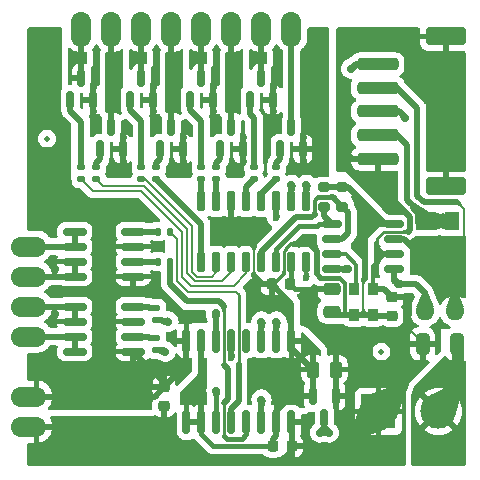
<source format=gbr>
%TF.GenerationSoftware,KiCad,Pcbnew,7.0.11-2.fc39*%
%TF.CreationDate,2024-08-16T08:17:40-07:00*%
%TF.ProjectId,wall_clock_full,77616c6c-5f63-46c6-9f63-6b5f66756c6c,A0*%
%TF.SameCoordinates,PX6d01460PY3072580*%
%TF.FileFunction,Copper,L1,Top*%
%TF.FilePolarity,Positive*%
%FSLAX46Y46*%
G04 Gerber Fmt 4.6, Leading zero omitted, Abs format (unit mm)*
G04 Created by KiCad (PCBNEW 7.0.11-2.fc39) date 2024-08-16 08:17:40*
%MOMM*%
%LPD*%
G01*
G04 APERTURE LIST*
G04 Aperture macros list*
%AMRoundRect*
0 Rectangle with rounded corners*
0 $1 Rounding radius*
0 $2 $3 $4 $5 $6 $7 $8 $9 X,Y pos of 4 corners*
0 Add a 4 corners polygon primitive as box body*
4,1,4,$2,$3,$4,$5,$6,$7,$8,$9,$2,$3,0*
0 Add four circle primitives for the rounded corners*
1,1,$1+$1,$2,$3*
1,1,$1+$1,$4,$5*
1,1,$1+$1,$6,$7*
1,1,$1+$1,$8,$9*
0 Add four rect primitives between the rounded corners*
20,1,$1+$1,$2,$3,$4,$5,0*
20,1,$1+$1,$4,$5,$6,$7,0*
20,1,$1+$1,$6,$7,$8,$9,0*
20,1,$1+$1,$8,$9,$2,$3,0*%
%AMFreePoly0*
4,1,31,0.635000,0.558106,0.687664,0.499617,0.776514,0.345726,0.831425,0.176725,0.850000,0.000000,0.831425,-0.176725,0.776514,-0.345726,0.687664,-0.499617,0.635000,-0.558106,0.635000,-0.850000,0.000000,-0.850000,0.000000,-0.845344,-0.088849,-0.845344,-0.262664,-0.808398,-0.425000,-0.736122,-0.568761,-0.631673,-0.687664,-0.499617,-0.776514,-0.345726,-0.831425,-0.176725,-0.850000,0.000000,
-0.831425,0.176725,-0.776514,0.345726,-0.687664,0.499617,-0.568761,0.631673,-0.425000,0.736122,-0.262664,0.808398,-0.088849,0.845344,0.000000,0.845344,0.000000,0.850000,0.635000,0.850000,0.635000,0.558106,0.635000,0.558106,$1*%
%AMFreePoly1*
4,1,31,0.000000,0.845344,0.088849,0.845344,0.262664,0.808398,0.425000,0.736122,0.568761,0.631673,0.687664,0.499617,0.776514,0.345726,0.831425,0.176725,0.850000,0.000000,0.831425,-0.176725,0.776514,-0.345726,0.687664,-0.499617,0.568761,-0.631673,0.425000,-0.736122,0.262664,-0.808398,0.088849,-0.845344,0.000000,-0.845344,0.000000,-0.850000,-0.635000,-0.850000,-0.635000,-0.558106,
-0.687664,-0.499617,-0.776514,-0.345726,-0.831425,-0.176725,-0.850000,0.000000,-0.831425,0.176725,-0.776514,0.345726,-0.687664,0.499617,-0.635000,0.558106,-0.635000,0.850000,0.000000,0.850000,0.000000,0.845344,0.000000,0.845344,$1*%
G04 Aperture macros list end*
%TA.AperFunction,SMDPad,CuDef*%
%ADD10RoundRect,0.200000X-0.275000X0.200000X-0.275000X-0.200000X0.275000X-0.200000X0.275000X0.200000X0*%
%TD*%
%TA.AperFunction,CastellatedPad*%
%ADD11FreePoly0,270.000000*%
%TD*%
%TA.AperFunction,CastellatedPad*%
%ADD12FreePoly1,270.000000*%
%TD*%
%TA.AperFunction,SMDPad,CuDef*%
%ADD13RoundRect,0.135000X0.135000X0.185000X-0.135000X0.185000X-0.135000X-0.185000X0.135000X-0.185000X0*%
%TD*%
%TA.AperFunction,CastellatedPad*%
%ADD14FreePoly0,0.000000*%
%TD*%
%TA.AperFunction,CastellatedPad*%
%ADD15FreePoly1,0.000000*%
%TD*%
%TA.AperFunction,SMDPad,CuDef*%
%ADD16RoundRect,0.150000X0.825000X0.150000X-0.825000X0.150000X-0.825000X-0.150000X0.825000X-0.150000X0*%
%TD*%
%TA.AperFunction,SMDPad,CuDef*%
%ADD17RoundRect,0.150000X0.150000X-0.725000X0.150000X0.725000X-0.150000X0.725000X-0.150000X-0.725000X0*%
%TD*%
%TA.AperFunction,SMDPad,CuDef*%
%ADD18RoundRect,0.135000X0.185000X-0.135000X0.185000X0.135000X-0.185000X0.135000X-0.185000X-0.135000X0*%
%TD*%
%TA.AperFunction,SMDPad,CuDef*%
%ADD19RoundRect,0.225000X-0.250000X0.225000X-0.250000X-0.225000X0.250000X-0.225000X0.250000X0.225000X0*%
%TD*%
%TA.AperFunction,SMDPad,CuDef*%
%ADD20RoundRect,0.150000X-0.150000X0.587500X-0.150000X-0.587500X0.150000X-0.587500X0.150000X0.587500X0*%
%TD*%
%TA.AperFunction,SMDPad,CuDef*%
%ADD21RoundRect,0.150000X0.150000X-0.587500X0.150000X0.587500X-0.150000X0.587500X-0.150000X-0.587500X0*%
%TD*%
%TA.AperFunction,SMDPad,CuDef*%
%ADD22C,0.500000*%
%TD*%
%TA.AperFunction,ComponentPad*%
%ADD23R,1.600000X1.600000*%
%TD*%
%TA.AperFunction,ComponentPad*%
%ADD24O,1.600000X1.600000*%
%TD*%
%TA.AperFunction,SMDPad,CuDef*%
%ADD25RoundRect,0.150000X0.150000X-0.837500X0.150000X0.837500X-0.150000X0.837500X-0.150000X-0.837500X0*%
%TD*%
%TA.AperFunction,SMDPad,CuDef*%
%ADD26RoundRect,0.150000X0.675000X0.150000X-0.675000X0.150000X-0.675000X-0.150000X0.675000X-0.150000X0*%
%TD*%
%TA.AperFunction,ComponentPad*%
%ADD27R,1.300000X1.600000*%
%TD*%
%TA.AperFunction,SMDPad,CuDef*%
%ADD28RoundRect,0.250000X0.325000X0.650000X-0.325000X0.650000X-0.325000X-0.650000X0.325000X-0.650000X0*%
%TD*%
%TA.AperFunction,SMDPad,CuDef*%
%ADD29RoundRect,0.225000X-0.225000X-0.250000X0.225000X-0.250000X0.225000X0.250000X-0.225000X0.250000X0*%
%TD*%
%TA.AperFunction,SMDPad,CuDef*%
%ADD30R,0.900000X1.000000*%
%TD*%
%TA.AperFunction,SMDPad,CuDef*%
%ADD31RoundRect,0.250000X1.500000X-0.250000X1.500000X0.250000X-1.500000X0.250000X-1.500000X-0.250000X0*%
%TD*%
%TA.AperFunction,SMDPad,CuDef*%
%ADD32RoundRect,0.250001X1.449999X-0.499999X1.449999X0.499999X-1.449999X0.499999X-1.449999X-0.499999X0*%
%TD*%
%TA.AperFunction,SMDPad,CuDef*%
%ADD33RoundRect,0.225000X0.250000X-0.225000X0.250000X0.225000X-0.250000X0.225000X-0.250000X-0.225000X0*%
%TD*%
%TA.AperFunction,SMDPad,CuDef*%
%ADD34RoundRect,0.250000X0.475000X-0.250000X0.475000X0.250000X-0.475000X0.250000X-0.475000X-0.250000X0*%
%TD*%
%TA.AperFunction,SMDPad,CuDef*%
%ADD35RoundRect,0.250000X-0.250000X-0.475000X0.250000X-0.475000X0.250000X0.475000X-0.250000X0.475000X0*%
%TD*%
%TA.AperFunction,ComponentPad*%
%ADD36R,3.000000X3.000000*%
%TD*%
%TA.AperFunction,ComponentPad*%
%ADD37C,3.000000*%
%TD*%
%TA.AperFunction,ViaPad*%
%ADD38C,0.600000*%
%TD*%
%TA.AperFunction,ViaPad*%
%ADD39C,0.700000*%
%TD*%
%TA.AperFunction,Conductor*%
%ADD40C,0.200000*%
%TD*%
%TA.AperFunction,Conductor*%
%ADD41C,0.250000*%
%TD*%
%TA.AperFunction,Conductor*%
%ADD42C,0.500000*%
%TD*%
%TA.AperFunction,Conductor*%
%ADD43C,0.400000*%
%TD*%
%TA.AperFunction,Conductor*%
%ADD44C,0.300000*%
%TD*%
%TA.AperFunction,Conductor*%
%ADD45C,1.000000*%
%TD*%
G04 APERTURE END LIST*
D10*
%TO.P,R10,1*%
%TO.N,+5V*%
X27178000Y-14034000D03*
%TO.P,R10,2*%
%TO.N,/SCL*%
X27178000Y-15684000D03*
%TD*%
D11*
%TO.P,J7,1,Pin_1*%
%TO.N,Net-(J7-Pin_1)*%
X10160000Y0D03*
D12*
X10160000Y-1270000D03*
%TD*%
D11*
%TO.P,J5,1,Pin_1*%
%TO.N,Net-(J5-Pin_1)*%
X15240000Y0D03*
D12*
X15240000Y-1270000D03*
%TD*%
D13*
%TO.P,R12,1*%
%TO.N,/DIG_VT_1*%
X12575000Y-20320000D03*
%TO.P,R12,2*%
%TO.N,Net-(Q1A-G-Pad2)*%
X11555000Y-20320000D03*
%TD*%
D14*
%TO.P,J13,1,Pin_1*%
%TO.N,Net-(J13-Pin_1)*%
X0Y-24130000D03*
D15*
X1270000Y-24130000D03*
%TD*%
D16*
%TO.P,Q2,1,S*%
%TO.N,+12V*%
X9460000Y-27940000D03*
%TO.P,Q2,2,G*%
%TO.N,Net-(Q2A-G-Pad2)*%
X9460000Y-26670000D03*
%TO.P,Q2,3,S*%
%TO.N,+12V*%
X9460000Y-25400000D03*
%TO.P,Q2,4,G*%
%TO.N,Net-(Q2B-G-Pad4)*%
X9460000Y-24130000D03*
%TO.P,Q2,5,D*%
%TO.N,Net-(J13-Pin_1)*%
X4510000Y-24130000D03*
%TO.P,Q2,6,G*%
X4510000Y-25400000D03*
%TO.P,Q2,7,D*%
%TO.N,Net-(J14-Pin_1)*%
X4510000Y-26670000D03*
%TO.P,Q2,8,G*%
X4510000Y-27940000D03*
%TD*%
D17*
%TO.P,U3,1,Pin_1*%
%TO.N,/SEG_E*%
X15240000Y-20355000D03*
%TO.P,U3,2,Pin_2*%
%TO.N,/SEG_F*%
X16510000Y-20355000D03*
%TO.P,U3,3,Pin_3*%
%TO.N,/SEG_G*%
X17780000Y-20355000D03*
%TO.P,U3,4,Pin_4*%
%TO.N,/SEG_DP*%
X19050000Y-20355000D03*
%TO.P,U3,5,Pin_5*%
%TO.N,/SCL*%
X20320000Y-20355000D03*
%TO.P,U3,6,Pin_6*%
%TO.N,/SDA*%
X21590000Y-20355000D03*
%TO.P,U3,7,Pin_7*%
%TO.N,GND*%
X22860000Y-20355000D03*
%TO.P,U3,8,Pin_8*%
%TO.N,/DIG_0*%
X24130000Y-20355000D03*
%TO.P,U3,9,Pin_9*%
%TO.N,/DIG_1*%
X24130000Y-15205000D03*
%TO.P,U3,10,Pin_10*%
%TO.N,/DIG_2*%
X22860000Y-15205000D03*
%TO.P,U3,11,Pin_11*%
%TO.N,/DIG_3*%
X21590000Y-15205000D03*
%TO.P,U3,12,Pin_12*%
%TO.N,/SEG_A*%
X20320000Y-15205000D03*
%TO.P,U3,13,Pin_13*%
%TO.N,/SEG_B*%
X19050000Y-15205000D03*
%TO.P,U3,14,Pin_14*%
%TO.N,+5V*%
X17780000Y-15205000D03*
%TO.P,U3,15,Pin_15*%
%TO.N,/SEG_C*%
X16510000Y-15205000D03*
%TO.P,U3,16,Pin_16*%
%TO.N,/SEG_D*%
X15240000Y-15205000D03*
%TD*%
D18*
%TO.P,R13,1*%
%TO.N,/DIG_VT_2*%
X11430000Y-25275000D03*
%TO.P,R13,2*%
%TO.N,Net-(Q2B-G-Pad4)*%
X11430000Y-24255000D03*
%TD*%
D11*
%TO.P,J9,1,Pin_1*%
%TO.N,Net-(J9-Pin_1)*%
X5080000Y0D03*
D12*
X5080000Y-1270000D03*
%TD*%
D13*
%TO.P,R11,1*%
%TO.N,/DIG_VT_0*%
X12575000Y-17780000D03*
%TO.P,R11,2*%
%TO.N,Net-(Q1B-G-Pad4)*%
X11555000Y-17780000D03*
%TD*%
D14*
%TO.P,J16,1,Pin_1*%
%TO.N,GND*%
X0Y-34290000D03*
D15*
X1270000Y-34290000D03*
%TD*%
D11*
%TO.P,J2,1,Pin_1*%
%TO.N,Net-(J2-Pin_1)*%
X22860000Y0D03*
D12*
X22860000Y-1270000D03*
%TD*%
D19*
%TO.P,C4,1*%
%TO.N,+12V*%
X12065000Y-30975000D03*
%TO.P,C4,2*%
%TO.N,GND*%
X12065000Y-32525000D03*
%TD*%
D11*
%TO.P,J3,1,Pin_1*%
%TO.N,Net-(J3-Pin_1)*%
X20320000Y0D03*
D12*
X20320000Y-1270000D03*
%TD*%
D18*
%TO.P,R7,1*%
%TO.N,/SEG_G*%
X6350000Y-13362500D03*
%TO.P,R7,2*%
%TO.N,Net-(Q9-G)*%
X6350000Y-12342500D03*
%TD*%
D10*
%TO.P,R9,1*%
%TO.N,+5V*%
X25654000Y-14034000D03*
%TO.P,R9,2*%
%TO.N,/SDA*%
X25654000Y-15684000D03*
%TD*%
D20*
%TO.P,U4,1,GND*%
%TO.N,GND*%
X26604000Y-31701500D03*
%TO.P,U4,2,VO*%
%TO.N,+5V*%
X24704000Y-31701500D03*
%TO.P,U4,3,VI*%
%TO.N,+12V*%
X25654000Y-33576500D03*
%TD*%
D21*
%TO.P,Q6,1,G*%
%TO.N,Net-(Q6-G)*%
X14290000Y-6652500D03*
%TO.P,Q6,2,S*%
%TO.N,GND*%
X16190000Y-6652500D03*
%TO.P,Q6,3,D*%
%TO.N,Net-(J5-Pin_1)*%
X15240000Y-4777500D03*
%TD*%
D16*
%TO.P,Q1,1,S*%
%TO.N,+12V*%
X9460000Y-21590000D03*
%TO.P,Q1,2,G*%
%TO.N,Net-(Q1A-G-Pad2)*%
X9460000Y-20320000D03*
%TO.P,Q1,3,S*%
%TO.N,+12V*%
X9460000Y-19050000D03*
%TO.P,Q1,4,G*%
%TO.N,Net-(Q1B-G-Pad4)*%
X9460000Y-17780000D03*
%TO.P,Q1,5,D*%
%TO.N,Net-(J11-Pin_1)*%
X4510000Y-17780000D03*
%TO.P,Q1,6,G*%
X4510000Y-19050000D03*
%TO.P,Q1,7,D*%
%TO.N,Net-(J12-Pin_1)*%
X4510000Y-20320000D03*
%TO.P,Q1,8,G*%
X4510000Y-21590000D03*
%TD*%
D11*
%TO.P,J8,1,Pin_1*%
%TO.N,Net-(J8-Pin_1)*%
X7620000Y0D03*
D12*
X7620000Y-1270000D03*
%TD*%
D18*
%TO.P,R4,1*%
%TO.N,/SEG_D*%
X15240000Y-13362500D03*
%TO.P,R4,2*%
%TO.N,Net-(Q6-G)*%
X15240000Y-12342500D03*
%TD*%
D22*
%TO.P,FID1,*%
%TO.N,*%
X2159000Y-9906000D03*
%TD*%
D14*
%TO.P,J11,1,Pin_1*%
%TO.N,Net-(J11-Pin_1)*%
X0Y-19050000D03*
D15*
X1270000Y-19050000D03*
%TD*%
D14*
%TO.P,J12,1,Pin_1*%
%TO.N,Net-(J12-Pin_1)*%
X0Y-21590000D03*
D15*
X1270000Y-21590000D03*
%TD*%
D21*
%TO.P,Q3,1,G*%
%TO.N,Net-(Q3-G)*%
X21910000Y-10795000D03*
%TO.P,Q3,2,S*%
%TO.N,GND*%
X23810000Y-10795000D03*
%TO.P,Q3,3,D*%
%TO.N,Net-(J2-Pin_1)*%
X22860000Y-8920000D03*
%TD*%
%TO.P,Q8,1,G*%
%TO.N,Net-(Q8-G)*%
X9210000Y-6652500D03*
%TO.P,Q8,2,S*%
%TO.N,GND*%
X11110000Y-6652500D03*
%TO.P,Q8,3,D*%
%TO.N,Net-(J7-Pin_1)*%
X10160000Y-4777500D03*
%TD*%
D23*
%TO.P,D2,1,K*%
%TO.N,/BTN_S*%
X34163000Y-16891000D03*
D24*
%TO.P,D2,2,A*%
%TO.N,/BTN_M*%
X34163000Y-24511000D03*
%TD*%
D18*
%TO.P,R5,1*%
%TO.N,/SEG_E*%
X11430000Y-13362500D03*
%TO.P,R5,2*%
%TO.N,Net-(Q7-G)*%
X11430000Y-12342500D03*
%TD*%
D25*
%TO.P,U2,1,Pin_1*%
%TO.N,+5V*%
X13970000Y-33942500D03*
%TO.P,U2,2,Pin_2*%
X15240000Y-33942500D03*
%TO.P,U2,3,Pin_3*%
%TO.N,/DIG_0*%
X16510000Y-33942500D03*
%TO.P,U2,4,Pin_4*%
%TO.N,/DIG_VT_0*%
X17780000Y-33942500D03*
%TO.P,U2,5,Pin_5*%
%TO.N,/DIG_VT_1*%
X19050000Y-33942500D03*
%TO.P,U2,6,Pin_6*%
%TO.N,/DIG_1*%
X20320000Y-33942500D03*
%TO.P,U2,7,Pin_7*%
%TO.N,+5V*%
X21590000Y-33942500D03*
%TO.P,U2,8,Pin_8*%
%TO.N,GND*%
X22860000Y-33942500D03*
%TO.P,U2,9,Pin_9*%
%TO.N,+5V*%
X22860000Y-27017500D03*
%TO.P,U2,10,Pin_10*%
%TO.N,/DIG_2*%
X21590000Y-27017500D03*
%TO.P,U2,11,Pin_11*%
%TO.N,/DIG_VT_2*%
X20320000Y-27017500D03*
%TO.P,U2,12,Pin_12*%
%TO.N,unconnected-(U2-Pin_12-Pad12)*%
X19050000Y-27017500D03*
%TO.P,U2,13,Pin_13*%
%TO.N,/DIG_VT_3*%
X17780000Y-27017500D03*
%TO.P,U2,14,Pin_14*%
%TO.N,/DIG_3*%
X16510000Y-27017500D03*
%TO.P,U2,15,Pin_15*%
%TO.N,+5V*%
X15240000Y-27017500D03*
%TO.P,U2,16,Pin_16*%
%TO.N,+12V*%
X13970000Y-27017500D03*
%TD*%
D18*
%TO.P,R3,1*%
%TO.N,/SEG_C*%
X16510000Y-13362500D03*
%TO.P,R3,2*%
%TO.N,Net-(Q5-G)*%
X16510000Y-12342500D03*
%TD*%
D11*
%TO.P,J6,1,Pin_1*%
%TO.N,Net-(J6-Pin_1)*%
X12700000Y0D03*
D12*
X12700000Y-1270000D03*
%TD*%
D26*
%TO.P,U1,1,PD6/PA1*%
%TO.N,/BTN_M*%
X31581000Y-20955000D03*
%TO.P,U1,2,VSS*%
%TO.N,GND*%
X31581000Y-19685000D03*
%TO.P,U1,3,PA2*%
%TO.N,/BTN_H*%
X31581000Y-18415000D03*
%TO.P,U1,4,VDD*%
%TO.N,+5V*%
X31581000Y-17145000D03*
%TO.P,U1,5,SDA*%
%TO.N,/SDA*%
X26331000Y-17145000D03*
%TO.P,U1,6,SCL*%
%TO.N,/SCL*%
X26331000Y-18415000D03*
%TO.P,U1,7,T1CH1_3*%
%TO.N,Net-(U1-PC4)*%
X26331000Y-19685000D03*
%TO.P,U1,8,SWIO*%
%TO.N,/SWIO*%
X26331000Y-20955000D03*
%TD*%
D21*
%TO.P,Q7,1,G*%
%TO.N,Net-(Q7-G)*%
X11750000Y-10795000D03*
%TO.P,Q7,2,S*%
%TO.N,GND*%
X13650000Y-10795000D03*
%TO.P,Q7,3,D*%
%TO.N,Net-(J6-Pin_1)*%
X12700000Y-8920000D03*
%TD*%
D18*
%TO.P,R6,1*%
%TO.N,/SEG_F*%
X10160000Y-13362500D03*
%TO.P,R6,2*%
%TO.N,Net-(Q8-G)*%
X10160000Y-12342500D03*
%TD*%
D27*
%TO.P,D1,1,K*%
%TO.N,/BTN_S*%
X36449000Y-16891000D03*
D24*
%TO.P,D1,2,A*%
%TO.N,/BTN_H*%
X36703000Y-24511000D03*
%TD*%
D28*
%TO.P,C6,1*%
%TO.N,+12V*%
X36908000Y-27299415D03*
%TO.P,C6,2*%
%TO.N,GND*%
X33958000Y-27299415D03*
%TD*%
D14*
%TO.P,J15,1,Pin_1*%
%TO.N,+12V*%
X0Y-31750000D03*
D15*
X1270000Y-31750000D03*
%TD*%
D21*
%TO.P,Q5,1,G*%
%TO.N,Net-(Q5-G)*%
X16830000Y-10795000D03*
%TO.P,Q5,2,S*%
%TO.N,GND*%
X18730000Y-10795000D03*
%TO.P,Q5,3,D*%
%TO.N,Net-(J4-Pin_1)*%
X17780000Y-8920000D03*
%TD*%
D18*
%TO.P,R2,1*%
%TO.N,/SEG_B*%
X19685000Y-13362500D03*
%TO.P,R2,2*%
%TO.N,Net-(Q4-G)*%
X19685000Y-12342500D03*
%TD*%
D21*
%TO.P,Q4,1,G*%
%TO.N,Net-(Q4-G)*%
X19370000Y-6652500D03*
%TO.P,Q4,2,S*%
%TO.N,GND*%
X21270000Y-6652500D03*
%TO.P,Q4,3,D*%
%TO.N,Net-(J3-Pin_1)*%
X20320000Y-4777500D03*
%TD*%
D29*
%TO.P,C1,1*%
%TO.N,+5V*%
X21196000Y-22225000D03*
%TO.P,C1,2*%
%TO.N,GND*%
X22746000Y-22225000D03*
%TD*%
D30*
%TO.P,X1,1,EN*%
%TO.N,+5V*%
X29731000Y-24824000D03*
%TO.P,X1,2,GND*%
%TO.N,GND*%
X29731000Y-22674000D03*
%TO.P,X1,3,OUT*%
%TO.N,Net-(U1-PC4)*%
X28181000Y-22674000D03*
%TO.P,X1,4,V+*%
%TO.N,+5V*%
X28181000Y-24824000D03*
%TD*%
D31*
%TO.P,J10,1,Pin_1*%
%TO.N,GND*%
X30170000Y-11614415D03*
%TO.P,J10,2,Pin_2*%
%TO.N,/BTN_S*%
X30170000Y-9614415D03*
%TO.P,J10,3,Pin_3*%
%TO.N,/BTN_M*%
X30170000Y-7614415D03*
%TO.P,J10,4,Pin_4*%
%TO.N,/BTN_H*%
X30170000Y-5614415D03*
%TO.P,J10,5,Pin_5*%
%TO.N,/SWIO*%
X30170000Y-3614415D03*
D32*
%TO.P,J10,MP,MountPin*%
%TO.N,GND*%
X35920000Y-13964415D03*
X35920000Y-1264415D03*
%TD*%
D18*
%TO.P,R14,1*%
%TO.N,/DIG_VT_3*%
X11430000Y-27815000D03*
%TO.P,R14,2*%
%TO.N,Net-(Q2A-G-Pad2)*%
X11430000Y-26795000D03*
%TD*%
D33*
%TO.P,C5,1*%
%TO.N,+5V*%
X31369000Y-24905000D03*
%TO.P,C5,2*%
%TO.N,GND*%
X31369000Y-23355000D03*
%TD*%
D34*
%TO.P,C2,1*%
%TO.N,+5V*%
X26289000Y-24572000D03*
%TO.P,C2,2*%
%TO.N,GND*%
X26289000Y-22672000D03*
%TD*%
D18*
%TO.P,R8,1*%
%TO.N,/SEG_DP*%
X5080000Y-13362500D03*
%TO.P,R8,2*%
%TO.N,Net-(Q10-G)*%
X5080000Y-12342500D03*
%TD*%
D14*
%TO.P,J14,1,Pin_1*%
%TO.N,Net-(J14-Pin_1)*%
X0Y-26670000D03*
D15*
X1270000Y-26670000D03*
%TD*%
D18*
%TO.P,R1,1*%
%TO.N,/SEG_A*%
X21590000Y-13362500D03*
%TO.P,R1,2*%
%TO.N,Net-(Q3-G)*%
X21590000Y-12342500D03*
%TD*%
D29*
%TO.P,C3,1*%
%TO.N,+5V*%
X21323000Y-35941000D03*
%TO.P,C3,2*%
%TO.N,GND*%
X22873000Y-35941000D03*
%TD*%
D11*
%TO.P,J4,1,Pin_1*%
%TO.N,Net-(J4-Pin_1)*%
X17780000Y0D03*
D12*
X17780000Y-1270000D03*
%TD*%
D22*
%TO.P,FID2,*%
%TO.N,*%
X30480000Y-27940000D03*
%TD*%
D35*
%TO.P,C7,1*%
%TO.N,+5V*%
X24704000Y-29464000D03*
%TO.P,C7,2*%
%TO.N,GND*%
X26604000Y-29464000D03*
%TD*%
D36*
%TO.P,J1,1,Pin_1*%
%TO.N,GND*%
X30226000Y-33014415D03*
D37*
%TO.P,J1,2,Pin_2*%
%TO.N,+12V*%
X35306000Y-33014415D03*
%TD*%
D21*
%TO.P,Q9,1,G*%
%TO.N,Net-(Q9-G)*%
X6670000Y-10795000D03*
%TO.P,Q9,2,S*%
%TO.N,GND*%
X8570000Y-10795000D03*
%TO.P,Q9,3,D*%
%TO.N,Net-(J8-Pin_1)*%
X7620000Y-8920000D03*
%TD*%
%TO.P,Q10,1,G*%
%TO.N,Net-(Q10-G)*%
X4130000Y-6652500D03*
%TO.P,Q10,2,S*%
%TO.N,GND*%
X6030000Y-6652500D03*
%TO.P,Q10,3,D*%
%TO.N,Net-(J9-Pin_1)*%
X5080000Y-4777500D03*
%TD*%
D38*
%TO.N,GND*%
X16256000Y-7747000D03*
D39*
X8128000Y-34290000D03*
D38*
X6096000Y-5461000D03*
X16256000Y-5461000D03*
D39*
X5753997Y-34290000D03*
D38*
X13716000Y-9652000D03*
X21336000Y-7747000D03*
D39*
X6604000Y-34290000D03*
D38*
X18796000Y-11938000D03*
X8636000Y-9652000D03*
X8636000Y-11938000D03*
X11176000Y-7747000D03*
X11176000Y-5461000D03*
X23876000Y-11938000D03*
D39*
X7366000Y-34290000D03*
D38*
X18796000Y-9652000D03*
X23876000Y-9652000D03*
X21336000Y-5461000D03*
X6096000Y-7747000D03*
X13716000Y-11938000D03*
D39*
%TO.N,+12V*%
X25272992Y-34798000D03*
X26035000Y-34798000D03*
%TO.N,/BTN_M*%
X31877000Y-22225000D03*
X32512000Y-8128000D03*
%TO.N,/SWIO*%
X27914600Y-3987800D03*
X27635200Y-20980400D03*
%TO.N,/DIG_VT_2*%
X12446000Y-25400000D03*
X20320000Y-25400000D03*
D38*
%TO.N,/DIG_VT_3*%
X17780000Y-28448000D03*
D39*
X12192000Y-27940000D03*
%TO.N,/DIG_0*%
X16510000Y-31242000D03*
D38*
X24130000Y-21717000D03*
D39*
%TO.N,/DIG_1*%
X20320000Y-32004000D03*
X24130000Y-13843000D03*
%TO.N,/DIG_2*%
X21590000Y-25400000D03*
X22860000Y-13843000D03*
D38*
%TO.N,/DIG_3*%
X21590000Y-16637000D03*
D39*
X16470000Y-24637994D03*
%TD*%
D40*
%TO.N,+5V*%
X24739600Y-19151600D02*
X24768000Y-19180000D01*
D41*
X19685000Y-21235552D02*
X19685000Y-21564600D01*
D42*
X30756001Y-17145000D02*
X27645001Y-14034000D01*
X24704000Y-31701500D02*
X24704000Y-29464000D01*
D40*
X28956000Y-24824000D02*
X28956000Y-21793200D01*
D41*
X22225000Y-19474448D02*
X22225000Y-19431000D01*
D42*
X19685000Y-21564600D02*
X20345402Y-22225002D01*
X21590000Y-35102800D02*
X21590000Y-33942500D01*
X27178000Y-14034000D02*
X25654000Y-14034000D01*
X22860000Y-23889001D02*
X21196001Y-22225002D01*
X21323000Y-35941000D02*
X21323000Y-35369800D01*
D40*
X30756001Y-17145000D02*
X31581000Y-17145000D01*
D42*
X28181000Y-24824000D02*
X26541000Y-24824000D01*
X24704000Y-29464000D02*
X22860000Y-27620000D01*
X30149800Y-17145000D02*
X30756001Y-17145000D01*
X24993600Y-19405600D02*
X24993600Y-19703048D01*
X19685000Y-18973800D02*
X17780000Y-17068800D01*
X29057600Y-21691600D02*
X29057600Y-18237200D01*
X24993600Y-19703048D02*
X24993600Y-21234400D01*
D43*
X15240000Y-34929999D02*
X15240000Y-33942500D01*
D44*
X27381200Y-24824000D02*
X27381200Y-22148800D01*
D40*
X21196000Y-22225000D02*
X21386800Y-22225000D01*
D42*
X13970000Y-33942500D02*
X15240000Y-33942500D01*
X22860000Y-27017500D02*
X22860000Y-23889001D01*
X24704000Y-31701500D02*
X22843501Y-31701500D01*
D40*
X22860000Y-27620000D02*
X22860000Y-27017500D01*
D42*
X21323000Y-35369800D02*
X21590000Y-35102800D01*
X24768000Y-19180000D02*
X24993600Y-19405600D01*
X24409400Y-18821400D02*
X24739600Y-19151600D01*
D44*
X27381200Y-22148800D02*
X26924000Y-21691600D01*
D40*
X22476000Y-19180000D02*
X22504400Y-19151600D01*
D42*
X22843501Y-31701500D02*
X21590000Y-32955001D01*
D43*
X25501600Y-21691600D02*
X26924000Y-21691600D01*
D40*
X26541000Y-24824000D02*
X26289000Y-24572000D01*
D42*
X31369000Y-24905000D02*
X29812000Y-24905000D01*
D40*
X27645001Y-14034000D02*
X27178000Y-14034000D01*
X25450800Y-21691600D02*
X25501600Y-21691600D01*
D43*
X16251001Y-35941000D02*
X15240000Y-34929999D01*
X24993600Y-21386800D02*
X25298400Y-21691600D01*
D42*
X29731000Y-24824000D02*
X28956000Y-24824000D01*
X20345402Y-22225002D02*
X21196001Y-22225002D01*
D44*
X22504400Y-19151600D02*
X22834600Y-18821400D01*
D43*
X21323000Y-35941000D02*
X16251001Y-35941000D01*
X25298400Y-21691600D02*
X25450800Y-21691600D01*
D40*
X29812000Y-24905000D02*
X29731000Y-24824000D01*
D42*
X17780000Y-17068800D02*
X17780000Y-15205000D01*
D43*
X28956000Y-21793200D02*
X29057600Y-21691600D01*
D44*
X22834600Y-18821400D02*
X23164800Y-18821400D01*
D41*
X22225000Y-19431000D02*
X22476000Y-19180000D01*
D42*
X15240000Y-33942500D02*
X15240000Y-27017500D01*
D41*
X22225000Y-19474448D02*
X22225000Y-21386800D01*
D40*
X19685000Y-21235552D02*
X19685000Y-18973800D01*
D44*
X21386800Y-22225000D02*
X22225000Y-21386800D01*
D42*
X29057600Y-18237200D02*
X30149800Y-17145000D01*
X28956000Y-24824000D02*
X28181000Y-24824000D01*
X24993600Y-21234400D02*
X24993600Y-21386800D01*
D43*
X21590000Y-32955001D02*
X21590000Y-33942500D01*
D42*
X23164800Y-18821400D02*
X24409400Y-18821400D01*
D40*
%TO.N,GND*%
X30226000Y-33014415D02*
X27299415Y-35941000D01*
D42*
X21270000Y-5527000D02*
X21336000Y-5461000D01*
D40*
X30307000Y-26022000D02*
X29532000Y-26797000D01*
D42*
X22873000Y-35941000D02*
X22873000Y-33955500D01*
X11110000Y-6652500D02*
X11110000Y-5527000D01*
X13650000Y-10795000D02*
X13650000Y-9718000D01*
X13650000Y-10795000D02*
X13650000Y-11872000D01*
X30170000Y-11614415D02*
X27972015Y-11614415D01*
X18730000Y-11872000D02*
X18796000Y-11938000D01*
X7366000Y-34290000D02*
X6604000Y-34290000D01*
D40*
X26604000Y-29464000D02*
X26604000Y-26990000D01*
X26085800Y-26797000D02*
X24638000Y-25349200D01*
D42*
X6030000Y-5527000D02*
X6096000Y-5461000D01*
D40*
X26289000Y-22672000D02*
X24638000Y-22672000D01*
D42*
X11110000Y-7681000D02*
X11176000Y-7747000D01*
X6030000Y-6652500D02*
X6030000Y-5527000D01*
X30226000Y-13868400D02*
X30226000Y-11670415D01*
D40*
X34085000Y-27299415D02*
X34085000Y-29155415D01*
D43*
X32807585Y-23536585D02*
X32626000Y-23355000D01*
D42*
X8570000Y-9718000D02*
X8636000Y-9652000D01*
X23876000Y-11938000D02*
X23876000Y-10861000D01*
D44*
X29731000Y-22674000D02*
X29731000Y-20710001D01*
D42*
X14859000Y-37287200D02*
X14287800Y-36716000D01*
X18730000Y-9718000D02*
X18796000Y-9652000D01*
X16190000Y-6652500D02*
X16190000Y-5527000D01*
D43*
X32689800Y-17780000D02*
X32893000Y-17576800D01*
D42*
X6030000Y-6652500D02*
X6030000Y-7681000D01*
D43*
X24638000Y-22672000D02*
X23193000Y-22672000D01*
D40*
X29532000Y-26797000D02*
X26797000Y-26797000D01*
D42*
X29731000Y-22674000D02*
X30688000Y-22674000D01*
X14287800Y-36716000D02*
X12065000Y-34493200D01*
X23876000Y-9652000D02*
X23876000Y-10729000D01*
X21270000Y-7681000D02*
X21336000Y-7747000D01*
X12065000Y-34493200D02*
X12065000Y-33665552D01*
X11440552Y-34290000D02*
X8128000Y-34290000D01*
X21270000Y-6652500D02*
X21270000Y-7681000D01*
X18730000Y-10795000D02*
X18730000Y-9718000D01*
D40*
X34085000Y-29155415D02*
X30226000Y-33014415D01*
D42*
X23876000Y-10861000D02*
X23810000Y-10795000D01*
X16190000Y-5527000D02*
X16256000Y-5461000D01*
X21270000Y-6652500D02*
X21270000Y-5527000D01*
D40*
X26985999Y-10628399D02*
X26985999Y-3520051D01*
D41*
X30124400Y-19053399D02*
X30124400Y-18359724D01*
D40*
X22746000Y-20469000D02*
X22860000Y-20355000D01*
D42*
X8570000Y-11872000D02*
X8636000Y-11938000D01*
D40*
X32807585Y-26022000D02*
X32807585Y-24793585D01*
D42*
X8128000Y-34290000D02*
X7366000Y-34290000D01*
D40*
X30756001Y-19685000D02*
X31581000Y-19685000D01*
D43*
X26604000Y-31701500D02*
X26604000Y-29464000D01*
D42*
X13650000Y-11872000D02*
X13716000Y-11938000D01*
D43*
X22860000Y-20355000D02*
X22860000Y-22111000D01*
D42*
X27972015Y-11614415D02*
X26985999Y-10628399D01*
D40*
X35793000Y-1264415D02*
X35793000Y-13964415D01*
D42*
X6030000Y-7681000D02*
X6096000Y-7747000D01*
X12065000Y-33665552D02*
X11440552Y-34290000D01*
D40*
X24638000Y-25349200D02*
X24638000Y-22672000D01*
D43*
X32807585Y-24793585D02*
X32807585Y-23536585D01*
D42*
X21945600Y-37287200D02*
X14859000Y-37287200D01*
X30688000Y-22674000D02*
X31369000Y-23355000D01*
D40*
X22873000Y-33955500D02*
X22860000Y-33942500D01*
D41*
X30756001Y-19685000D02*
X30124400Y-19053399D01*
D42*
X6604000Y-34290000D02*
X1270000Y-34290000D01*
X12065000Y-33665552D02*
X12065000Y-32525000D01*
D40*
X29241635Y-1264415D02*
X35793000Y-1264415D01*
D42*
X32893000Y-17576800D02*
X32893000Y-16535400D01*
X22873000Y-36359800D02*
X21945600Y-37287200D01*
X18730000Y-10795000D02*
X18730000Y-11872000D01*
D41*
X30124400Y-18359724D02*
X30704124Y-17780000D01*
D42*
X16190000Y-6652500D02*
X16190000Y-7681000D01*
D40*
X34085000Y-27299415D02*
X32807585Y-26022000D01*
D42*
X32893000Y-16535400D02*
X30226000Y-13868400D01*
D40*
X26985999Y-3520051D02*
X29241635Y-1264415D01*
X32807585Y-26022000D02*
X30307000Y-26022000D01*
D43*
X23193000Y-22672000D02*
X22746000Y-22225000D01*
D40*
X22860000Y-22111000D02*
X22746000Y-22225000D01*
D42*
X8570000Y-10795000D02*
X8570000Y-9718000D01*
D43*
X32626000Y-23355000D02*
X31369000Y-23355000D01*
D44*
X29731000Y-20710001D02*
X30756001Y-19685000D01*
D42*
X8570000Y-10795000D02*
X8570000Y-11872000D01*
X16190000Y-7681000D02*
X16256000Y-7747000D01*
D40*
X26797000Y-26797000D02*
X26085800Y-26797000D01*
D42*
X27299415Y-35941000D02*
X22873000Y-35941000D01*
D40*
X26604000Y-26990000D02*
X26797000Y-26797000D01*
D42*
X11110000Y-5527000D02*
X11176000Y-5461000D01*
X30226000Y-11670415D02*
X30170000Y-11614415D01*
X22873000Y-35941000D02*
X22873000Y-36359800D01*
X11110000Y-6652500D02*
X11110000Y-7681000D01*
X13650000Y-9718000D02*
X13716000Y-9652000D01*
X23876000Y-10729000D02*
X23810000Y-10795000D01*
D41*
X30704124Y-17780000D02*
X32689800Y-17780000D01*
D40*
%TO.N,+12V*%
X7366000Y-26035000D02*
X8001000Y-25400000D01*
D45*
X35306000Y-33014415D02*
X36957000Y-31363415D01*
X36957000Y-31363415D02*
X36957000Y-29464000D01*
D40*
X9460000Y-25400000D02*
X8001000Y-25400000D01*
D42*
X13970000Y-29070000D02*
X13970000Y-27017500D01*
D40*
X9460000Y-27940000D02*
X8001000Y-27940000D01*
X7366000Y-20828000D02*
X7366000Y-19558000D01*
X7366000Y-19558000D02*
X7874000Y-19050000D01*
X8128000Y-21590000D02*
X7366000Y-20828000D01*
D42*
X25654000Y-34416992D02*
X25272992Y-34798000D01*
X12065000Y-30975000D02*
X13970000Y-29070000D01*
D40*
X7366000Y-27305000D02*
X7366000Y-26035000D01*
X26035000Y-34798000D02*
X26035000Y-34797992D01*
X7874000Y-19050000D02*
X9460000Y-19050000D01*
X8001000Y-27940000D02*
X7366000Y-27305000D01*
X25273000Y-34797992D02*
X25272992Y-34798000D01*
X8001000Y-21590000D02*
X9460000Y-21590000D01*
D42*
X12065000Y-30545000D02*
X9460000Y-27940000D01*
X1270000Y-31750000D02*
X11290000Y-31750000D01*
X26035000Y-34797992D02*
X25654000Y-34416992D01*
X25654000Y-33576500D02*
X25654000Y-34416992D01*
D40*
X7366000Y-24765000D02*
X7366000Y-22225000D01*
D45*
X36957000Y-27377415D02*
X36957000Y-29464000D01*
D40*
X9460000Y-21590000D02*
X8128000Y-21590000D01*
X12065000Y-30975000D02*
X12065000Y-30545000D01*
X8001000Y-25400000D02*
X7366000Y-24765000D01*
D42*
X26035000Y-34797992D02*
X25273000Y-34797992D01*
D40*
X7366000Y-22225000D02*
X8001000Y-21590000D01*
D42*
X11290000Y-31750000D02*
X12065000Y-30975000D01*
D40*
X37035000Y-27299415D02*
X36957000Y-27377415D01*
%TO.N,/BTN_S*%
X34163000Y-16833315D02*
X34163000Y-16891000D01*
X31793000Y-9614415D02*
X30043000Y-9614415D01*
D42*
X32664400Y-10485815D02*
X32664400Y-15087600D01*
X32664400Y-15087600D02*
X34163000Y-16586200D01*
X34163000Y-16586200D02*
X34163000Y-16833315D01*
D45*
X36449000Y-16891000D02*
X34163000Y-16891000D01*
D42*
X31793000Y-9614415D02*
X32664400Y-10485815D01*
D40*
%TO.N,/BTN_H*%
X37185600Y-18551600D02*
X37500000Y-18237200D01*
D42*
X34086800Y-15290800D02*
X33528000Y-14732000D01*
D40*
X31793000Y-5614415D02*
X30043000Y-5614415D01*
D42*
X36703000Y-22712001D02*
X37185600Y-22229401D01*
X36703000Y-22712001D02*
X36703000Y-24511000D01*
D40*
X37500000Y-15892000D02*
X36898800Y-15290800D01*
D42*
X31581000Y-18415000D02*
X32405999Y-18415000D01*
D40*
X37500000Y-18237200D02*
X37500000Y-15892000D01*
D42*
X33528000Y-7349415D02*
X31793000Y-5614415D01*
X37185600Y-22229401D02*
X37185600Y-18551600D01*
X36898800Y-15290800D02*
X34086800Y-15290800D01*
X33528000Y-14732000D02*
X33528000Y-7349415D01*
X32405999Y-18415000D02*
X36703000Y-22712001D01*
%TO.N,/BTN_M*%
X33401000Y-22225000D02*
X31877000Y-22225000D01*
X31877000Y-22225000D02*
X31581000Y-21929000D01*
X34163000Y-22987000D02*
X33401000Y-22225000D01*
X34163000Y-24511000D02*
X34163000Y-22987000D01*
X31581000Y-21929000D02*
X31581000Y-20955000D01*
X32512000Y-8128000D02*
X31998415Y-7614415D01*
X31998415Y-7614415D02*
X30043000Y-7614415D01*
%TO.N,Net-(J2-Pin_1)*%
X22860000Y-8920000D02*
X22860000Y-1270000D01*
%TO.N,Net-(J3-Pin_1)*%
X20320000Y-4777500D02*
X20320000Y-1270000D01*
%TO.N,Net-(J4-Pin_1)*%
X17780000Y-8920000D02*
X17780000Y-1270000D01*
%TO.N,Net-(J5-Pin_1)*%
X15240000Y-4777500D02*
X15240000Y-1270000D01*
%TO.N,Net-(J6-Pin_1)*%
X12700000Y-8920000D02*
X12700000Y-1270000D01*
%TO.N,Net-(J7-Pin_1)*%
X10160000Y-4777500D02*
X10160000Y-1270000D01*
%TO.N,Net-(J8-Pin_1)*%
X7620000Y-8920000D02*
X7620000Y-1270000D01*
%TO.N,Net-(J9-Pin_1)*%
X5080000Y-4777500D02*
X5080000Y-1270000D01*
%TO.N,/SWIO*%
X28287985Y-3614415D02*
X27914600Y-3987800D01*
X26331000Y-20955000D02*
X27609800Y-20955000D01*
D40*
X27609800Y-20955000D02*
X27635200Y-20980400D01*
D42*
X30043000Y-3614415D02*
X28287985Y-3614415D01*
%TO.N,Net-(J11-Pin_1)*%
X4510000Y-17780000D02*
X4510000Y-19050000D01*
X4510000Y-19050000D02*
X1270000Y-19050000D01*
%TO.N,Net-(J12-Pin_1)*%
X4510000Y-20320000D02*
X4510000Y-21590000D01*
X4510000Y-21590000D02*
X1270000Y-21590000D01*
%TO.N,Net-(J13-Pin_1)*%
X4510000Y-25400000D02*
X4510000Y-24130000D01*
X4510000Y-24130000D02*
X1270000Y-24130000D01*
%TO.N,Net-(J14-Pin_1)*%
X4510000Y-27940000D02*
X4510000Y-26670000D01*
X4510000Y-26670000D02*
X1270000Y-26670000D01*
%TO.N,Net-(Q1A-G-Pad2)*%
X11555000Y-20320000D02*
X9460000Y-20320000D01*
%TO.N,Net-(Q1B-G-Pad4)*%
X11555000Y-17780000D02*
X9460000Y-17780000D01*
%TO.N,Net-(Q2A-G-Pad2)*%
X9460000Y-26670000D02*
X10744200Y-26670000D01*
X10744200Y-26670000D02*
X10869200Y-26795000D01*
X10869200Y-26795000D02*
X11430000Y-26795000D01*
%TO.N,Net-(Q2B-G-Pad4)*%
X10744200Y-24130000D02*
X10869200Y-24255000D01*
X9460000Y-24130000D02*
X10744200Y-24130000D01*
X10869200Y-24255000D02*
X11430000Y-24255000D01*
%TO.N,Net-(Q3-G)*%
X21590000Y-11963400D02*
X21910000Y-11643400D01*
X21590000Y-12342500D02*
X21590000Y-11963400D01*
X21910000Y-11643400D02*
X21910000Y-10795000D01*
%TO.N,Net-(Q4-G)*%
X19370000Y-7813000D02*
X19370000Y-6652500D01*
X19685000Y-8128000D02*
X19370000Y-7813000D01*
X19685000Y-12342500D02*
X19685000Y-8128000D01*
%TO.N,Net-(Q5-G)*%
X16830000Y-11643400D02*
X16510000Y-11963400D01*
X16830000Y-10795000D02*
X16830000Y-11643400D01*
X16510000Y-11963400D02*
X16510000Y-12342500D01*
%TO.N,Net-(Q6-G)*%
X15240000Y-12342500D02*
X15240000Y-8458200D01*
X14290000Y-7508200D02*
X14290000Y-6652500D01*
X15240000Y-8458200D02*
X14290000Y-7508200D01*
%TO.N,Net-(Q7-G)*%
X11430000Y-11963400D02*
X11430000Y-12342500D01*
X11750000Y-10795000D02*
X11750000Y-11643400D01*
X11750000Y-11643400D02*
X11430000Y-11963400D01*
%TO.N,Net-(Q8-G)*%
X10160000Y-8432800D02*
X9210000Y-7482800D01*
X9210000Y-7482800D02*
X9210000Y-6652500D01*
X10160000Y-12342500D02*
X10160000Y-8432800D01*
%TO.N,Net-(Q9-G)*%
X6670000Y-10795000D02*
X6670000Y-11668800D01*
X6670000Y-11668800D02*
X6350000Y-11988800D01*
X6350000Y-11988800D02*
X6350000Y-12342500D01*
%TO.N,Net-(Q10-G)*%
X5080000Y-8483600D02*
X4130000Y-7533600D01*
X4130000Y-7533600D02*
X4130000Y-6652500D01*
X5080000Y-12342500D02*
X5080000Y-8483600D01*
%TO.N,/SEG_A*%
X20320000Y-14632500D02*
X21590000Y-13362500D01*
D40*
X20320000Y-15205000D02*
X20320000Y-14632500D01*
D42*
%TO.N,/SEG_B*%
X19050000Y-13997500D02*
X19685000Y-13362500D01*
X19050000Y-15205000D02*
X19050000Y-13997500D01*
%TO.N,/SEG_C*%
X16510000Y-15205000D02*
X16510000Y-13362500D01*
%TO.N,/SEG_D*%
X15240000Y-15205000D02*
X15240000Y-13362500D01*
%TO.N,/SEG_E*%
X15240000Y-20355000D02*
X15240000Y-17172500D01*
X15240000Y-17172500D02*
X11430000Y-13362500D01*
D40*
%TO.N,/SEG_F*%
X16510000Y-21229999D02*
X16149999Y-21590000D01*
X14859000Y-21590000D02*
X14478000Y-21209000D01*
X10491076Y-13362500D02*
X10160000Y-13362500D01*
X14478000Y-21209000D02*
X14478000Y-17349424D01*
X16149999Y-21590000D02*
X14859000Y-21590000D01*
X14478000Y-17349424D02*
X10491076Y-13362500D01*
X16510000Y-20355000D02*
X16510000Y-21229999D01*
%TO.N,/SEG_G*%
X14008000Y-17564000D02*
X10376500Y-13932500D01*
X14008000Y-21304686D02*
X14008000Y-17564000D01*
X14693314Y-21990000D02*
X14008000Y-21304686D01*
X17780000Y-21229999D02*
X17019999Y-21990000D01*
X10376500Y-13932500D02*
X6920000Y-13932500D01*
X17019999Y-21990000D02*
X14693314Y-21990000D01*
X17780000Y-20355000D02*
X17780000Y-21229999D01*
X6920000Y-13932500D02*
X6350000Y-13362500D01*
%TO.N,/SEG_DP*%
X17974000Y-22390000D02*
X14331314Y-22390000D01*
X13608000Y-21666686D02*
X13608000Y-17799000D01*
X6050000Y-14332500D02*
X5080000Y-13362500D01*
X19050000Y-21314000D02*
X17974000Y-22390000D01*
X10141500Y-14332500D02*
X6050000Y-14332500D01*
X14331314Y-22390000D02*
X13608000Y-21666686D01*
X19050000Y-20355000D02*
X19050000Y-21314000D01*
X13608000Y-17799000D02*
X10141500Y-14332500D01*
D43*
%TO.N,/SDA*%
X21590000Y-19219380D02*
X23537380Y-17272000D01*
X25044400Y-17272000D02*
X25171400Y-17145000D01*
X25171400Y-17145000D02*
X26331000Y-17145000D01*
D42*
X25654000Y-16468000D02*
X26331000Y-17145000D01*
X25654000Y-15684000D02*
X25654000Y-16468000D01*
D43*
X21590000Y-20355000D02*
X21590000Y-19219380D01*
X23537380Y-17272000D02*
X23782960Y-17272000D01*
X23782960Y-17272000D02*
X25044400Y-17272000D01*
D42*
%TO.N,/SCL*%
X27178000Y-15684000D02*
X27635200Y-16141200D01*
D43*
X25291352Y-14859000D02*
X25146000Y-14859000D01*
D42*
X24561800Y-16535400D02*
X23264601Y-16535400D01*
X27155999Y-18415000D02*
X26331000Y-18415000D01*
X27635200Y-17935799D02*
X27155999Y-18415000D01*
X27178000Y-15684000D02*
X26353000Y-14859000D01*
D44*
X25146000Y-14859000D02*
X24815800Y-15189200D01*
X24815800Y-16034752D02*
X24815800Y-16281400D01*
D42*
X23264601Y-16535400D02*
X20320000Y-19480001D01*
D44*
X24815800Y-15189200D02*
X24815800Y-16034752D01*
D40*
X24612600Y-16484600D02*
X24561800Y-16535400D01*
D42*
X27635200Y-16141200D02*
X27635200Y-17935799D01*
D43*
X24815800Y-16281400D02*
X24612600Y-16484600D01*
D42*
X20320000Y-19480001D02*
X20320000Y-20355000D01*
D43*
X26353000Y-14859000D02*
X25291352Y-14859000D01*
D42*
%TO.N,/DIG_VT_0*%
X17780000Y-32766000D02*
X18380000Y-32166000D01*
D40*
X18415000Y-23114000D02*
X18161000Y-22860000D01*
X14097000Y-22860000D02*
X13208000Y-21971000D01*
X18161000Y-22860000D02*
X14097000Y-22860000D01*
X13208000Y-21971000D02*
X13208000Y-18413000D01*
D42*
X17780000Y-33942500D02*
X17780000Y-32766000D01*
D40*
X13208000Y-18413000D02*
X12575000Y-17780000D01*
D42*
X18380000Y-32166000D02*
X18380000Y-28956000D01*
D40*
X18380000Y-28956000D02*
X18415000Y-28921000D01*
D41*
X18415000Y-28921000D02*
X18415000Y-23114000D01*
D42*
%TO.N,/DIG_VT_1*%
X17145000Y-24104600D02*
X16713200Y-23672800D01*
D41*
X17145000Y-34935552D02*
X17145000Y-32343800D01*
D43*
X18648599Y-35331400D02*
X17540848Y-35331400D01*
D42*
X14779508Y-23672800D02*
X14020800Y-23672800D01*
D43*
X17399000Y-35331400D02*
X17145000Y-35077400D01*
D42*
X12575000Y-22227000D02*
X12575000Y-20320000D01*
X16713200Y-23672800D02*
X14779508Y-23672800D01*
X17526000Y-29403600D02*
X17180000Y-29057600D01*
D43*
X19050000Y-34929999D02*
X18648599Y-35331400D01*
D40*
X17180000Y-29057600D02*
X17145000Y-29022600D01*
D43*
X17540848Y-35331400D02*
X17399000Y-35331400D01*
D40*
X17145000Y-32343800D02*
X17180000Y-32308800D01*
D41*
X17145000Y-29022600D02*
X17145000Y-24409400D01*
D42*
X14020800Y-23672800D02*
X12575000Y-22227000D01*
X17180000Y-32308800D02*
X17526000Y-31962800D01*
D40*
X17145000Y-35077400D02*
X17145000Y-34935552D01*
D44*
X17145000Y-24409400D02*
X17145000Y-24104600D01*
D42*
X17526000Y-31962800D02*
X17526000Y-29403600D01*
D40*
X19050000Y-33942500D02*
X19050000Y-34929999D01*
D42*
%TO.N,/DIG_VT_2*%
X11940000Y-25275000D02*
X11430000Y-25275000D01*
X12446000Y-25400000D02*
X12065000Y-25400000D01*
X20320000Y-27017500D02*
X20320000Y-25400000D01*
X12065000Y-25400000D02*
X11940000Y-25275000D01*
%TO.N,/DIG_VT_3*%
X12192000Y-27940000D02*
X12014200Y-27940000D01*
X12014200Y-27940000D02*
X11887200Y-27813000D01*
X11885200Y-27815000D02*
X11430000Y-27815000D01*
X11887200Y-27813000D02*
X11885200Y-27815000D01*
X17780000Y-27017500D02*
X17780000Y-28448000D01*
D40*
%TO.N,Net-(U1-PC4)*%
X28360600Y-22494400D02*
X28181000Y-22674000D01*
D44*
X28356000Y-22489800D02*
X28360600Y-22494400D01*
X28356000Y-20584250D02*
X28356000Y-22489800D01*
X27456750Y-19685000D02*
X28356000Y-20584250D01*
X26331000Y-19685000D02*
X27456750Y-19685000D01*
D43*
%TO.N,/DIG_0*%
X16510000Y-33942500D02*
X16510000Y-31242000D01*
D40*
X24130000Y-21717000D02*
X24130000Y-20355000D01*
D42*
%TO.N,/DIG_1*%
X20320000Y-33942500D02*
X20320000Y-32004000D01*
X24130000Y-13843000D02*
X24130000Y-15205000D01*
%TO.N,/DIG_2*%
X22860000Y-15205000D02*
X22860000Y-13843000D01*
X21590000Y-27017500D02*
X21590000Y-25400000D01*
%TO.N,/DIG_3*%
X16510000Y-27017500D02*
X16510000Y-24677994D01*
X21590000Y-16637000D02*
X21590000Y-15205000D01*
X16510000Y-24677994D02*
X16470000Y-24637994D01*
%TD*%
%TA.AperFunction,Conductor*%
%TO.N,/SCL*%
G36*
X24964523Y-16038179D02*
G01*
X24967713Y-16044109D01*
X24998651Y-16195449D01*
X24996951Y-16204241D01*
X24991715Y-16208581D01*
X24820327Y-16280500D01*
X24811373Y-16280541D01*
X24811273Y-16280500D01*
X24639884Y-16208581D01*
X24633581Y-16202220D01*
X24632948Y-16195450D01*
X24663887Y-16044108D01*
X24668902Y-16036689D01*
X24675350Y-16034752D01*
X24956250Y-16034752D01*
X24964523Y-16038179D01*
G37*
%TD.AperFunction*%
%TD*%
%TA.AperFunction,Conductor*%
%TO.N,/BTN_M*%
G36*
X31890311Y-21876901D02*
G01*
X32566955Y-21973565D01*
X32574660Y-21978127D01*
X32577000Y-21985147D01*
X32577000Y-22464853D01*
X32573573Y-22473126D01*
X32566955Y-22476435D01*
X31890316Y-22573097D01*
X31881641Y-22570875D01*
X31877079Y-22563170D01*
X31876961Y-22561556D01*
X31876000Y-22225000D01*
X31876961Y-21888449D01*
X31880412Y-21880187D01*
X31888694Y-21876784D01*
X31890311Y-21876901D01*
G37*
%TD.AperFunction*%
%TD*%
%TA.AperFunction,Conductor*%
%TO.N,GND*%
G36*
X14016000Y-11938000D02*
G01*
X13716000Y-11939000D01*
X13416000Y-11938000D01*
X13400000Y-11351128D01*
X13900000Y-11351128D01*
X14016000Y-11938000D01*
G37*
%TD.AperFunction*%
%TD*%
%TA.AperFunction,Conductor*%
%TO.N,/BTN_H*%
G36*
X37128763Y-15199244D02*
G01*
X37134666Y-15204716D01*
X37319194Y-15566065D01*
X37319905Y-15574991D01*
X37317047Y-15579659D01*
X37187659Y-15709047D01*
X37179386Y-15712474D01*
X37174065Y-15711194D01*
X36904708Y-15573643D01*
X36812715Y-15526665D01*
X36806906Y-15519851D01*
X36807210Y-15511811D01*
X36896236Y-15294621D01*
X36902543Y-15288268D01*
X37119811Y-15199211D01*
X37128763Y-15199244D01*
G37*
%TD.AperFunction*%
%TD*%
%TA.AperFunction,Conductor*%
%TO.N,GND*%
G36*
X30226707Y-33013708D02*
G01*
X30847320Y-34514415D01*
X27736051Y-35645785D01*
X27594630Y-35504364D01*
X28726000Y-32393094D01*
X30226707Y-33013708D01*
G37*
%TD.AperFunction*%
%TD*%
%TA.AperFunction,Conductor*%
%TO.N,+5V*%
G36*
X23165800Y-18821400D02*
G01*
X23069129Y-19052370D01*
X22834600Y-18971400D01*
X22834600Y-18679737D01*
X22838027Y-18671464D01*
X22842475Y-18668680D01*
X23069129Y-18590430D01*
X23165800Y-18821400D01*
G37*
%TD.AperFunction*%
%TD*%
%TA.AperFunction,Conductor*%
%TO.N,+12V*%
G36*
X25894095Y-34259246D02*
G01*
X25897522Y-34267519D01*
X25896471Y-34272365D01*
X25601019Y-34921676D01*
X25594474Y-34927787D01*
X25585921Y-34927651D01*
X25275170Y-34799895D01*
X25271329Y-34797330D01*
X25034833Y-34559879D01*
X25031423Y-34551599D01*
X25034867Y-34543333D01*
X25035922Y-34542401D01*
X25400830Y-34258286D01*
X25408018Y-34255819D01*
X25885822Y-34255819D01*
X25894095Y-34259246D01*
G37*
%TD.AperFunction*%
%TD*%
%TA.AperFunction,Conductor*%
%TO.N,/BTN_H*%
G36*
X37534925Y-18080419D02*
G01*
X37584331Y-18129823D01*
X37599500Y-18189252D01*
X37599500Y-23313526D01*
X37579815Y-23380565D01*
X37527011Y-23426320D01*
X37457853Y-23436264D01*
X37404377Y-23415101D01*
X37355487Y-23380869D01*
X37355483Y-23380866D01*
X37149328Y-23284734D01*
X36953000Y-23232127D01*
X36953000Y-24003000D01*
X36453000Y-24003000D01*
X36453000Y-23232127D01*
X36256671Y-23284734D01*
X36050517Y-23380865D01*
X35864179Y-23511342D01*
X35703342Y-23672179D01*
X35572865Y-23858517D01*
X35549905Y-23907757D01*
X35503732Y-23960196D01*
X35436539Y-23979348D01*
X35369658Y-23959132D01*
X35324323Y-23905966D01*
X35323417Y-23903888D01*
X34919983Y-22955423D01*
X34910929Y-22921294D01*
X34909901Y-22912506D01*
X34909537Y-22908950D01*
X34902999Y-22834203D01*
X34902999Y-22834201D01*
X34901539Y-22827129D01*
X34901597Y-22827116D01*
X34899965Y-22819757D01*
X34899906Y-22819772D01*
X34898241Y-22812751D01*
X34898241Y-22812745D01*
X34872569Y-22742212D01*
X34871421Y-22738909D01*
X34847814Y-22667666D01*
X34847810Y-22667659D01*
X34844760Y-22661118D01*
X34844815Y-22661091D01*
X34841533Y-22654313D01*
X34841480Y-22654340D01*
X34838235Y-22647880D01*
X34797025Y-22585223D01*
X34795086Y-22582181D01*
X34755710Y-22518342D01*
X34751234Y-22512682D01*
X34751281Y-22512644D01*
X34746519Y-22506799D01*
X34746474Y-22506838D01*
X34741831Y-22501305D01*
X34687273Y-22449832D01*
X34684686Y-22447319D01*
X33976729Y-21739361D01*
X33964949Y-21725730D01*
X33950610Y-21706470D01*
X33912651Y-21674619D01*
X33904686Y-21667318D01*
X33900780Y-21663411D01*
X33876443Y-21644168D01*
X33873647Y-21641890D01*
X33816214Y-21593698D01*
X33810180Y-21589729D01*
X33810212Y-21589680D01*
X33803853Y-21585628D01*
X33803822Y-21585679D01*
X33797680Y-21581891D01*
X33797678Y-21581890D01*
X33797677Y-21581889D01*
X33729688Y-21550184D01*
X33726447Y-21548615D01*
X33695530Y-21533088D01*
X33659433Y-21514960D01*
X33659431Y-21514959D01*
X33659430Y-21514959D01*
X33652645Y-21512489D01*
X33652665Y-21512433D01*
X33645549Y-21509959D01*
X33645531Y-21510015D01*
X33638674Y-21507743D01*
X33565210Y-21492573D01*
X33561693Y-21491793D01*
X33488718Y-21474499D01*
X33481547Y-21473661D01*
X33481553Y-21473601D01*
X33474055Y-21472835D01*
X33474050Y-21472895D01*
X33466860Y-21472265D01*
X33391870Y-21474448D01*
X33388263Y-21474500D01*
X33017000Y-21474500D01*
X32949961Y-21454815D01*
X32904206Y-21402011D01*
X32893000Y-21350500D01*
X32893000Y-21261694D01*
X32897923Y-21227100D01*
X32903598Y-21207569D01*
X32906500Y-21170694D01*
X32906500Y-20739306D01*
X32903598Y-20702431D01*
X32903596Y-20702424D01*
X32897923Y-20682895D01*
X32893000Y-20648303D01*
X32893000Y-19991694D01*
X32897923Y-19957100D01*
X32903598Y-19937569D01*
X32906500Y-19900694D01*
X32906500Y-19469306D01*
X32903598Y-19432431D01*
X32903596Y-19432424D01*
X32897923Y-19412895D01*
X32893000Y-19378303D01*
X32893000Y-18719902D01*
X32897924Y-18685305D01*
X32903100Y-18667489D01*
X32905999Y-18630649D01*
X32906000Y-18630634D01*
X32906000Y-18531045D01*
X32925685Y-18464006D01*
X32978489Y-18418251D01*
X32979109Y-18417970D01*
X33054853Y-18383880D01*
X33054853Y-18383879D01*
X33054857Y-18383878D01*
X33099331Y-18349034D01*
X33119616Y-18336106D01*
X33122098Y-18334845D01*
X33258678Y-18238749D01*
X33268042Y-18232770D01*
X33270793Y-18231181D01*
X33270804Y-18231177D01*
X33291138Y-18216038D01*
X33356666Y-18191792D01*
X33365189Y-18191499D01*
X34923086Y-18191499D01*
X34939512Y-18192955D01*
X34939529Y-18192795D01*
X34943932Y-18193259D01*
X34943938Y-18193261D01*
X34952888Y-18193565D01*
X34952896Y-18193564D01*
X34952902Y-18193565D01*
X34964385Y-18193339D01*
X35007003Y-18192503D01*
X35007014Y-18192500D01*
X35008741Y-18192296D01*
X35018984Y-18190625D01*
X35070483Y-18185091D01*
X35104704Y-18172326D01*
X35121446Y-18167395D01*
X35147540Y-18161671D01*
X35380510Y-18074306D01*
X35450191Y-18069199D01*
X35498359Y-18091145D01*
X35556669Y-18134796D01*
X35556671Y-18134797D01*
X35691517Y-18185091D01*
X35691516Y-18185091D01*
X35698444Y-18185835D01*
X35751127Y-18191500D01*
X37146872Y-18191499D01*
X37206483Y-18185091D01*
X37341331Y-18134796D01*
X37401190Y-18089984D01*
X37466652Y-18065568D01*
X37534925Y-18080419D01*
G37*
%TD.AperFunction*%
%TD*%
%TA.AperFunction,Conductor*%
%TO.N,GND*%
G36*
X32857370Y-30524466D02*
G01*
X31726000Y-33635735D01*
X30225293Y-33015122D01*
X29604679Y-31514415D01*
X32715949Y-30383045D01*
X32857370Y-30524466D01*
G37*
%TD.AperFunction*%
%TD*%
%TA.AperFunction,Conductor*%
%TO.N,+5V*%
G36*
X25177635Y-21219302D02*
G01*
X25178494Y-21220270D01*
X25433349Y-21542010D01*
X25435800Y-21550622D01*
X25432451Y-21557547D01*
X25164347Y-21825651D01*
X25156074Y-21829078D01*
X25148810Y-21826549D01*
X24827076Y-21571698D01*
X24822720Y-21563877D01*
X24825171Y-21555264D01*
X24826027Y-21554298D01*
X24992893Y-21386093D01*
X25161090Y-21219235D01*
X25169376Y-21215842D01*
X25177635Y-21219302D01*
G37*
%TD.AperFunction*%
%TD*%
%TA.AperFunction,Conductor*%
%TO.N,GND*%
G36*
X11476000Y-5461000D02*
G01*
X11360000Y-6047872D01*
X10860000Y-6047872D01*
X10876000Y-5461000D01*
X11176000Y-5460000D01*
X11476000Y-5461000D01*
G37*
%TD.AperFunction*%
%TD*%
%TA.AperFunction,Conductor*%
%TO.N,+5V*%
G36*
X28252871Y-14537727D02*
G01*
X28261954Y-14545954D01*
X29076767Y-15360767D01*
X29088286Y-15374048D01*
X29128290Y-15427386D01*
X29549055Y-15988406D01*
X29635020Y-16103026D01*
X29680131Y-16163174D01*
X30161473Y-16804964D01*
X30185949Y-16870406D01*
X30171159Y-16938693D01*
X30149954Y-16967045D01*
X29083000Y-18033999D01*
X29083000Y-20091941D01*
X29063315Y-20158980D01*
X29010511Y-20204735D01*
X28941353Y-20214679D01*
X28877797Y-20185654D01*
X28871322Y-20179626D01*
X28859070Y-20167374D01*
X28846435Y-20152580D01*
X28833961Y-20135410D01*
X28798780Y-20106306D01*
X28790140Y-20098444D01*
X27977184Y-19285488D01*
X27960147Y-19264216D01*
X27959282Y-19262852D01*
X27940000Y-19196443D01*
X27940000Y-18743727D01*
X27959685Y-18676688D01*
X27976311Y-18656054D01*
X28120847Y-18511517D01*
X28134460Y-18499753D01*
X28153730Y-18485409D01*
X28185572Y-18447460D01*
X28192871Y-18439493D01*
X28196791Y-18435575D01*
X28216053Y-18411212D01*
X28218276Y-18408485D01*
X28266500Y-18351015D01*
X28266502Y-18351013D01*
X28266504Y-18351008D01*
X28270474Y-18344974D01*
X28270525Y-18345007D01*
X28274569Y-18338659D01*
X28274517Y-18338627D01*
X28278306Y-18332481D01*
X28278311Y-18332476D01*
X28310032Y-18264446D01*
X28311558Y-18261295D01*
X28345240Y-18194232D01*
X28345241Y-18194227D01*
X28347708Y-18187449D01*
X28347766Y-18187470D01*
X28350243Y-18180343D01*
X28350186Y-18180325D01*
X28352456Y-18173475D01*
X28352457Y-18173471D01*
X28367639Y-18099938D01*
X28368387Y-18096561D01*
X28385700Y-18023520D01*
X28385700Y-18023516D01*
X28385701Y-18023512D01*
X28386539Y-18016347D01*
X28386598Y-18016353D01*
X28387364Y-18008853D01*
X28387305Y-18008848D01*
X28387934Y-18001658D01*
X28385752Y-17926668D01*
X28385700Y-17923061D01*
X28385700Y-16204905D01*
X28387009Y-16186935D01*
X28390489Y-16163174D01*
X28386172Y-16113835D01*
X28385700Y-16103026D01*
X28385700Y-16097496D01*
X28385700Y-16097491D01*
X28382098Y-16066678D01*
X28381734Y-16063115D01*
X28375198Y-15988406D01*
X28375198Y-15988402D01*
X28375195Y-15988395D01*
X28373738Y-15981333D01*
X28373797Y-15981320D01*
X28372167Y-15973964D01*
X28372108Y-15973979D01*
X28370441Y-15966947D01*
X28370441Y-15966945D01*
X28344763Y-15896396D01*
X28343624Y-15893118D01*
X28320014Y-15821865D01*
X28320013Y-15821863D01*
X28316963Y-15815321D01*
X28317017Y-15815295D01*
X28313733Y-15808512D01*
X28313680Y-15808540D01*
X28310438Y-15802085D01*
X28310437Y-15802083D01*
X28269194Y-15739376D01*
X28267318Y-15736432D01*
X28227911Y-15672544D01*
X28227908Y-15672541D01*
X28223433Y-15666881D01*
X28223480Y-15666843D01*
X28218719Y-15660999D01*
X28218674Y-15661038D01*
X28214030Y-15655504D01*
X28192405Y-15635101D01*
X28157151Y-15574777D01*
X28153500Y-15544908D01*
X28153500Y-15427386D01*
X28147086Y-15356807D01*
X28147086Y-15356804D01*
X28096478Y-15194394D01*
X28008472Y-15048815D01*
X28008470Y-15048813D01*
X28008469Y-15048811D01*
X27976319Y-15016661D01*
X27942834Y-14955338D01*
X27940000Y-14928980D01*
X27940000Y-14788311D01*
X27959685Y-14721272D01*
X27976320Y-14700629D01*
X28008072Y-14668877D01*
X28008074Y-14668874D01*
X28068156Y-14569486D01*
X28119683Y-14522298D01*
X28188542Y-14510459D01*
X28252871Y-14537727D01*
G37*
%TD.AperFunction*%
%TD*%
%TA.AperFunction,Conductor*%
%TO.N,+5V*%
G36*
X31247907Y-17042378D02*
G01*
X31254721Y-17048187D01*
X31256001Y-17053508D01*
X31256001Y-17236491D01*
X31252574Y-17244764D01*
X31247906Y-17247622D01*
X30861913Y-17372652D01*
X30852987Y-17371941D01*
X30847515Y-17366038D01*
X30756890Y-17149515D01*
X30756858Y-17140563D01*
X30847515Y-16923960D01*
X30853871Y-16917652D01*
X30861912Y-16917347D01*
X31247907Y-17042378D01*
G37*
%TD.AperFunction*%
%TD*%
%TA.AperFunction,Conductor*%
%TO.N,/BTN_H*%
G36*
X31696013Y-5387473D02*
G01*
X31701485Y-5393376D01*
X31792109Y-5609898D01*
X31792142Y-5618852D01*
X31792109Y-5618932D01*
X31701485Y-5835453D01*
X31695129Y-5841762D01*
X31687087Y-5842067D01*
X31301095Y-5717037D01*
X31294280Y-5711227D01*
X31293000Y-5705906D01*
X31293000Y-5522923D01*
X31296427Y-5514650D01*
X31301091Y-5511793D01*
X31687088Y-5386762D01*
X31696013Y-5387473D01*
G37*
%TD.AperFunction*%
%TD*%
%TA.AperFunction,Conductor*%
%TO.N,GND*%
G36*
X29961970Y-22578329D02*
G01*
X29731000Y-22675000D01*
X29500030Y-22578329D01*
X29581000Y-22174000D01*
X29881000Y-22174000D01*
X29961970Y-22578329D01*
G37*
%TD.AperFunction*%
%TD*%
%TA.AperFunction,Conductor*%
%TO.N,+12V*%
G36*
X12295970Y-30879329D02*
G01*
X12065000Y-30976000D01*
X11834030Y-30879329D01*
X11965000Y-30545000D01*
X12165000Y-30545000D01*
X12295970Y-30879329D01*
G37*
%TD.AperFunction*%
%TD*%
%TA.AperFunction,Conductor*%
%TO.N,/DIG_VT_1*%
G36*
X17256171Y-34935441D02*
G01*
X17264416Y-34938934D01*
X17267777Y-34947235D01*
X17267599Y-34949172D01*
X17246704Y-35067731D01*
X17241894Y-35075284D01*
X17235182Y-35077400D01*
X17054818Y-35077400D01*
X17046545Y-35073973D01*
X17043296Y-35067731D01*
X17022400Y-34949172D01*
X17024338Y-34940429D01*
X17031891Y-34935619D01*
X17033823Y-34935441D01*
X17145000Y-34934552D01*
X17256171Y-34935441D01*
G37*
%TD.AperFunction*%
%TD*%
%TA.AperFunction,Conductor*%
%TO.N,GND*%
G36*
X31006001Y-19585000D02*
G01*
X31006001Y-19785000D01*
X30756001Y-19810000D01*
X30755001Y-19685000D01*
X30756001Y-19560000D01*
X31006001Y-19585000D01*
G37*
%TD.AperFunction*%
%TD*%
%TA.AperFunction,Conductor*%
%TO.N,/BTN_M*%
G36*
X32201920Y-7462337D02*
G01*
X32748726Y-7872442D01*
X32753288Y-7880147D01*
X32751066Y-7888822D01*
X32750003Y-7890051D01*
X32512755Y-8128659D01*
X32512707Y-8128707D01*
X32274051Y-8366003D01*
X32265769Y-8369406D01*
X32257505Y-8365955D01*
X32256442Y-8364726D01*
X31846337Y-7817920D01*
X31844115Y-7809245D01*
X31847423Y-7802629D01*
X32186628Y-7463423D01*
X32194900Y-7459997D01*
X32201920Y-7462337D01*
G37*
%TD.AperFunction*%
%TD*%
%TA.AperFunction,Conductor*%
%TO.N,Net-(J5-Pin_1)*%
G36*
X15056157Y-1609713D02*
G01*
X15176422Y-1651000D01*
X15271569Y-1651000D01*
X15365421Y-1635339D01*
X15477251Y-1574820D01*
X15490000Y-1560970D01*
X15490000Y-2604235D01*
X15573790Y-2586425D01*
X15573796Y-2586423D01*
X15585680Y-2582562D01*
X15655521Y-2580565D01*
X15715354Y-2616645D01*
X15746183Y-2679345D01*
X15748000Y-2700492D01*
X15748000Y-3451979D01*
X15728315Y-3519018D01*
X15675511Y-3564773D01*
X15606353Y-3574717D01*
X15589406Y-3571056D01*
X15492492Y-3542900D01*
X15490000Y-3542703D01*
X15490000Y-4903500D01*
X15470315Y-4970539D01*
X15417511Y-5016294D01*
X15366000Y-5027500D01*
X15114000Y-5027500D01*
X15046961Y-5007815D01*
X15001206Y-4955011D01*
X14990000Y-4903500D01*
X14990000Y-3542703D01*
X14987503Y-3542900D01*
X14829806Y-3588716D01*
X14829803Y-3588717D01*
X14688447Y-3672314D01*
X14688438Y-3672321D01*
X14572321Y-3788438D01*
X14572314Y-3788447D01*
X14488717Y-3929803D01*
X14488716Y-3929806D01*
X14464576Y-4012897D01*
X14426970Y-4071783D01*
X14363497Y-4100989D01*
X14294311Y-4091243D01*
X14241376Y-4045639D01*
X14221501Y-3978656D01*
X14221500Y-3978302D01*
X14221500Y-2450794D01*
X14241185Y-2383755D01*
X14293989Y-2338000D01*
X14363147Y-2328056D01*
X14418386Y-2350476D01*
X14485060Y-2398918D01*
X14639791Y-2488252D01*
X14639797Y-2488255D01*
X14736280Y-2531212D01*
X14906207Y-2586424D01*
X14906209Y-2586425D01*
X14989999Y-2604235D01*
X14990000Y-2604235D01*
X14990000Y-1558220D01*
X15056157Y-1609713D01*
G37*
%TD.AperFunction*%
%TD*%
%TA.AperFunction,Conductor*%
%TO.N,+5V*%
G36*
X15433039Y-26787185D02*
G01*
X15478794Y-26839989D01*
X15490000Y-26891500D01*
X15490000Y-28502295D01*
X15490001Y-28502295D01*
X15492488Y-28502100D01*
X15492494Y-28502099D01*
X15589405Y-28473944D01*
X15659274Y-28474143D01*
X15717944Y-28512085D01*
X15746788Y-28575724D01*
X15748000Y-28593020D01*
X15748000Y-30827597D01*
X15731388Y-30889595D01*
X15728750Y-30894163D01*
X15673504Y-31064192D01*
X15673503Y-31064194D01*
X15654815Y-31242000D01*
X15673503Y-31419805D01*
X15673504Y-31419807D01*
X15689526Y-31469117D01*
X15694325Y-31489735D01*
X15694810Y-31493103D01*
X15707225Y-31550070D01*
X15744027Y-31718947D01*
X15745156Y-31724125D01*
X15748000Y-31750528D01*
X15748000Y-32366979D01*
X15728315Y-32434018D01*
X15675511Y-32479773D01*
X15606353Y-32489717D01*
X15589406Y-32486056D01*
X15492492Y-32457900D01*
X15490000Y-32457703D01*
X15490000Y-34068500D01*
X15470315Y-34135539D01*
X15417511Y-34181294D01*
X15366000Y-34192500D01*
X13844000Y-34192500D01*
X13776961Y-34172815D01*
X13731206Y-34120011D01*
X13720000Y-34068500D01*
X13720000Y-33692500D01*
X14220000Y-33692500D01*
X14990000Y-33692500D01*
X14990000Y-32457703D01*
X14987503Y-32457900D01*
X14829806Y-32503716D01*
X14829803Y-32503717D01*
X14688447Y-32587314D01*
X14682278Y-32592100D01*
X14680457Y-32589753D01*
X14631358Y-32616564D01*
X14561666Y-32611580D01*
X14528930Y-32590541D01*
X14527722Y-32592100D01*
X14521552Y-32587314D01*
X14380196Y-32503717D01*
X14380193Y-32503716D01*
X14222494Y-32457900D01*
X14222497Y-32457900D01*
X14220000Y-32457703D01*
X14220000Y-33692500D01*
X13720000Y-33692500D01*
X13720000Y-32457703D01*
X13717507Y-32457900D01*
X13620594Y-32486056D01*
X13550725Y-32485856D01*
X13492055Y-32447913D01*
X13463212Y-32384275D01*
X13462000Y-32366979D01*
X13462000Y-31346965D01*
X13481685Y-31279926D01*
X13511685Y-31247701D01*
X13609122Y-31174762D01*
X14799123Y-29984762D01*
X14835288Y-29944500D01*
X14851922Y-29923858D01*
X14883567Y-29879974D01*
X14943338Y-29749097D01*
X14963023Y-29682058D01*
X14963024Y-29682054D01*
X14983500Y-29539638D01*
X14983500Y-28593020D01*
X14982616Y-28567768D01*
X14990000Y-28538918D01*
X14990000Y-26891500D01*
X15009685Y-26824461D01*
X15062489Y-26778706D01*
X15114000Y-26767500D01*
X15366000Y-26767500D01*
X15433039Y-26787185D01*
G37*
%TD.AperFunction*%
%TD*%
%TA.AperFunction,Conductor*%
%TO.N,+5V*%
G36*
X15490000Y-33942500D02*
G01*
X15440000Y-34442500D01*
X15040000Y-34442500D01*
X14990000Y-33942500D01*
X15240000Y-33941500D01*
X15490000Y-33942500D01*
G37*
%TD.AperFunction*%
%TD*%
%TA.AperFunction,Conductor*%
%TO.N,GND*%
G36*
X32893707Y-17576093D02*
G01*
X33069777Y-17753577D01*
X32831221Y-17921420D01*
X32548380Y-17638579D01*
X32716223Y-17400023D01*
X32893707Y-17576093D01*
G37*
%TD.AperFunction*%
%TD*%
%TA.AperFunction,Conductor*%
%TO.N,/SCL*%
G36*
X26348760Y-14612868D02*
G01*
X26352993Y-14620759D01*
X26353051Y-14621876D01*
X26354000Y-14859000D01*
X26354000Y-14859094D01*
X26353051Y-15096123D01*
X26349591Y-15104382D01*
X26341304Y-15107776D01*
X26340187Y-15107718D01*
X25863536Y-15060053D01*
X25855645Y-15055820D01*
X25853000Y-15048411D01*
X25853000Y-14669588D01*
X25856427Y-14661315D01*
X25863534Y-14657946D01*
X26340187Y-14610281D01*
X26348760Y-14612868D01*
G37*
%TD.AperFunction*%
%TD*%
%TA.AperFunction,Conductor*%
%TO.N,GND*%
G36*
X8936000Y-9652000D02*
G01*
X8820000Y-10238872D01*
X8320000Y-10238872D01*
X8336000Y-9652000D01*
X8636000Y-9651000D01*
X8936000Y-9652000D01*
G37*
%TD.AperFunction*%
%TD*%
%TA.AperFunction,Conductor*%
%TO.N,Net-(J6-Pin_1)*%
G36*
X12950000Y-2604235D02*
G01*
X13033790Y-2586425D01*
X13033792Y-2586424D01*
X13203719Y-2531212D01*
X13300202Y-2488255D01*
X13300208Y-2488252D01*
X13454939Y-2398918D01*
X13454952Y-2398909D01*
X13519114Y-2352293D01*
X13584920Y-2328812D01*
X13652974Y-2344637D01*
X13701669Y-2394742D01*
X13716000Y-2452610D01*
X13716000Y-5517691D01*
X13696315Y-5584730D01*
X13679681Y-5605372D01*
X13621923Y-5663129D01*
X13621917Y-5663137D01*
X13538255Y-5804603D01*
X13538254Y-5804606D01*
X13492402Y-5962426D01*
X13492401Y-5962432D01*
X13489500Y-5999298D01*
X13489500Y-7305701D01*
X13492401Y-7342563D01*
X13492401Y-7342566D01*
X13492402Y-7342569D01*
X13492403Y-7342571D01*
X13531565Y-7477375D01*
X13536016Y-7501155D01*
X13539028Y-7535565D01*
X13539500Y-7546378D01*
X13539500Y-7551911D01*
X13543098Y-7582695D01*
X13543464Y-7586283D01*
X13550000Y-7660991D01*
X13551461Y-7668067D01*
X13551403Y-7668078D01*
X13553034Y-7675437D01*
X13553092Y-7675424D01*
X13554757Y-7682450D01*
X13563908Y-7707592D01*
X13568338Y-7777322D01*
X13534366Y-7838376D01*
X13472778Y-7871372D01*
X13447385Y-7874000D01*
X13362102Y-7874000D01*
X13295063Y-7854315D01*
X13274421Y-7837681D01*
X13251561Y-7814821D01*
X13251552Y-7814814D01*
X13110196Y-7731217D01*
X13110193Y-7731216D01*
X12952494Y-7685400D01*
X12952497Y-7685400D01*
X12950000Y-7685203D01*
X12950000Y-9046000D01*
X12930315Y-9113039D01*
X12877511Y-9158794D01*
X12826000Y-9170000D01*
X12574000Y-9170000D01*
X12506961Y-9150315D01*
X12461206Y-9097511D01*
X12450000Y-9046000D01*
X12450000Y-7685203D01*
X12447507Y-7685400D01*
X12350594Y-7713556D01*
X12280725Y-7713356D01*
X12222055Y-7675413D01*
X12193212Y-7611775D01*
X12192000Y-7594479D01*
X12192000Y-2700492D01*
X12211685Y-2633453D01*
X12264489Y-2587698D01*
X12333647Y-2577754D01*
X12354320Y-2582562D01*
X12366203Y-2586423D01*
X12366209Y-2586425D01*
X12449999Y-2604235D01*
X12450000Y-2604235D01*
X12450000Y-1905000D01*
X12950000Y-1905000D01*
X12950000Y-2604235D01*
G37*
%TD.AperFunction*%
%TD*%
%TA.AperFunction,Conductor*%
%TO.N,/SWIO*%
G36*
X28458942Y-3377646D02*
G01*
X28459939Y-3382373D01*
X28459939Y-3860299D01*
X28457361Y-3867625D01*
X28170240Y-4225135D01*
X28162388Y-4229440D01*
X28153792Y-4226931D01*
X28152862Y-4226099D01*
X27915269Y-3989462D01*
X27912704Y-3985621D01*
X27784996Y-3674986D01*
X27785019Y-3666032D01*
X27791088Y-3659836D01*
X28443513Y-3371669D01*
X28452464Y-3371463D01*
X28458942Y-3377646D01*
G37*
%TD.AperFunction*%
%TD*%
%TA.AperFunction,Conductor*%
%TO.N,GND*%
G36*
X24846302Y-22235288D02*
G01*
X24873402Y-22249416D01*
X24879985Y-22253960D01*
X24885989Y-22258377D01*
X24933343Y-22295477D01*
X24942574Y-22299631D01*
X24962127Y-22310659D01*
X24970470Y-22316418D01*
X24983969Y-22321537D01*
X25039673Y-22363715D01*
X25059340Y-22417340D01*
X25064000Y-22422000D01*
X26415000Y-22422000D01*
X26482039Y-22441685D01*
X26527794Y-22494489D01*
X26539000Y-22546000D01*
X26539000Y-22798000D01*
X26519315Y-22865039D01*
X26466511Y-22910794D01*
X26415000Y-22922000D01*
X25064001Y-22922000D01*
X25064001Y-22971986D01*
X25074494Y-23074697D01*
X25129641Y-23241119D01*
X25129643Y-23241124D01*
X25221684Y-23390345D01*
X25345655Y-23514316D01*
X25345659Y-23514319D01*
X25348656Y-23516168D01*
X25350279Y-23517972D01*
X25351323Y-23518798D01*
X25351181Y-23518976D01*
X25395381Y-23568116D01*
X25406602Y-23637079D01*
X25378759Y-23701161D01*
X25348661Y-23727241D01*
X25345349Y-23729283D01*
X25345343Y-23729288D01*
X25221289Y-23853342D01*
X25129187Y-24002663D01*
X25129185Y-24002668D01*
X25108695Y-24064503D01*
X25074001Y-24169203D01*
X25074001Y-24169204D01*
X25074000Y-24169204D01*
X25063500Y-24271983D01*
X25063500Y-24872001D01*
X25063501Y-24872019D01*
X25074000Y-24974796D01*
X25074001Y-24974799D01*
X25116647Y-25103495D01*
X25129186Y-25141334D01*
X25221288Y-25290656D01*
X25345344Y-25414712D01*
X25494666Y-25506814D01*
X25661203Y-25561999D01*
X25763991Y-25572500D01*
X26430341Y-25572499D01*
X26446024Y-25574332D01*
X26446103Y-25573661D01*
X26453277Y-25574499D01*
X26453279Y-25574500D01*
X27231249Y-25574500D01*
X27298288Y-25594185D01*
X27330515Y-25624188D01*
X27353956Y-25655500D01*
X27373454Y-25681546D01*
X27373457Y-25681548D01*
X27488664Y-25767793D01*
X27488671Y-25767797D01*
X27623517Y-25818091D01*
X27623516Y-25818091D01*
X27630444Y-25818835D01*
X27683127Y-25824500D01*
X28678872Y-25824499D01*
X28738483Y-25818091D01*
X28873331Y-25767796D01*
X28881687Y-25761539D01*
X28947149Y-25737121D01*
X29015422Y-25751970D01*
X29030304Y-25761534D01*
X29038669Y-25767796D01*
X29125200Y-25800070D01*
X29173517Y-25818091D01*
X29173516Y-25818091D01*
X29180444Y-25818835D01*
X29233127Y-25824500D01*
X30228872Y-25824499D01*
X30288483Y-25818091D01*
X30423331Y-25767796D01*
X30513697Y-25700147D01*
X30579160Y-25675730D01*
X30647434Y-25690581D01*
X30664919Y-25702148D01*
X30665959Y-25702970D01*
X30810294Y-25791998D01*
X30810297Y-25791999D01*
X30810303Y-25792003D01*
X30971292Y-25845349D01*
X31070655Y-25855500D01*
X31667344Y-25855499D01*
X31667352Y-25855498D01*
X31667355Y-25855498D01*
X31727227Y-25849382D01*
X31766708Y-25845349D01*
X31927697Y-25792003D01*
X32072044Y-25702968D01*
X32191968Y-25583044D01*
X32281003Y-25438697D01*
X32334349Y-25277708D01*
X32344500Y-25178345D01*
X32344499Y-24631656D01*
X32334349Y-24532292D01*
X32281003Y-24371303D01*
X32280999Y-24371297D01*
X32280998Y-24371294D01*
X32191970Y-24226959D01*
X32191967Y-24226955D01*
X32182339Y-24217327D01*
X32148854Y-24156004D01*
X32153838Y-24086312D01*
X32182345Y-24041959D01*
X32191573Y-24032731D01*
X32280542Y-23888492D01*
X32280547Y-23888481D01*
X32333855Y-23727606D01*
X32343999Y-23628322D01*
X32344000Y-23628309D01*
X32344000Y-23605000D01*
X31243000Y-23605000D01*
X31175961Y-23585315D01*
X31130206Y-23532511D01*
X31119000Y-23481000D01*
X31119000Y-23229000D01*
X31138685Y-23161961D01*
X31191489Y-23116206D01*
X31243000Y-23105000D01*
X32343999Y-23105000D01*
X32352920Y-23096078D01*
X32363684Y-23059423D01*
X32416488Y-23013668D01*
X32450456Y-23003709D01*
X32638443Y-22976855D01*
X32638474Y-22976849D01*
X32639202Y-22976746D01*
X32656738Y-22975500D01*
X33038770Y-22975500D01*
X33105809Y-22995185D01*
X33126451Y-23011819D01*
X33266084Y-23151452D01*
X33299569Y-23212775D01*
X33294585Y-23282467D01*
X33290861Y-23291374D01*
X32970607Y-23980775D01*
X32966259Y-23990396D01*
X32966050Y-23990871D01*
X32966049Y-23990873D01*
X32951476Y-24030783D01*
X32947382Y-24040653D01*
X32936260Y-24064503D01*
X32877366Y-24284302D01*
X32877364Y-24284313D01*
X32857532Y-24510998D01*
X32857532Y-24511001D01*
X32877364Y-24737686D01*
X32877366Y-24737697D01*
X32936258Y-24957488D01*
X32936261Y-24957497D01*
X33032431Y-25163732D01*
X33032432Y-25163734D01*
X33162954Y-25350141D01*
X33323858Y-25511045D01*
X33323861Y-25511047D01*
X33510266Y-25641568D01*
X33569384Y-25669135D01*
X33621823Y-25715307D01*
X33640975Y-25782501D01*
X33620759Y-25849382D01*
X33567594Y-25894717D01*
X33529581Y-25904875D01*
X33480302Y-25909909D01*
X33313880Y-25965056D01*
X33313875Y-25965058D01*
X33164654Y-26057099D01*
X33040684Y-26181069D01*
X32948643Y-26330290D01*
X32948641Y-26330295D01*
X32893494Y-26496717D01*
X32893493Y-26496724D01*
X32883000Y-26599428D01*
X32883000Y-27049415D01*
X35032999Y-27049415D01*
X35032999Y-26599443D01*
X35032998Y-26599428D01*
X35022505Y-26496717D01*
X34967358Y-26330295D01*
X34967356Y-26330290D01*
X34875315Y-26181069D01*
X34751345Y-26057099D01*
X34595975Y-25961266D01*
X34596749Y-25960009D01*
X34550449Y-25919249D01*
X34531291Y-25852057D01*
X34551501Y-25785174D01*
X34604663Y-25739835D01*
X34607228Y-25738795D01*
X34609488Y-25737741D01*
X34609496Y-25737739D01*
X34815734Y-25641568D01*
X35002139Y-25511047D01*
X35163047Y-25350139D01*
X35293568Y-25163734D01*
X35320618Y-25105724D01*
X35366790Y-25053285D01*
X35433983Y-25034133D01*
X35500865Y-25054348D01*
X35545382Y-25105725D01*
X35572429Y-25163728D01*
X35572432Y-25163734D01*
X35702954Y-25350141D01*
X35863858Y-25511045D01*
X35863861Y-25511047D01*
X36050266Y-25641568D01*
X36255179Y-25737121D01*
X36261411Y-25740027D01*
X36260423Y-25742143D01*
X36308690Y-25777654D01*
X36333649Y-25842913D01*
X36319365Y-25911307D01*
X36270372Y-25961121D01*
X36264178Y-25964284D01*
X36179460Y-26016539D01*
X36114364Y-26035000D01*
X35560000Y-26035000D01*
X35560000Y-27833735D01*
X35540315Y-27900774D01*
X35510311Y-27933001D01*
X35418044Y-28002072D01*
X35418023Y-28002090D01*
X35235345Y-28184768D01*
X35174022Y-28218253D01*
X35104330Y-28213269D01*
X35048397Y-28171397D01*
X35023980Y-28105933D01*
X35024306Y-28084483D01*
X35032999Y-27999398D01*
X35033000Y-27999388D01*
X35033000Y-27549415D01*
X34208000Y-27549415D01*
X34208000Y-28699414D01*
X34332972Y-28699414D01*
X34332986Y-28699413D01*
X34418070Y-28690721D01*
X34486763Y-28703490D01*
X34537647Y-28751371D01*
X34554568Y-28819161D01*
X34532153Y-28885337D01*
X34518353Y-28901760D01*
X32934244Y-30485870D01*
X32865305Y-30571777D01*
X32836463Y-30617064D01*
X32787775Y-30715849D01*
X32787767Y-30715868D01*
X32552399Y-31363134D01*
X32529634Y-31448171D01*
X32529633Y-31448174D01*
X32522169Y-31490541D01*
X32522168Y-31490549D01*
X32519642Y-31519447D01*
X32515455Y-31567334D01*
X32514500Y-31578253D01*
X32514500Y-37475500D01*
X32494815Y-37542539D01*
X32442011Y-37588294D01*
X32390500Y-37599500D01*
X624500Y-37599500D01*
X557461Y-37579815D01*
X511706Y-37527011D01*
X500500Y-37475500D01*
X500500Y-35769142D01*
X520185Y-35702103D01*
X572989Y-35656348D01*
X624500Y-35645142D01*
X1020000Y-35645142D01*
X1020000Y-34578220D01*
X1086157Y-34629713D01*
X1206422Y-34671000D01*
X1301569Y-34671000D01*
X1395421Y-34655339D01*
X1507251Y-34594820D01*
X1520000Y-34580970D01*
X1520000Y-35622277D01*
X1639128Y-35596955D01*
X1639153Y-35596949D01*
X1739560Y-35564325D01*
X1739563Y-35564324D01*
X1902802Y-35491645D01*
X1902808Y-35491642D01*
X1994250Y-35438848D01*
X1994255Y-35438845D01*
X2138800Y-35333828D01*
X2138809Y-35333821D01*
X2217289Y-35263156D01*
X2336844Y-35130375D01*
X2336845Y-35130375D01*
X2398917Y-35044940D01*
X2398918Y-35044939D01*
X2488252Y-34890208D01*
X2488255Y-34890202D01*
X2531212Y-34793719D01*
X2586424Y-34623792D01*
X2586425Y-34623790D01*
X2604235Y-34540000D01*
X1557717Y-34540000D01*
X1593371Y-34501269D01*
X1644448Y-34384823D01*
X1654949Y-34258102D01*
X1623734Y-34134838D01*
X1561773Y-34040000D01*
X2604235Y-34040000D01*
X2604235Y-34039999D01*
X2586425Y-33956209D01*
X2586424Y-33956207D01*
X2531212Y-33786280D01*
X2488255Y-33689797D01*
X2488252Y-33689791D01*
X2427462Y-33584500D01*
X2410989Y-33516600D01*
X2433841Y-33450573D01*
X2488762Y-33407383D01*
X2534849Y-33398500D01*
X10965492Y-33398500D01*
X10965501Y-33398500D01*
X11072955Y-33386947D01*
X11124467Y-33375741D01*
X11227006Y-33341613D01*
X11242681Y-33331539D01*
X11309717Y-33311853D01*
X11374819Y-33330315D01*
X11506507Y-33411542D01*
X11506518Y-33411547D01*
X11667393Y-33464855D01*
X11766683Y-33474999D01*
X11814999Y-33474998D01*
X11815000Y-33474998D01*
X11815000Y-33020000D01*
X12315000Y-33020000D01*
X12315000Y-33474999D01*
X12363308Y-33474999D01*
X12363322Y-33474998D01*
X12462607Y-33464855D01*
X12623481Y-33411547D01*
X12623492Y-33411542D01*
X12767728Y-33322575D01*
X12767732Y-33322572D01*
X12887571Y-33202733D01*
X12939961Y-33117797D01*
X12991909Y-33071073D01*
X13060872Y-33059850D01*
X13124954Y-33087694D01*
X13163810Y-33145763D01*
X13169500Y-33182894D01*
X13169500Y-34845701D01*
X13172401Y-34882567D01*
X13172402Y-34882573D01*
X13218254Y-35040393D01*
X13218255Y-35040396D01*
X13218256Y-35040398D01*
X13220942Y-35044939D01*
X13301917Y-35181862D01*
X13301923Y-35181870D01*
X13418129Y-35298076D01*
X13418133Y-35298079D01*
X13418135Y-35298081D01*
X13559602Y-35381744D01*
X13601224Y-35393836D01*
X13717426Y-35427597D01*
X13717429Y-35427597D01*
X13717431Y-35427598D01*
X13754306Y-35430500D01*
X13754314Y-35430500D01*
X14185686Y-35430500D01*
X14185694Y-35430500D01*
X14222569Y-35427598D01*
X14222571Y-35427597D01*
X14222573Y-35427597D01*
X14287829Y-35408638D01*
X14380398Y-35381744D01*
X14507925Y-35306324D01*
X14575648Y-35289142D01*
X14641910Y-35311302D01*
X14668647Y-35336572D01*
X14673216Y-35342404D01*
X14677655Y-35348437D01*
X14711812Y-35397923D01*
X14711816Y-35397928D01*
X14756828Y-35437804D01*
X14762283Y-35442939D01*
X15738059Y-36418715D01*
X15743179Y-36424153D01*
X15783072Y-36469183D01*
X15826019Y-36498827D01*
X15832570Y-36503349D01*
X15838602Y-36507788D01*
X15885939Y-36544874D01*
X15885944Y-36544877D01*
X15895175Y-36549031D01*
X15914728Y-36560059D01*
X15923071Y-36565818D01*
X15979323Y-36587151D01*
X15986229Y-36590012D01*
X16041064Y-36614692D01*
X16041065Y-36614692D01*
X16041069Y-36614694D01*
X16051031Y-36616519D01*
X16072652Y-36622546D01*
X16082126Y-36626139D01*
X16082129Y-36626140D01*
X16126235Y-36631495D01*
X16141831Y-36633389D01*
X16149236Y-36634516D01*
X16170401Y-36638394D01*
X16208395Y-36645357D01*
X16268424Y-36641726D01*
X16275911Y-36641500D01*
X20471126Y-36641500D01*
X20538165Y-36661185D01*
X20558807Y-36677819D01*
X20644955Y-36763967D01*
X20644959Y-36763970D01*
X20789294Y-36852998D01*
X20789297Y-36852999D01*
X20789303Y-36853003D01*
X20950292Y-36906349D01*
X21049655Y-36916500D01*
X21596344Y-36916499D01*
X21596352Y-36916498D01*
X21596355Y-36916498D01*
X21650760Y-36910940D01*
X21695708Y-36906349D01*
X21856697Y-36853003D01*
X22001044Y-36763968D01*
X22010668Y-36754343D01*
X22071987Y-36720856D01*
X22141679Y-36725835D01*
X22186034Y-36754339D01*
X22195267Y-36763572D01*
X22195271Y-36763575D01*
X22339507Y-36852542D01*
X22339518Y-36852547D01*
X22500393Y-36905855D01*
X22599683Y-36915999D01*
X22623000Y-36915998D01*
X22623000Y-36191000D01*
X23123000Y-36191000D01*
X23123000Y-36915999D01*
X23146308Y-36915999D01*
X23146322Y-36915998D01*
X23245607Y-36905855D01*
X23406481Y-36852547D01*
X23406492Y-36852542D01*
X23550728Y-36763575D01*
X23550732Y-36763572D01*
X23670572Y-36643732D01*
X23670575Y-36643728D01*
X23759542Y-36499492D01*
X23759547Y-36499481D01*
X23812855Y-36338606D01*
X23822999Y-36239322D01*
X23823000Y-36239309D01*
X23823000Y-36191000D01*
X23123000Y-36191000D01*
X22623000Y-36191000D01*
X22623000Y-35453613D01*
X22612834Y-35434996D01*
X22610000Y-35408638D01*
X22610000Y-34192500D01*
X23110000Y-34192500D01*
X23110000Y-34942386D01*
X23120166Y-34961004D01*
X23123000Y-34987362D01*
X23123000Y-35691000D01*
X23822999Y-35691000D01*
X23822999Y-35642692D01*
X23822998Y-35642677D01*
X23812855Y-35543392D01*
X23759547Y-35382518D01*
X23759542Y-35382507D01*
X23670575Y-35238271D01*
X23670572Y-35238267D01*
X23627721Y-35195416D01*
X23594236Y-35134093D01*
X23599220Y-35064401D01*
X23608673Y-35044609D01*
X23611282Y-35040197D01*
X23611283Y-35040194D01*
X23657099Y-34882495D01*
X23657100Y-34882489D01*
X23659999Y-34845649D01*
X23660000Y-34845634D01*
X23660000Y-34192500D01*
X23110000Y-34192500D01*
X22610000Y-34192500D01*
X22610000Y-33816500D01*
X22629685Y-33749461D01*
X22682489Y-33703706D01*
X22734000Y-33692500D01*
X23660000Y-33692500D01*
X23660000Y-33389561D01*
X23679685Y-33322522D01*
X23732489Y-33276767D01*
X23784452Y-33265562D01*
X23857874Y-33265833D01*
X23939650Y-33258036D01*
X23957066Y-33256376D01*
X23957069Y-33256375D01*
X23957084Y-33256374D01*
X24004828Y-33247004D01*
X24100256Y-33218264D01*
X24224100Y-33145023D01*
X24278566Y-33101260D01*
X24317675Y-33059374D01*
X24377814Y-33023808D01*
X24408309Y-33020000D01*
X24729500Y-33020000D01*
X24796539Y-33039685D01*
X24842294Y-33092489D01*
X24853500Y-33144000D01*
X24853500Y-33983173D01*
X24833815Y-34050212D01*
X24805679Y-34081014D01*
X24725356Y-34143553D01*
X24718224Y-34149470D01*
X24711950Y-34154344D01*
X24700763Y-34162473D01*
X24700760Y-34162475D01*
X24680681Y-34184774D01*
X24678093Y-34187560D01*
X24641926Y-34225326D01*
X24637671Y-34230916D01*
X24637480Y-34230770D01*
X24629398Y-34241729D01*
X24581134Y-34295333D01*
X24581130Y-34295338D01*
X24491742Y-34450164D01*
X24491739Y-34450170D01*
X24436496Y-34620192D01*
X24436495Y-34620194D01*
X24417807Y-34798000D01*
X24436495Y-34975805D01*
X24436496Y-34975807D01*
X24491739Y-35145829D01*
X24491742Y-35145835D01*
X24581133Y-35300665D01*
X24618703Y-35342391D01*
X24700756Y-35433521D01*
X24700759Y-35433523D01*
X24700762Y-35433526D01*
X24845399Y-35538612D01*
X25008725Y-35611329D01*
X25183601Y-35648500D01*
X25183602Y-35648500D01*
X25362379Y-35648500D01*
X25362383Y-35648500D01*
X25396176Y-35641316D01*
X25404358Y-35639864D01*
X25636461Y-35606704D01*
X25671529Y-35606704D01*
X25903632Y-35639863D01*
X25911813Y-35641315D01*
X25945609Y-35648500D01*
X25961959Y-35648500D01*
X25975234Y-35649213D01*
X25976762Y-35649377D01*
X25985005Y-35650265D01*
X25986627Y-35650383D01*
X25986640Y-35650382D01*
X25986644Y-35650383D01*
X26081929Y-35648875D01*
X26087632Y-35648500D01*
X26124389Y-35648500D01*
X26124391Y-35648500D01*
X26299267Y-35611329D01*
X26462593Y-35538612D01*
X26607230Y-35433526D01*
X26726859Y-35300665D01*
X26816250Y-35145835D01*
X26871497Y-34975803D01*
X26890185Y-34798000D01*
X26871497Y-34620197D01*
X26852672Y-34562259D01*
X28226000Y-34562259D01*
X28232401Y-34621787D01*
X28232403Y-34621794D01*
X28282645Y-34756501D01*
X28282649Y-34756508D01*
X28368809Y-34871602D01*
X28368812Y-34871605D01*
X28483906Y-34957765D01*
X28483913Y-34957769D01*
X28618620Y-35008011D01*
X28618627Y-35008013D01*
X28678155Y-35014414D01*
X28678172Y-35014415D01*
X29976000Y-35014415D01*
X29976000Y-33736217D01*
X30137169Y-33774415D01*
X30270267Y-33774415D01*
X30402461Y-33758964D01*
X30476000Y-33732197D01*
X30476000Y-35014415D01*
X31773828Y-35014415D01*
X31773844Y-35014414D01*
X31833372Y-35008013D01*
X31833379Y-35008011D01*
X31968086Y-34957769D01*
X31968093Y-34957765D01*
X32083187Y-34871605D01*
X32083190Y-34871602D01*
X32169350Y-34756508D01*
X32169354Y-34756501D01*
X32219596Y-34621794D01*
X32219598Y-34621787D01*
X32225999Y-34562259D01*
X32226000Y-34562242D01*
X32226000Y-33264415D01*
X30944483Y-33264415D01*
X30979549Y-33147286D01*
X30989879Y-32969924D01*
X30959029Y-32794961D01*
X30945853Y-32764415D01*
X32226000Y-32764415D01*
X32226000Y-31466587D01*
X32225999Y-31466570D01*
X32219598Y-31407042D01*
X32219596Y-31407035D01*
X32169354Y-31272328D01*
X32169350Y-31272321D01*
X32083190Y-31157227D01*
X32083187Y-31157224D01*
X31968093Y-31071064D01*
X31968086Y-31071060D01*
X31833379Y-31020818D01*
X31833372Y-31020816D01*
X31773844Y-31014415D01*
X30476000Y-31014415D01*
X30476000Y-32292612D01*
X30314831Y-32254415D01*
X30181733Y-32254415D01*
X30049539Y-32269866D01*
X29976000Y-32296632D01*
X29976000Y-31014415D01*
X28678155Y-31014415D01*
X28618627Y-31020816D01*
X28618620Y-31020818D01*
X28483913Y-31071060D01*
X28483906Y-31071064D01*
X28368812Y-31157224D01*
X28368809Y-31157227D01*
X28282649Y-31272321D01*
X28282645Y-31272328D01*
X28232403Y-31407035D01*
X28232401Y-31407042D01*
X28226000Y-31466570D01*
X28226000Y-32764415D01*
X29507517Y-32764415D01*
X29472451Y-32881544D01*
X29462121Y-33058906D01*
X29492971Y-33233869D01*
X29506147Y-33264415D01*
X28226000Y-33264415D01*
X28226000Y-34562259D01*
X26852672Y-34562259D01*
X26821886Y-34467511D01*
X26816252Y-34450170D01*
X26816249Y-34450164D01*
X26726859Y-34295335D01*
X26607230Y-34162474D01*
X26607229Y-34162473D01*
X26607227Y-34162471D01*
X26593921Y-34152804D01*
X26583836Y-34144638D01*
X26582607Y-34143531D01*
X26502320Y-34081018D01*
X26461517Y-34024301D01*
X26454500Y-33983179D01*
X26454500Y-32923313D01*
X26454499Y-32923298D01*
X26451598Y-32886432D01*
X26451597Y-32886426D01*
X26405745Y-32728606D01*
X26405745Y-32728605D01*
X26405744Y-32728604D01*
X26405744Y-32728602D01*
X26371267Y-32670304D01*
X26354000Y-32607184D01*
X26354000Y-31951500D01*
X26854000Y-31951500D01*
X26854000Y-32936295D01*
X26854001Y-32936295D01*
X26856486Y-32936100D01*
X27014198Y-32890281D01*
X27155552Y-32806685D01*
X27155561Y-32806678D01*
X27271678Y-32690561D01*
X27271685Y-32690552D01*
X27355282Y-32549196D01*
X27355283Y-32549193D01*
X27401099Y-32391495D01*
X27401100Y-32391489D01*
X27403999Y-32354649D01*
X27404000Y-32354634D01*
X27404000Y-31951500D01*
X26854000Y-31951500D01*
X26354000Y-31951500D01*
X26354000Y-29714000D01*
X26854000Y-29714000D01*
X26854000Y-31451500D01*
X27404000Y-31451500D01*
X27404000Y-31048365D01*
X27403999Y-31048350D01*
X27401100Y-31011510D01*
X27401099Y-31011504D01*
X27355283Y-30853806D01*
X27355282Y-30853803D01*
X27268693Y-30707387D01*
X27251510Y-30639663D01*
X27273670Y-30573400D01*
X27310333Y-30538725D01*
X27322342Y-30531318D01*
X27446315Y-30407345D01*
X27538356Y-30258124D01*
X27538358Y-30258119D01*
X27593505Y-30091697D01*
X27593506Y-30091690D01*
X27603999Y-29988986D01*
X27604000Y-29988973D01*
X27604000Y-29714000D01*
X26854000Y-29714000D01*
X26354000Y-29714000D01*
X26354000Y-28239000D01*
X26854000Y-28239000D01*
X26854000Y-29214000D01*
X27603999Y-29214000D01*
X27603999Y-28939028D01*
X27603998Y-28939013D01*
X27593505Y-28836302D01*
X27538358Y-28669880D01*
X27538356Y-28669875D01*
X27446315Y-28520654D01*
X27322345Y-28396684D01*
X27173124Y-28304643D01*
X27173119Y-28304641D01*
X27006697Y-28249494D01*
X27006690Y-28249493D01*
X26903986Y-28239000D01*
X26854000Y-28239000D01*
X26354000Y-28239000D01*
X26353999Y-28238999D01*
X26304029Y-28239000D01*
X26304011Y-28239001D01*
X26201302Y-28249494D01*
X26068504Y-28293499D01*
X25998675Y-28295901D01*
X25938634Y-28260169D01*
X25907441Y-28197648D01*
X25905500Y-28175793D01*
X25905500Y-27940002D01*
X29724751Y-27940002D01*
X29743685Y-28108056D01*
X29799545Y-28267694D01*
X29799547Y-28267697D01*
X29889518Y-28410884D01*
X29889523Y-28410890D01*
X30009109Y-28530476D01*
X30009115Y-28530481D01*
X30152302Y-28620452D01*
X30152305Y-28620454D01*
X30152309Y-28620455D01*
X30152310Y-28620456D01*
X30190368Y-28633773D01*
X30311943Y-28676314D01*
X30479997Y-28695249D01*
X30480000Y-28695249D01*
X30480003Y-28695249D01*
X30648056Y-28676314D01*
X30648059Y-28676313D01*
X30807690Y-28620456D01*
X30807692Y-28620454D01*
X30807694Y-28620454D01*
X30807697Y-28620452D01*
X30950884Y-28530481D01*
X30950885Y-28530480D01*
X30950890Y-28530477D01*
X31070477Y-28410890D01*
X31070481Y-28410884D01*
X31160452Y-28267697D01*
X31160454Y-28267694D01*
X31160454Y-28267692D01*
X31160456Y-28267690D01*
X31216313Y-28108059D01*
X31216313Y-28108058D01*
X31216314Y-28108056D01*
X31235249Y-27940002D01*
X31235249Y-27939997D01*
X31216314Y-27771943D01*
X31172436Y-27646547D01*
X31160456Y-27612310D01*
X31160455Y-27612309D01*
X31160454Y-27612305D01*
X31160452Y-27612302D01*
X31120937Y-27549415D01*
X32883001Y-27549415D01*
X32883001Y-27999401D01*
X32893494Y-28102112D01*
X32948641Y-28268534D01*
X32948643Y-28268539D01*
X33040684Y-28417760D01*
X33164654Y-28541730D01*
X33313875Y-28633771D01*
X33313880Y-28633773D01*
X33480302Y-28688920D01*
X33480309Y-28688921D01*
X33583019Y-28699414D01*
X33707999Y-28699414D01*
X33708000Y-28699413D01*
X33708000Y-27549415D01*
X32883001Y-27549415D01*
X31120937Y-27549415D01*
X31070481Y-27469115D01*
X31070476Y-27469109D01*
X30950890Y-27349523D01*
X30950884Y-27349518D01*
X30807697Y-27259547D01*
X30807694Y-27259545D01*
X30648056Y-27203685D01*
X30480003Y-27184751D01*
X30479997Y-27184751D01*
X30311943Y-27203685D01*
X30152305Y-27259545D01*
X30152302Y-27259547D01*
X30009115Y-27349518D01*
X30009109Y-27349523D01*
X29889523Y-27469109D01*
X29889518Y-27469115D01*
X29799547Y-27612302D01*
X29799545Y-27612305D01*
X29743685Y-27771943D01*
X29724751Y-27939997D01*
X29724751Y-27940002D01*
X25905500Y-27940002D01*
X25905500Y-27915159D01*
X25902602Y-27861111D01*
X25902602Y-27861110D01*
X25899770Y-27834777D01*
X25899767Y-27834750D01*
X25891114Y-27781354D01*
X25891114Y-27781352D01*
X25887604Y-27771941D01*
X25840832Y-27646543D01*
X25807347Y-27585220D01*
X25721123Y-27470039D01*
X25721118Y-27470034D01*
X25721113Y-27470028D01*
X24229146Y-25978061D01*
X24226562Y-25975567D01*
X24216161Y-25965530D01*
X24209683Y-25959498D01*
X24196235Y-25947417D01*
X24114231Y-25894717D01*
X24075195Y-25869630D01*
X24075188Y-25869627D01*
X24012132Y-25840830D01*
X24011652Y-25840608D01*
X24011636Y-25840603D01*
X23873583Y-25800069D01*
X23873582Y-25800069D01*
X23739500Y-25800069D01*
X23672461Y-25780384D01*
X23626706Y-25727580D01*
X23615500Y-25676069D01*
X23615500Y-25573800D01*
X23611210Y-25533896D01*
X23610500Y-25520641D01*
X23610500Y-23952706D01*
X23611809Y-23934736D01*
X23612129Y-23932548D01*
X23615289Y-23910978D01*
X23614280Y-23899447D01*
X23610972Y-23861631D01*
X23610500Y-23850823D01*
X23610500Y-23845297D01*
X23610500Y-23845292D01*
X23606901Y-23814510D01*
X23606536Y-23810930D01*
X23599999Y-23736202D01*
X23598539Y-23729130D01*
X23598597Y-23729117D01*
X23596965Y-23721758D01*
X23596906Y-23721773D01*
X23595241Y-23714752D01*
X23595241Y-23714746D01*
X23569569Y-23644213D01*
X23568421Y-23640910D01*
X23544814Y-23569667D01*
X23544810Y-23569660D01*
X23541760Y-23563119D01*
X23541815Y-23563092D01*
X23538533Y-23556314D01*
X23538480Y-23556341D01*
X23535235Y-23549881D01*
X23494025Y-23487224D01*
X23492086Y-23484182D01*
X23452710Y-23420343D01*
X23448234Y-23414683D01*
X23448281Y-23414645D01*
X23443519Y-23408800D01*
X23443474Y-23408839D01*
X23438831Y-23403306D01*
X23384273Y-23351833D01*
X23381686Y-23349320D01*
X23321986Y-23289620D01*
X23288501Y-23228297D01*
X23293485Y-23158605D01*
X23335357Y-23102672D01*
X23344570Y-23096400D01*
X23423733Y-23047571D01*
X23543572Y-22927732D01*
X23543575Y-22927728D01*
X23632542Y-22783492D01*
X23632547Y-22783481D01*
X23685856Y-22622606D01*
X23690885Y-22573375D01*
X23717280Y-22508683D01*
X23774460Y-22468531D01*
X23844271Y-22465667D01*
X23855198Y-22468935D01*
X23950737Y-22502366D01*
X23950743Y-22502367D01*
X23950745Y-22502368D01*
X23950746Y-22502368D01*
X23950750Y-22502369D01*
X24129996Y-22522565D01*
X24130000Y-22522565D01*
X24130004Y-22522565D01*
X24309249Y-22502369D01*
X24309252Y-22502368D01*
X24309255Y-22502368D01*
X24479522Y-22442789D01*
X24632262Y-22346816D01*
X24715291Y-22263786D01*
X24776610Y-22230304D01*
X24846302Y-22235288D01*
G37*
%TD.AperFunction*%
%TA.AperFunction,Conductor*%
G36*
X946629Y-34078731D02*
G01*
X895552Y-34195177D01*
X885051Y-34321898D01*
X916266Y-34445162D01*
X978227Y-34540000D01*
X624500Y-34540000D01*
X557461Y-34520315D01*
X511706Y-34467511D01*
X500500Y-34416000D01*
X500500Y-34164000D01*
X520185Y-34096961D01*
X572989Y-34051206D01*
X624500Y-34040000D01*
X982283Y-34040000D01*
X946629Y-34078731D01*
G37*
%TD.AperFunction*%
%TA.AperFunction,Conductor*%
G36*
X22996000Y-22351000D02*
G01*
X22976315Y-22418039D01*
X22923511Y-22463794D01*
X22872000Y-22475000D01*
X22620000Y-22475000D01*
X22552961Y-22455315D01*
X22507206Y-22402511D01*
X22496000Y-22351000D01*
X22496000Y-22225000D01*
X22996000Y-22225000D01*
X22996000Y-22351000D01*
G37*
%TD.AperFunction*%
%TA.AperFunction,Conductor*%
G36*
X30174834Y-18441680D02*
G01*
X30230767Y-18483552D01*
X30255184Y-18549016D01*
X30255500Y-18557862D01*
X30255500Y-18630701D01*
X30258401Y-18667567D01*
X30258402Y-18667573D01*
X30304254Y-18825393D01*
X30304255Y-18825396D01*
X30387917Y-18966862D01*
X30392702Y-18973031D01*
X30390369Y-18974840D01*
X30417210Y-19023995D01*
X30412226Y-19093687D01*
X30391470Y-19126021D01*
X30393097Y-19127283D01*
X30388313Y-19133449D01*
X30304718Y-19274801D01*
X30258899Y-19432513D01*
X30258704Y-19434998D01*
X30258705Y-19435000D01*
X31707000Y-19435000D01*
X31774039Y-19454685D01*
X31819794Y-19507489D01*
X31831000Y-19559000D01*
X31831000Y-19811000D01*
X31811315Y-19878039D01*
X31758511Y-19923794D01*
X31707000Y-19935000D01*
X30258705Y-19935000D01*
X30258704Y-19935001D01*
X30258899Y-19937486D01*
X30304718Y-20095198D01*
X30388314Y-20236552D01*
X30393100Y-20242722D01*
X30390640Y-20244629D01*
X30417210Y-20293288D01*
X30412226Y-20362980D01*
X30391162Y-20395781D01*
X30392699Y-20396974D01*
X30387915Y-20403140D01*
X30304255Y-20544603D01*
X30304254Y-20544606D01*
X30258402Y-20702426D01*
X30258401Y-20702432D01*
X30255500Y-20739298D01*
X30255500Y-21170701D01*
X30258401Y-21207567D01*
X30258402Y-21207573D01*
X30304254Y-21365393D01*
X30304255Y-21365396D01*
X30378400Y-21490770D01*
X30395583Y-21558495D01*
X30373423Y-21624757D01*
X30318956Y-21668520D01*
X30258412Y-21677180D01*
X30228844Y-21674000D01*
X29932100Y-21674000D01*
X29865061Y-21654315D01*
X29819306Y-21601511D01*
X29808100Y-21550000D01*
X29808100Y-18757262D01*
X29827785Y-18690223D01*
X29844419Y-18669581D01*
X30043819Y-18470181D01*
X30105142Y-18436696D01*
X30174834Y-18441680D01*
G37*
%TD.AperFunction*%
%TA.AperFunction,Conductor*%
G36*
X33671582Y-520185D02*
G01*
X33717337Y-572989D01*
X33727901Y-637103D01*
X33720000Y-714429D01*
X33720000Y-1014415D01*
X36046000Y-1014415D01*
X36113039Y-1034100D01*
X36158794Y-1086904D01*
X36170000Y-1138415D01*
X36170000Y-2514415D01*
X37419973Y-2514415D01*
X37419982Y-2514414D01*
X37462896Y-2510030D01*
X37531589Y-2522799D01*
X37582474Y-2570679D01*
X37599500Y-2633388D01*
X37599500Y-12595441D01*
X37579815Y-12662480D01*
X37527011Y-12708235D01*
X37462899Y-12718799D01*
X37419990Y-12714415D01*
X36170000Y-12714415D01*
X36170000Y-14090415D01*
X36150315Y-14157454D01*
X36097511Y-14203209D01*
X36046000Y-14214415D01*
X35794000Y-14214415D01*
X35726961Y-14194730D01*
X35681206Y-14141926D01*
X35670000Y-14090415D01*
X35670000Y-12714415D01*
X34420016Y-12714415D01*
X34415096Y-12714918D01*
X34346404Y-12702145D01*
X34295522Y-12654262D01*
X34278500Y-12591559D01*
X34278500Y-7413120D01*
X34279809Y-7395151D01*
X34280313Y-7391703D01*
X34283289Y-7371392D01*
X34280767Y-7342569D01*
X34278972Y-7322045D01*
X34278500Y-7311237D01*
X34278500Y-7305711D01*
X34278500Y-7305706D01*
X34274901Y-7274924D01*
X34274536Y-7271344D01*
X34267999Y-7196616D01*
X34266539Y-7189544D01*
X34266597Y-7189531D01*
X34264965Y-7182172D01*
X34264906Y-7182187D01*
X34263241Y-7175166D01*
X34263241Y-7175160D01*
X34237569Y-7104627D01*
X34236421Y-7101324D01*
X34212814Y-7030081D01*
X34212810Y-7030074D01*
X34209760Y-7023533D01*
X34209815Y-7023506D01*
X34206533Y-7016728D01*
X34206480Y-7016755D01*
X34203235Y-7010295D01*
X34162025Y-6947638D01*
X34160086Y-6944596D01*
X34120710Y-6880757D01*
X34116234Y-6875097D01*
X34116281Y-6875059D01*
X34111519Y-6869214D01*
X34111474Y-6869253D01*
X34106831Y-6863720D01*
X34052273Y-6812247D01*
X34049686Y-6809734D01*
X32410177Y-5170224D01*
X32380152Y-5121547D01*
X32354814Y-5045081D01*
X32262712Y-4895759D01*
X32138656Y-4771703D01*
X32138655Y-4771702D01*
X32054757Y-4719954D01*
X32008032Y-4668006D01*
X31996809Y-4599044D01*
X32024653Y-4534961D01*
X32054757Y-4508876D01*
X32084609Y-4490463D01*
X32138656Y-4457127D01*
X32262712Y-4333071D01*
X32354814Y-4183749D01*
X32409999Y-4017212D01*
X32420500Y-3914424D01*
X32420499Y-3314407D01*
X32409999Y-3211618D01*
X32354814Y-3045081D01*
X32262712Y-2895759D01*
X32138656Y-2771703D01*
X31989334Y-2679601D01*
X31822797Y-2624416D01*
X31822795Y-2624415D01*
X31720010Y-2613915D01*
X28619998Y-2613915D01*
X28619981Y-2613916D01*
X28517203Y-2624415D01*
X28517200Y-2624416D01*
X28350668Y-2679600D01*
X28350663Y-2679602D01*
X28258857Y-2736228D01*
X28201344Y-2771703D01*
X28201342Y-2771704D01*
X28201340Y-2771706D01*
X28101947Y-2871097D01*
X28056679Y-2899936D01*
X28043236Y-2904829D01*
X28039830Y-2906013D01*
X27968651Y-2929600D01*
X27962107Y-2932652D01*
X27962082Y-2932600D01*
X27955293Y-2935886D01*
X27955319Y-2935937D01*
X27948871Y-2939175D01*
X27886213Y-2980385D01*
X27883176Y-2982320D01*
X27819329Y-3021703D01*
X27813662Y-3026184D01*
X27813626Y-3026138D01*
X27807783Y-3030899D01*
X27807820Y-3030943D01*
X27802295Y-3035579D01*
X27750833Y-3090124D01*
X27748321Y-3092709D01*
X27704878Y-3136152D01*
X27667298Y-3161899D01*
X27586836Y-3197438D01*
X27544255Y-3218696D01*
X27539254Y-3221818D01*
X27539015Y-3221436D01*
X27521541Y-3231812D01*
X27487010Y-3247186D01*
X27487009Y-3247187D01*
X27342370Y-3352273D01*
X27222740Y-3485136D01*
X27133350Y-3639964D01*
X27133347Y-3639970D01*
X27078104Y-3809992D01*
X27078103Y-3809994D01*
X27059415Y-3987800D01*
X27078103Y-4165605D01*
X27078104Y-4165607D01*
X27133347Y-4335629D01*
X27133350Y-4335635D01*
X27222741Y-4490465D01*
X27262806Y-4534961D01*
X27342364Y-4623321D01*
X27342367Y-4623323D01*
X27342370Y-4623326D01*
X27487007Y-4728412D01*
X27650333Y-4801129D01*
X27825209Y-4838300D01*
X27825210Y-4838300D01*
X27890555Y-4838300D01*
X27957594Y-4857985D01*
X28003349Y-4910789D01*
X28013293Y-4979947D01*
X27996094Y-5027397D01*
X27985187Y-5045078D01*
X27985186Y-5045081D01*
X27930001Y-5211618D01*
X27930001Y-5211619D01*
X27930000Y-5211619D01*
X27919500Y-5314398D01*
X27919500Y-5914416D01*
X27919501Y-5914434D01*
X27930000Y-6017211D01*
X27930001Y-6017214D01*
X27985185Y-6183746D01*
X27985186Y-6183749D01*
X28077288Y-6333071D01*
X28201344Y-6457127D01*
X28285243Y-6508876D01*
X28331967Y-6560824D01*
X28343190Y-6629787D01*
X28315346Y-6693869D01*
X28285243Y-6719954D01*
X28201342Y-6771704D01*
X28077289Y-6895757D01*
X27985187Y-7045078D01*
X27985186Y-7045081D01*
X27930001Y-7211618D01*
X27930001Y-7211619D01*
X27930000Y-7211619D01*
X27919500Y-7314398D01*
X27919500Y-7914416D01*
X27919501Y-7914434D01*
X27930000Y-8017211D01*
X27930001Y-8017214D01*
X27973995Y-8149977D01*
X27985186Y-8183749D01*
X28077288Y-8333071D01*
X28201344Y-8457127D01*
X28285243Y-8508876D01*
X28331967Y-8560824D01*
X28343190Y-8629787D01*
X28315346Y-8693869D01*
X28285243Y-8719954D01*
X28201342Y-8771704D01*
X28077289Y-8895757D01*
X27985187Y-9045078D01*
X27985185Y-9045083D01*
X27968912Y-9094193D01*
X27930001Y-9211618D01*
X27930001Y-9211619D01*
X27930000Y-9211619D01*
X27919500Y-9314398D01*
X27919500Y-9914416D01*
X27919501Y-9914434D01*
X27930000Y-10017211D01*
X27930001Y-10017214D01*
X27985185Y-10183746D01*
X27985187Y-10183751D01*
X28077289Y-10333072D01*
X28201344Y-10457127D01*
X28285718Y-10509169D01*
X28332443Y-10561117D01*
X28343666Y-10630079D01*
X28315822Y-10694162D01*
X28285720Y-10720246D01*
X28201656Y-10772097D01*
X28077684Y-10896069D01*
X27985643Y-11045290D01*
X27985641Y-11045295D01*
X27930494Y-11211717D01*
X27930493Y-11211724D01*
X27920000Y-11314428D01*
X27920000Y-11364415D01*
X30296000Y-11364415D01*
X30363039Y-11384100D01*
X30408794Y-11436904D01*
X30420000Y-11488415D01*
X30420000Y-12614414D01*
X31719972Y-12614414D01*
X31719984Y-12614413D01*
X31777297Y-12608558D01*
X31845990Y-12621327D01*
X31896875Y-12669207D01*
X31913900Y-12731916D01*
X31913900Y-15023894D01*
X31912591Y-15041863D01*
X31909110Y-15065625D01*
X31913428Y-15114968D01*
X31913900Y-15125776D01*
X31913900Y-15131311D01*
X31917498Y-15162095D01*
X31917864Y-15165683D01*
X31924400Y-15240391D01*
X31925861Y-15247467D01*
X31925803Y-15247478D01*
X31927434Y-15254837D01*
X31927492Y-15254824D01*
X31929157Y-15261849D01*
X31954800Y-15332305D01*
X31955982Y-15335707D01*
X31979582Y-15406926D01*
X31982636Y-15413474D01*
X31982582Y-15413498D01*
X31985870Y-15420288D01*
X31985921Y-15420263D01*
X31989161Y-15426714D01*
X32030379Y-15489384D01*
X32032289Y-15492382D01*
X32063372Y-15542774D01*
X32071689Y-15556258D01*
X32076166Y-15561919D01*
X32076119Y-15561956D01*
X32080882Y-15567802D01*
X32080928Y-15567764D01*
X32085573Y-15573299D01*
X32140108Y-15624750D01*
X32142696Y-15627264D01*
X32452470Y-15937038D01*
X32483587Y-15989179D01*
X32537752Y-16170236D01*
X32546425Y-16189955D01*
X32555395Y-16259247D01*
X32525479Y-16322388D01*
X32466175Y-16359332D01*
X32398322Y-16358951D01*
X32358573Y-16347402D01*
X32358567Y-16347401D01*
X32321701Y-16344500D01*
X32321694Y-16344500D01*
X31068230Y-16344500D01*
X31001191Y-16324815D01*
X30980549Y-16308181D01*
X30516319Y-15843950D01*
X30482834Y-15782627D01*
X30480000Y-15756269D01*
X30480000Y-15671800D01*
X27508200Y-12700000D01*
X26794000Y-12700000D01*
X26726961Y-12680315D01*
X26681206Y-12627511D01*
X26670000Y-12576000D01*
X26670000Y-11864415D01*
X27920001Y-11864415D01*
X27920001Y-11914401D01*
X27930494Y-12017112D01*
X27985641Y-12183534D01*
X27985643Y-12183539D01*
X28077684Y-12332760D01*
X28201654Y-12456730D01*
X28350875Y-12548771D01*
X28350880Y-12548773D01*
X28517302Y-12603920D01*
X28517309Y-12603921D01*
X28620019Y-12614414D01*
X29919999Y-12614414D01*
X29920000Y-12614413D01*
X29920000Y-11864415D01*
X27920001Y-11864415D01*
X26670000Y-11864415D01*
X26670000Y-1514415D01*
X33720000Y-1514415D01*
X33720000Y-1814400D01*
X33730493Y-1917104D01*
X33730494Y-1917111D01*
X33785641Y-2083533D01*
X33785643Y-2083538D01*
X33877684Y-2232759D01*
X34001655Y-2356730D01*
X34150876Y-2448771D01*
X34150881Y-2448773D01*
X34317303Y-2503920D01*
X34317310Y-2503921D01*
X34420014Y-2514414D01*
X34420027Y-2514415D01*
X35670000Y-2514415D01*
X35670000Y-1514415D01*
X33720000Y-1514415D01*
X26670000Y-1514415D01*
X26670000Y-624500D01*
X26689685Y-557461D01*
X26742489Y-511706D01*
X26794000Y-500500D01*
X33604543Y-500500D01*
X33671582Y-520185D01*
G37*
%TD.AperFunction*%
%TD*%
%TA.AperFunction,Conductor*%
%TO.N,/BTN_M*%
G36*
X31834021Y-21651034D02*
G01*
X31834490Y-21651530D01*
X32117166Y-21969283D01*
X32120104Y-21977742D01*
X32116714Y-21985316D01*
X31878662Y-22224330D01*
X31874821Y-22226895D01*
X31565445Y-22354086D01*
X31556490Y-22354063D01*
X31550175Y-22347714D01*
X31549830Y-22346760D01*
X31335756Y-21662802D01*
X31336555Y-21653883D01*
X31343427Y-21648141D01*
X31346922Y-21647607D01*
X31825748Y-21647607D01*
X31834021Y-21651034D01*
G37*
%TD.AperFunction*%
%TD*%
%TA.AperFunction,Conductor*%
%TO.N,+5V*%
G36*
X27547852Y-13807184D02*
G01*
X27553595Y-13813221D01*
X27644110Y-14029483D01*
X27644143Y-14038437D01*
X27644110Y-14038517D01*
X27553595Y-14254778D01*
X27547239Y-14261087D01*
X27538910Y-14261294D01*
X27479205Y-14240236D01*
X27185808Y-14136753D01*
X27179146Y-14130769D01*
X27178000Y-14125719D01*
X27178000Y-13942280D01*
X27181427Y-13934007D01*
X27185808Y-13931246D01*
X27538912Y-13806704D01*
X27547852Y-13807184D01*
G37*
%TD.AperFunction*%
%TD*%
%TA.AperFunction,Conductor*%
%TO.N,+5V*%
G36*
X26366556Y-24503557D02*
G01*
X26624768Y-24589087D01*
X26631544Y-24594942D01*
X26632196Y-24603873D01*
X26631915Y-24604631D01*
X26543564Y-24820175D01*
X26537255Y-24826531D01*
X26537175Y-24826564D01*
X26321631Y-24914915D01*
X26312677Y-24914882D01*
X26306368Y-24908526D01*
X26306087Y-24907768D01*
X26277073Y-24820175D01*
X26220558Y-24649558D01*
X26221210Y-24640629D01*
X26223389Y-24637611D01*
X26354609Y-24506391D01*
X26362881Y-24502965D01*
X26366556Y-24503557D01*
G37*
%TD.AperFunction*%
%TD*%
%TA.AperFunction,Conductor*%
%TO.N,+5V*%
G36*
X27072595Y-21559538D02*
G01*
X27073516Y-21560587D01*
X27306566Y-21860223D01*
X27308941Y-21868857D01*
X27305604Y-21875679D01*
X27108079Y-22073204D01*
X27099806Y-22076631D01*
X27092623Y-22074166D01*
X26792987Y-21841116D01*
X26788560Y-21833332D01*
X26790935Y-21824698D01*
X26791842Y-21823664D01*
X26923293Y-21690893D01*
X27056052Y-21559454D01*
X27064339Y-21556070D01*
X27072595Y-21559538D01*
G37*
%TD.AperFunction*%
%TD*%
%TA.AperFunction,Conductor*%
%TO.N,/DIG_VT_3*%
G36*
X11528981Y-27565448D02*
G01*
X12180767Y-27589584D01*
X12188906Y-27593314D01*
X12192032Y-27601242D01*
X12192993Y-27937638D01*
X12192091Y-27942177D01*
X12062372Y-28253026D01*
X12056023Y-28259341D01*
X12047548Y-28259504D01*
X11927191Y-28215391D01*
X11524538Y-28067812D01*
X11517949Y-28061748D01*
X11516864Y-28056827D01*
X11516864Y-27577141D01*
X11520291Y-27568868D01*
X11528564Y-27565441D01*
X11528981Y-27565448D01*
G37*
%TD.AperFunction*%
%TD*%
%TA.AperFunction,Conductor*%
%TO.N,+12V*%
G36*
X25286306Y-34449901D02*
G01*
X25962945Y-34546557D01*
X25970650Y-34551119D01*
X25972990Y-34558139D01*
X25972990Y-35037845D01*
X25969563Y-35046118D01*
X25962945Y-35049427D01*
X25286308Y-35146097D01*
X25277633Y-35143875D01*
X25273071Y-35136170D01*
X25272953Y-35134556D01*
X25271992Y-34798000D01*
X25272953Y-34461449D01*
X25276404Y-34453187D01*
X25284686Y-34449784D01*
X25286306Y-34449901D01*
G37*
%TD.AperFunction*%
%TD*%
%TA.AperFunction,Conductor*%
%TO.N,Net-(J13-Pin_1)*%
G36*
X2993390Y-23880000D02*
G01*
X4636000Y-23880000D01*
X4703039Y-23899685D01*
X4748794Y-23952489D01*
X4760000Y-24004000D01*
X4760000Y-25526000D01*
X4740315Y-25593039D01*
X4687511Y-25638794D01*
X4636000Y-25650000D01*
X3037705Y-25650000D01*
X3037704Y-25650001D01*
X3037899Y-25652488D01*
X3037900Y-25652494D01*
X3069397Y-25760905D01*
X3069198Y-25830775D01*
X3031256Y-25889445D01*
X2967617Y-25918288D01*
X2950321Y-25919500D01*
X2465946Y-25919500D01*
X2398907Y-25899815D01*
X2365629Y-25868387D01*
X2337223Y-25829289D01*
X2337221Y-25829286D01*
X2337219Y-25829284D01*
X2275650Y-25760905D01*
X2217665Y-25696505D01*
X2176085Y-25659066D01*
X2139106Y-25625770D01*
X2139097Y-25625763D01*
X1994552Y-25520746D01*
X1994547Y-25520743D01*
X1970911Y-25507097D01*
X1922696Y-25456530D01*
X1909472Y-25387923D01*
X1935440Y-25323058D01*
X1970913Y-25292322D01*
X1994249Y-25278849D01*
X1994255Y-25278845D01*
X2138800Y-25173828D01*
X2138809Y-25173821D01*
X2165267Y-25149998D01*
X3037704Y-25149998D01*
X3037705Y-25150000D01*
X4260000Y-25150000D01*
X4260000Y-24380000D01*
X3037705Y-24380000D01*
X3037704Y-24380001D01*
X3037899Y-24382486D01*
X3083718Y-24540198D01*
X3167314Y-24681552D01*
X3172100Y-24687722D01*
X3169753Y-24689542D01*
X3196564Y-24738642D01*
X3191580Y-24808334D01*
X3170541Y-24841069D01*
X3172100Y-24842278D01*
X3167314Y-24848447D01*
X3083718Y-24989801D01*
X3037899Y-25147513D01*
X3037704Y-25149998D01*
X2165267Y-25149998D01*
X2217289Y-25103156D01*
X2336844Y-24970375D01*
X2336845Y-24970375D01*
X2398917Y-24884940D01*
X2398918Y-24884939D01*
X2488252Y-24730208D01*
X2488255Y-24730202D01*
X2531212Y-24633719D01*
X2586424Y-24463792D01*
X2586425Y-24463790D01*
X2604235Y-24380000D01*
X1557717Y-24380000D01*
X1593371Y-24341269D01*
X1644448Y-24224823D01*
X1654949Y-24098102D01*
X1623734Y-23974838D01*
X1561773Y-23880000D01*
X2641749Y-23880000D01*
X2666617Y-23876000D01*
X2979768Y-23876000D01*
X2993390Y-23880000D01*
G37*
%TD.AperFunction*%
%TD*%
%TA.AperFunction,Conductor*%
%TO.N,+5V*%
G36*
X19782685Y-20988979D02*
G01*
X19786054Y-20996088D01*
X19808723Y-21222790D01*
X19806136Y-21231363D01*
X19798245Y-21235596D01*
X19797175Y-21235654D01*
X19685094Y-21236551D01*
X19684906Y-21236551D01*
X19572824Y-21235654D01*
X19564579Y-21232161D01*
X19561218Y-21223860D01*
X19561276Y-21222790D01*
X19583946Y-20996088D01*
X19588179Y-20988197D01*
X19595588Y-20985552D01*
X19774412Y-20985552D01*
X19782685Y-20988979D01*
G37*
%TD.AperFunction*%
%TD*%
%TA.AperFunction,Conductor*%
%TO.N,+5V*%
G36*
X31247907Y-17042378D02*
G01*
X31254721Y-17048187D01*
X31256001Y-17053508D01*
X31256001Y-17236491D01*
X31252574Y-17244764D01*
X31247906Y-17247622D01*
X30861913Y-17372652D01*
X30852987Y-17371941D01*
X30847515Y-17366038D01*
X30756890Y-17149515D01*
X30756858Y-17140563D01*
X30847515Y-16923960D01*
X30853871Y-16917652D01*
X30861912Y-16917347D01*
X31247907Y-17042378D01*
G37*
%TD.AperFunction*%
%TD*%
%TA.AperFunction,Conductor*%
%TO.N,GND*%
G36*
X31869000Y-23155000D02*
G01*
X31869000Y-23555000D01*
X31369000Y-23605000D01*
X31368000Y-23355000D01*
X31369000Y-23105000D01*
X31869000Y-23155000D01*
G37*
%TD.AperFunction*%
%TD*%
%TA.AperFunction,Conductor*%
%TO.N,Net-(J12-Pin_1)*%
G36*
X3017360Y-19820185D02*
G01*
X3063115Y-19872989D01*
X3073059Y-19942147D01*
X3069397Y-19959095D01*
X3037900Y-20067505D01*
X3037899Y-20067511D01*
X3037704Y-20069998D01*
X3037705Y-20070000D01*
X4636000Y-20070000D01*
X4703039Y-20089685D01*
X4748794Y-20142489D01*
X4760000Y-20194000D01*
X4760000Y-21716000D01*
X4740315Y-21783039D01*
X4687511Y-21828794D01*
X4636000Y-21840000D01*
X3010923Y-21840000D01*
X3010856Y-21840040D01*
X2979768Y-21844000D01*
X2666617Y-21844000D01*
X2652995Y-21840000D01*
X1557717Y-21840000D01*
X1593371Y-21801269D01*
X1644448Y-21684823D01*
X1654949Y-21558102D01*
X1623734Y-21434838D01*
X1561773Y-21340000D01*
X2604235Y-21340000D01*
X2604235Y-21339999D01*
X2604235Y-21339998D01*
X3037704Y-21339998D01*
X3037705Y-21340000D01*
X4260000Y-21340000D01*
X4260000Y-20570000D01*
X3037705Y-20570000D01*
X3037704Y-20570001D01*
X3037899Y-20572486D01*
X3083718Y-20730198D01*
X3167314Y-20871552D01*
X3172100Y-20877722D01*
X3169753Y-20879542D01*
X3196564Y-20928642D01*
X3191580Y-20998334D01*
X3170541Y-21031069D01*
X3172100Y-21032278D01*
X3167314Y-21038447D01*
X3083718Y-21179801D01*
X3037899Y-21337513D01*
X3037704Y-21339998D01*
X2604235Y-21339998D01*
X2586425Y-21256209D01*
X2586424Y-21256207D01*
X2531212Y-21086280D01*
X2488255Y-20989797D01*
X2488252Y-20989791D01*
X2398918Y-20835060D01*
X2398917Y-20835059D01*
X2336845Y-20749624D01*
X2217289Y-20616843D01*
X2138809Y-20546178D01*
X2138800Y-20546171D01*
X1994255Y-20441154D01*
X1994243Y-20441147D01*
X1970910Y-20427675D01*
X1922695Y-20377108D01*
X1909473Y-20308501D01*
X1935441Y-20243636D01*
X1970911Y-20212902D01*
X1994551Y-20199254D01*
X2139104Y-20094231D01*
X2217665Y-20023495D01*
X2337223Y-19890711D01*
X2365628Y-19851613D01*
X2420957Y-19808949D01*
X2465946Y-19800500D01*
X2950321Y-19800500D01*
X3017360Y-19820185D01*
G37*
%TD.AperFunction*%
%TD*%
%TA.AperFunction,Conductor*%
%TO.N,+5V*%
G36*
X18030000Y-16577295D02*
G01*
X18030001Y-16577295D01*
X18032486Y-16577100D01*
X18190198Y-16531281D01*
X18331550Y-16447686D01*
X18337717Y-16442903D01*
X18339630Y-16445369D01*
X18388222Y-16418802D01*
X18457917Y-16423749D01*
X18490762Y-16444853D01*
X18491969Y-16443298D01*
X18498132Y-16448078D01*
X18498135Y-16448081D01*
X18639602Y-16531744D01*
X18681224Y-16543836D01*
X18797426Y-16577597D01*
X18797429Y-16577597D01*
X18797431Y-16577598D01*
X18834306Y-16580500D01*
X18834314Y-16580500D01*
X19265686Y-16580500D01*
X19265694Y-16580500D01*
X19302569Y-16577598D01*
X19302571Y-16577597D01*
X19302573Y-16577597D01*
X19359651Y-16561014D01*
X19460398Y-16531744D01*
X19601865Y-16448081D01*
X19601870Y-16448075D01*
X19608031Y-16443298D01*
X19609933Y-16445750D01*
X19658579Y-16419155D01*
X19728274Y-16424104D01*
X19760695Y-16444940D01*
X19761969Y-16443298D01*
X19768132Y-16448078D01*
X19768135Y-16448081D01*
X19909602Y-16531744D01*
X19951224Y-16543836D01*
X20067426Y-16577597D01*
X20067429Y-16577597D01*
X20067431Y-16577598D01*
X20104306Y-16580500D01*
X20104314Y-16580500D01*
X20535686Y-16580500D01*
X20535694Y-16580500D01*
X20572569Y-16577598D01*
X20629650Y-16561014D01*
X20699519Y-16561213D01*
X20758190Y-16599154D01*
X20787034Y-16662793D01*
X20788188Y-16676307D01*
X20788228Y-16677631D01*
X20788801Y-16681744D01*
X20790583Y-16691573D01*
X20804630Y-16816249D01*
X20864210Y-16986521D01*
X20933141Y-17096224D01*
X20960184Y-17139262D01*
X21087738Y-17266816D01*
X21156183Y-17309822D01*
X21191950Y-17332297D01*
X21238241Y-17384632D01*
X21248889Y-17453686D01*
X21220514Y-17517534D01*
X21213659Y-17524972D01*
X19834358Y-18904273D01*
X19820729Y-18916052D01*
X19801469Y-18930391D01*
X19769632Y-18968332D01*
X19762346Y-18976285D01*
X19758407Y-18980225D01*
X19739176Y-19004546D01*
X19736901Y-19007339D01*
X19701062Y-19050051D01*
X19642891Y-19088754D01*
X19573030Y-19089863D01*
X19542953Y-19077079D01*
X19460398Y-19028256D01*
X19460397Y-19028255D01*
X19460396Y-19028255D01*
X19460393Y-19028254D01*
X19302573Y-18982402D01*
X19302567Y-18982401D01*
X19265701Y-18979500D01*
X19265694Y-18979500D01*
X18834306Y-18979500D01*
X18834298Y-18979500D01*
X18797432Y-18982401D01*
X18797426Y-18982402D01*
X18639606Y-19028254D01*
X18639603Y-19028255D01*
X18498137Y-19111917D01*
X18491969Y-19116702D01*
X18490072Y-19114256D01*
X18441358Y-19140857D01*
X18371666Y-19135873D01*
X18339296Y-19115069D01*
X18338031Y-19116702D01*
X18331862Y-19111917D01*
X18190396Y-19028255D01*
X18190393Y-19028254D01*
X18032573Y-18982402D01*
X18032567Y-18982401D01*
X17995701Y-18979500D01*
X17995694Y-18979500D01*
X17564306Y-18979500D01*
X17564298Y-18979500D01*
X17527432Y-18982401D01*
X17527426Y-18982402D01*
X17369606Y-19028254D01*
X17369603Y-19028255D01*
X17228137Y-19111917D01*
X17221969Y-19116702D01*
X17220072Y-19114256D01*
X17171358Y-19140857D01*
X17101666Y-19135873D01*
X17069296Y-19115069D01*
X17068031Y-19116702D01*
X17061862Y-19111917D01*
X16920396Y-19028255D01*
X16920393Y-19028254D01*
X16762573Y-18982402D01*
X16762567Y-18982401D01*
X16725701Y-18979500D01*
X16725694Y-18979500D01*
X16294306Y-18979500D01*
X16294298Y-18979500D01*
X16257432Y-18982401D01*
X16257426Y-18982402D01*
X16149095Y-19013876D01*
X16079225Y-19013677D01*
X16020555Y-18975735D01*
X15991712Y-18912096D01*
X15990500Y-18894800D01*
X15990500Y-17236205D01*
X15991809Y-17218235D01*
X15992129Y-17216047D01*
X15995289Y-17194477D01*
X15990972Y-17145130D01*
X15990500Y-17134322D01*
X15990500Y-17128796D01*
X15990500Y-17128791D01*
X15986901Y-17098009D01*
X15986536Y-17094429D01*
X15979999Y-17019701D01*
X15978539Y-17012629D01*
X15978597Y-17012616D01*
X15976965Y-17005257D01*
X15976906Y-17005272D01*
X15975241Y-16998251D01*
X15975241Y-16998245D01*
X15949569Y-16927712D01*
X15948421Y-16924409D01*
X15924814Y-16853166D01*
X15924810Y-16853159D01*
X15921760Y-16846618D01*
X15921815Y-16846591D01*
X15918533Y-16839813D01*
X15918480Y-16839840D01*
X15915235Y-16833380D01*
X15874025Y-16770723D01*
X15872086Y-16767681D01*
X15832710Y-16703842D01*
X15828234Y-16698182D01*
X15828281Y-16698144D01*
X15823519Y-16692299D01*
X15823474Y-16692338D01*
X15818831Y-16686805D01*
X15772741Y-16643321D01*
X15737487Y-16582998D01*
X15740442Y-16513190D01*
X15780669Y-16456063D01*
X15788692Y-16450541D01*
X15791863Y-16448082D01*
X15791865Y-16448081D01*
X15791868Y-16448077D01*
X15798031Y-16443298D01*
X15799933Y-16445750D01*
X15848579Y-16419155D01*
X15918274Y-16424104D01*
X15950695Y-16444940D01*
X15951969Y-16443298D01*
X15958132Y-16448078D01*
X15958135Y-16448081D01*
X16099602Y-16531744D01*
X16141224Y-16543836D01*
X16257426Y-16577597D01*
X16257429Y-16577597D01*
X16257431Y-16577598D01*
X16294306Y-16580500D01*
X16294314Y-16580500D01*
X16725686Y-16580500D01*
X16725694Y-16580500D01*
X16762569Y-16577598D01*
X16762571Y-16577597D01*
X16762573Y-16577597D01*
X16819651Y-16561014D01*
X16920398Y-16531744D01*
X17061865Y-16448081D01*
X17061868Y-16448077D01*
X17068026Y-16443301D01*
X17069839Y-16445638D01*
X17118949Y-16418798D01*
X17188643Y-16423756D01*
X17220996Y-16444551D01*
X17222278Y-16442900D01*
X17228447Y-16447685D01*
X17369801Y-16531281D01*
X17527514Y-16577100D01*
X17527511Y-16577100D01*
X17529998Y-16577295D01*
X17530000Y-16577295D01*
X17530000Y-16002000D01*
X18030000Y-16002000D01*
X18030000Y-16577295D01*
G37*
%TD.AperFunction*%
%TD*%
%TA.AperFunction,Conductor*%
%TO.N,+5V*%
G36*
X29055764Y-24327427D02*
G01*
X29058622Y-24332095D01*
X29183652Y-24718087D01*
X29182941Y-24727013D01*
X29177038Y-24732485D01*
X28960517Y-24823109D01*
X28951563Y-24823142D01*
X28951483Y-24823109D01*
X28734961Y-24732485D01*
X28728652Y-24726129D01*
X28728347Y-24718088D01*
X28853378Y-24332095D01*
X28859188Y-24325280D01*
X28864509Y-24324000D01*
X29047491Y-24324000D01*
X29055764Y-24327427D01*
G37*
%TD.AperFunction*%
%TD*%
%TA.AperFunction,Conductor*%
%TO.N,/BTN_H*%
G36*
X37570710Y-18307911D02*
G01*
X37416570Y-18647271D01*
X37184893Y-18552307D01*
X37089929Y-18320630D01*
X37429289Y-18166490D01*
X37570710Y-18307911D01*
G37*
%TD.AperFunction*%
%TD*%
%TA.AperFunction,Conductor*%
%TO.N,GND*%
G36*
X8828000Y-34040000D02*
G01*
X8828000Y-34540000D01*
X8128000Y-34640000D01*
X8127000Y-34290000D01*
X8128000Y-33940000D01*
X8828000Y-34040000D01*
G37*
%TD.AperFunction*%
%TD*%
%TA.AperFunction,Conductor*%
%TO.N,/DIG_2*%
G36*
X23196549Y-13842961D02*
G01*
X23204812Y-13846412D01*
X23208215Y-13854694D01*
X23208097Y-13856316D01*
X23111435Y-14532955D01*
X23106873Y-14540660D01*
X23099853Y-14543000D01*
X22620147Y-14543000D01*
X22611874Y-14539573D01*
X22608565Y-14532955D01*
X22511902Y-13856316D01*
X22514124Y-13847641D01*
X22521829Y-13843079D01*
X22523442Y-13842961D01*
X22860000Y-13842000D01*
X23196549Y-13842961D01*
G37*
%TD.AperFunction*%
%TD*%
%TA.AperFunction,Conductor*%
%TO.N,GND*%
G36*
X25038000Y-22572000D02*
G01*
X25038000Y-22772000D01*
X24714537Y-22856776D01*
X24637000Y-22672000D01*
X24714537Y-22487224D01*
X25038000Y-22572000D01*
G37*
%TD.AperFunction*%
%TD*%
%TA.AperFunction,Conductor*%
%TO.N,Net-(J7-Pin_1)*%
G36*
X9976157Y-1609713D02*
G01*
X10096422Y-1651000D01*
X10191569Y-1651000D01*
X10285421Y-1635339D01*
X10397251Y-1574820D01*
X10410000Y-1560970D01*
X10410000Y-2604235D01*
X10493790Y-2586425D01*
X10493796Y-2586423D01*
X10505680Y-2582562D01*
X10575521Y-2580565D01*
X10635354Y-2616645D01*
X10666183Y-2679345D01*
X10668000Y-2700492D01*
X10668000Y-3451979D01*
X10648315Y-3519018D01*
X10595511Y-3564773D01*
X10526353Y-3574717D01*
X10509406Y-3571056D01*
X10412492Y-3542900D01*
X10410000Y-3542703D01*
X10410000Y-4903500D01*
X10390315Y-4970539D01*
X10337511Y-5016294D01*
X10286000Y-5027500D01*
X10034000Y-5027500D01*
X9966961Y-5007815D01*
X9921206Y-4955011D01*
X9910000Y-4903500D01*
X9910000Y-3542703D01*
X9907503Y-3542900D01*
X9749806Y-3588716D01*
X9749803Y-3588717D01*
X9608447Y-3672314D01*
X9608438Y-3672321D01*
X9492321Y-3788438D01*
X9492314Y-3788447D01*
X9408717Y-3929803D01*
X9408716Y-3929806D01*
X9384576Y-4012897D01*
X9346970Y-4071783D01*
X9283497Y-4100989D01*
X9214311Y-4091243D01*
X9161376Y-4045639D01*
X9141501Y-3978656D01*
X9141500Y-3978302D01*
X9141500Y-2450794D01*
X9161185Y-2383755D01*
X9213989Y-2338000D01*
X9283147Y-2328056D01*
X9338386Y-2350476D01*
X9405060Y-2398918D01*
X9559791Y-2488252D01*
X9559797Y-2488255D01*
X9656280Y-2531212D01*
X9826207Y-2586424D01*
X9826209Y-2586425D01*
X9909999Y-2604235D01*
X9910000Y-2604235D01*
X9910000Y-1558220D01*
X9976157Y-1609713D01*
G37*
%TD.AperFunction*%
%TD*%
%TA.AperFunction,Conductor*%
%TO.N,+5V*%
G36*
X21787685Y-33445927D02*
G01*
X21791054Y-33453036D01*
X21838718Y-33929687D01*
X21836131Y-33938260D01*
X21828240Y-33942493D01*
X21827123Y-33942551D01*
X21590047Y-33943499D01*
X21589953Y-33943499D01*
X21352876Y-33942551D01*
X21344617Y-33939091D01*
X21341223Y-33930804D01*
X21341281Y-33929687D01*
X21388946Y-33453036D01*
X21393179Y-33445145D01*
X21400588Y-33442500D01*
X21779412Y-33442500D01*
X21787685Y-33445927D01*
G37*
%TD.AperFunction*%
%TD*%
%TA.AperFunction,Conductor*%
%TO.N,GND*%
G36*
X32992361Y-24870122D02*
G01*
X32907585Y-25193585D01*
X32707585Y-25193585D01*
X32622809Y-24870122D01*
X32807585Y-24792585D01*
X32992361Y-24870122D01*
G37*
%TD.AperFunction*%
%TD*%
%TA.AperFunction,Conductor*%
%TO.N,/SWIO*%
G36*
X27630880Y-20634310D02*
G01*
X27635170Y-20642170D01*
X27635237Y-20643386D01*
X27636200Y-20980400D01*
X27636200Y-20980466D01*
X27635239Y-21316440D01*
X27631788Y-21324704D01*
X27623506Y-21328107D01*
X27621462Y-21327921D01*
X27380659Y-21284469D01*
X26949874Y-21206736D01*
X26942341Y-21201895D01*
X26940252Y-21195222D01*
X26940252Y-20715511D01*
X26943679Y-20707238D01*
X26950702Y-20703878D01*
X27622288Y-20631786D01*
X27630880Y-20634310D01*
G37*
%TD.AperFunction*%
%TD*%
%TA.AperFunction,Conductor*%
%TO.N,/DIG_VT_1*%
G36*
X17282370Y-24409315D02*
G01*
X17290619Y-24412797D01*
X17293991Y-24421093D01*
X17293951Y-24421987D01*
X17270894Y-24698672D01*
X17266792Y-24706632D01*
X17259234Y-24709400D01*
X17030766Y-24709400D01*
X17022493Y-24705973D01*
X17019106Y-24698672D01*
X17018495Y-24691343D01*
X17018555Y-24688844D01*
X17025250Y-24637994D01*
X17006330Y-24494285D01*
X17001698Y-24483104D01*
X17000850Y-24479610D01*
X16996048Y-24421984D01*
X16998776Y-24413457D01*
X17006736Y-24409355D01*
X17007608Y-24409315D01*
X17145000Y-24408400D01*
X17282370Y-24409315D01*
G37*
%TD.AperFunction*%
%TD*%
%TA.AperFunction,Conductor*%
%TO.N,/BTN_H*%
G36*
X37365799Y-24003000D02*
G01*
X37438098Y-24194258D01*
X37437818Y-24203208D01*
X37431644Y-24209199D01*
X36707490Y-24510134D01*
X36698536Y-24510144D01*
X36698510Y-24510134D01*
X35974355Y-24209199D01*
X35968030Y-24202860D01*
X35967901Y-24194258D01*
X36040201Y-24003000D01*
X36453000Y-22911000D01*
X36953000Y-22911000D01*
X37365799Y-24003000D01*
G37*
%TD.AperFunction*%
%TD*%
%TA.AperFunction,Conductor*%
%TO.N,/BTN_S*%
G36*
X33286676Y-15353068D02*
G01*
X34545284Y-16085528D01*
X34550711Y-16092651D01*
X34549913Y-16100774D01*
X34165840Y-16887338D01*
X34159130Y-16893268D01*
X34159106Y-16893277D01*
X33374504Y-17161119D01*
X33365567Y-17160548D01*
X33359651Y-17153826D01*
X33359515Y-17153399D01*
X33343991Y-17101506D01*
X33343500Y-17098153D01*
X33343500Y-16561353D01*
X33343574Y-16560043D01*
X33348270Y-16518371D01*
X33348269Y-16518368D01*
X33348270Y-16518365D01*
X33337245Y-16460101D01*
X33337176Y-16459688D01*
X33328348Y-16401115D01*
X33328348Y-16401113D01*
X33325288Y-16394758D01*
X33324335Y-16391861D01*
X33323024Y-16384929D01*
X33295303Y-16332479D01*
X33295140Y-16332155D01*
X33279988Y-16300694D01*
X33269427Y-16278761D01*
X33269425Y-16278758D01*
X33264625Y-16273584D01*
X33262862Y-16271099D01*
X33259566Y-16264863D01*
X33217678Y-16222975D01*
X33217374Y-16222660D01*
X33177054Y-16179205D01*
X33177052Y-16179204D01*
X33170945Y-16175678D01*
X33168522Y-16173819D01*
X33024984Y-16030281D01*
X33022048Y-16025361D01*
X32927339Y-15708780D01*
X32928251Y-15699872D01*
X32930272Y-15697157D01*
X33272522Y-15354907D01*
X33280794Y-15351481D01*
X33286676Y-15353068D01*
G37*
%TD.AperFunction*%
%TD*%
%TA.AperFunction,Conductor*%
%TO.N,GND*%
G36*
X19096000Y-11938000D02*
G01*
X18796000Y-11939000D01*
X18496000Y-11938000D01*
X18480000Y-11351128D01*
X18980000Y-11351128D01*
X19096000Y-11938000D01*
G37*
%TD.AperFunction*%
%TD*%
%TA.AperFunction,Conductor*%
%TO.N,GND*%
G36*
X6396000Y-5461000D02*
G01*
X6280000Y-6047872D01*
X5780000Y-6047872D01*
X5796000Y-5461000D01*
X6096000Y-5460000D01*
X6396000Y-5461000D01*
G37*
%TD.AperFunction*%
%TD*%
%TA.AperFunction,Conductor*%
%TO.N,+5V*%
G36*
X19783669Y-21607268D02*
G01*
X19810408Y-21623081D01*
X19909602Y-21681744D01*
X19951224Y-21693836D01*
X20067426Y-21727597D01*
X20067429Y-21727597D01*
X20067431Y-21727598D01*
X20104306Y-21730500D01*
X20104314Y-21730500D01*
X20128729Y-21730500D01*
X20195768Y-21750185D01*
X20241523Y-21802989D01*
X20252087Y-21867103D01*
X20246000Y-21926677D01*
X20246000Y-21975000D01*
X21322000Y-21975000D01*
X21389039Y-21994685D01*
X21434794Y-22047489D01*
X21446000Y-22099000D01*
X21446000Y-23199999D01*
X21469308Y-23199999D01*
X21469322Y-23199998D01*
X21568607Y-23189855D01*
X21729481Y-23136547D01*
X21729492Y-23136542D01*
X21873731Y-23047573D01*
X21882959Y-23038345D01*
X21944279Y-23004856D01*
X22013971Y-23009835D01*
X22058327Y-23038339D01*
X22067955Y-23047967D01*
X22067959Y-23047970D01*
X22212294Y-23136998D01*
X22212297Y-23136999D01*
X22212303Y-23137003D01*
X22301454Y-23166544D01*
X22351130Y-23197580D01*
X23053283Y-23916062D01*
X23086061Y-23977765D01*
X23088600Y-24002729D01*
X23088600Y-25552400D01*
X23110000Y-25573800D01*
X23110000Y-26767500D01*
X23660000Y-26767500D01*
X23660000Y-26423162D01*
X23679685Y-26356123D01*
X23732489Y-26310368D01*
X23801647Y-26300424D01*
X23865203Y-26329449D01*
X23871681Y-26335481D01*
X25363681Y-27827481D01*
X25397166Y-27888804D01*
X25400000Y-27915162D01*
X25400000Y-28174965D01*
X25380315Y-28242004D01*
X25327511Y-28287759D01*
X25258353Y-28297703D01*
X25236996Y-28292671D01*
X25106697Y-28249494D01*
X25106690Y-28249493D01*
X25003986Y-28239000D01*
X24954000Y-28239000D01*
X24954000Y-31827500D01*
X24934315Y-31894539D01*
X24881511Y-31940294D01*
X24830000Y-31951500D01*
X23904000Y-31951500D01*
X23904000Y-32354649D01*
X23906899Y-32391489D01*
X23906900Y-32391495D01*
X23952716Y-32549193D01*
X23952716Y-32549194D01*
X23966923Y-32573217D01*
X23984104Y-32640941D01*
X23961944Y-32707203D01*
X23907478Y-32750966D01*
X23859734Y-32760336D01*
X23631686Y-32759497D01*
X23564719Y-32739566D01*
X23534462Y-32708050D01*
X23532858Y-32709295D01*
X23528083Y-32703139D01*
X23528081Y-32703135D01*
X23528077Y-32703131D01*
X23528074Y-32703127D01*
X23411870Y-32586923D01*
X23411862Y-32586917D01*
X23295855Y-32518311D01*
X23270398Y-32503256D01*
X23270397Y-32503255D01*
X23270396Y-32503255D01*
X23270393Y-32503254D01*
X23112573Y-32457402D01*
X23112567Y-32457401D01*
X23075701Y-32454500D01*
X23075694Y-32454500D01*
X22644306Y-32454500D01*
X22644298Y-32454500D01*
X22607432Y-32457401D01*
X22607426Y-32457402D01*
X22449606Y-32503254D01*
X22449603Y-32503255D01*
X22308140Y-32586915D01*
X22301974Y-32591699D01*
X22300174Y-32589379D01*
X22250913Y-32616230D01*
X22181225Y-32611193D01*
X22148992Y-32590461D01*
X22147722Y-32592100D01*
X22141552Y-32587314D01*
X22000196Y-32503717D01*
X22000193Y-32503716D01*
X21842494Y-32457900D01*
X21842497Y-32457900D01*
X21840000Y-32457703D01*
X21840000Y-32752911D01*
X21340000Y-32751073D01*
X21340000Y-32457703D01*
X21337507Y-32457900D01*
X21290710Y-32471496D01*
X21220841Y-32471296D01*
X21162171Y-32433353D01*
X21133328Y-32369714D01*
X21133361Y-32334887D01*
X21152724Y-32199346D01*
X21155313Y-32188202D01*
X21155144Y-32188166D01*
X21156496Y-32181805D01*
X21156497Y-32181803D01*
X21159780Y-32150559D01*
X21160345Y-32146005D01*
X21168517Y-32088804D01*
X21172265Y-32053994D01*
X21172383Y-32052372D01*
X21172202Y-32040985D01*
X21172866Y-32026058D01*
X21175185Y-32004000D01*
X21171559Y-31969510D01*
X21171342Y-31965897D01*
X21170970Y-31963093D01*
X21170970Y-31963086D01*
X21170968Y-31963078D01*
X21170782Y-31961676D01*
X21170382Y-31958313D01*
X21168488Y-31940294D01*
X21156497Y-31826197D01*
X21101250Y-31656165D01*
X21011859Y-31501335D01*
X20965003Y-31449296D01*
X20892235Y-31368478D01*
X20892232Y-31368476D01*
X20892231Y-31368475D01*
X20892230Y-31368474D01*
X20747593Y-31263388D01*
X20584267Y-31190671D01*
X20584265Y-31190670D01*
X20456594Y-31163533D01*
X20409391Y-31153500D01*
X20230609Y-31153500D01*
X20199954Y-31160015D01*
X20055733Y-31190670D01*
X20055728Y-31190672D01*
X19892408Y-31263387D01*
X19747768Y-31368475D01*
X19628140Y-31501336D01*
X19538750Y-31656164D01*
X19538747Y-31656170D01*
X19483504Y-31826192D01*
X19483503Y-31826194D01*
X19464815Y-32004001D01*
X19470816Y-32061107D01*
X19471495Y-32074170D01*
X19471482Y-32088799D01*
X19471483Y-32088807D01*
X19479655Y-32146015D01*
X19480221Y-32150586D01*
X19483502Y-32181805D01*
X19484854Y-32188163D01*
X19484686Y-32188198D01*
X19487275Y-32199351D01*
X19506559Y-32334340D01*
X19496553Y-32403489D01*
X19450750Y-32456252D01*
X19383693Y-32475876D01*
X19349210Y-32470952D01*
X19302573Y-32457402D01*
X19302567Y-32457401D01*
X19265701Y-32454500D01*
X19265694Y-32454500D01*
X19239737Y-32454500D01*
X19172698Y-32434815D01*
X19126943Y-32382011D01*
X19116999Y-32312853D01*
X19119077Y-32301913D01*
X19130500Y-32253721D01*
X19130500Y-32253719D01*
X19130501Y-32253715D01*
X19131339Y-32246548D01*
X19131397Y-32246554D01*
X19132164Y-32239056D01*
X19132104Y-32239051D01*
X19132733Y-32231860D01*
X19131787Y-32199358D01*
X19130552Y-32156889D01*
X19130500Y-32153283D01*
X19130500Y-29714000D01*
X23704001Y-29714000D01*
X23704001Y-29988986D01*
X23714494Y-30091697D01*
X23769641Y-30258119D01*
X23769643Y-30258124D01*
X23861684Y-30407345D01*
X23985655Y-30531316D01*
X23985659Y-30531319D01*
X23997673Y-30538730D01*
X24044397Y-30590679D01*
X24055617Y-30659642D01*
X24039306Y-30707387D01*
X23952719Y-30853799D01*
X23952716Y-30853806D01*
X23906900Y-31011504D01*
X23906899Y-31011510D01*
X23904000Y-31048350D01*
X23904000Y-31451500D01*
X24454000Y-31451500D01*
X24454000Y-29714000D01*
X23704001Y-29714000D01*
X19130500Y-29714000D01*
X19130500Y-29214000D01*
X23704000Y-29214000D01*
X24454000Y-29214000D01*
X24454000Y-28239000D01*
X24453999Y-28238999D01*
X24404029Y-28239000D01*
X24404011Y-28239001D01*
X24301302Y-28249494D01*
X24134880Y-28304641D01*
X24134875Y-28304643D01*
X23985654Y-28396684D01*
X23861684Y-28520654D01*
X23769643Y-28669875D01*
X23769641Y-28669880D01*
X23714494Y-28836302D01*
X23714493Y-28836309D01*
X23704000Y-28939013D01*
X23704000Y-29214000D01*
X19130500Y-29214000D01*
X19130500Y-28912298D01*
X19130500Y-28912291D01*
X19115241Y-28781745D01*
X19075265Y-28671910D01*
X19070834Y-28602181D01*
X19104804Y-28541126D01*
X19166391Y-28508128D01*
X19191787Y-28505500D01*
X19265686Y-28505500D01*
X19265694Y-28505500D01*
X19302569Y-28502598D01*
X19302571Y-28502597D01*
X19302573Y-28502597D01*
X19383476Y-28479092D01*
X19460398Y-28456744D01*
X19601865Y-28373081D01*
X19601870Y-28373075D01*
X19608031Y-28368298D01*
X19609933Y-28370750D01*
X19658579Y-28344155D01*
X19728274Y-28349104D01*
X19760695Y-28369940D01*
X19761969Y-28368298D01*
X19768132Y-28373078D01*
X19768135Y-28373081D01*
X19909602Y-28456744D01*
X19951224Y-28468836D01*
X20067426Y-28502597D01*
X20067429Y-28502597D01*
X20067431Y-28502598D01*
X20104306Y-28505500D01*
X20104314Y-28505500D01*
X20535686Y-28505500D01*
X20535694Y-28505500D01*
X20572569Y-28502598D01*
X20572571Y-28502597D01*
X20572573Y-28502597D01*
X20653476Y-28479092D01*
X20730398Y-28456744D01*
X20871865Y-28373081D01*
X20871870Y-28373075D01*
X20878031Y-28368298D01*
X20879933Y-28370750D01*
X20928579Y-28344155D01*
X20998274Y-28349104D01*
X21030695Y-28369940D01*
X21031969Y-28368298D01*
X21038132Y-28373078D01*
X21038135Y-28373081D01*
X21179602Y-28456744D01*
X21221224Y-28468836D01*
X21337426Y-28502597D01*
X21337429Y-28502597D01*
X21337431Y-28502598D01*
X21374306Y-28505500D01*
X21374314Y-28505500D01*
X21805686Y-28505500D01*
X21805694Y-28505500D01*
X21842569Y-28502598D01*
X21842571Y-28502597D01*
X21842573Y-28502597D01*
X21923476Y-28479092D01*
X22000398Y-28456744D01*
X22141865Y-28373081D01*
X22141868Y-28373077D01*
X22148026Y-28368301D01*
X22149839Y-28370638D01*
X22198949Y-28343798D01*
X22268643Y-28348756D01*
X22300996Y-28369551D01*
X22302278Y-28367900D01*
X22308447Y-28372685D01*
X22449801Y-28456281D01*
X22607514Y-28502100D01*
X22607511Y-28502100D01*
X22609998Y-28502295D01*
X22610000Y-28502295D01*
X22610000Y-27267500D01*
X23110000Y-27267500D01*
X23110000Y-28502295D01*
X23110001Y-28502295D01*
X23112486Y-28502100D01*
X23270198Y-28456281D01*
X23411552Y-28372685D01*
X23411561Y-28372678D01*
X23527678Y-28256561D01*
X23527685Y-28256552D01*
X23611282Y-28115196D01*
X23611283Y-28115193D01*
X23657099Y-27957495D01*
X23657100Y-27957489D01*
X23659999Y-27920649D01*
X23660000Y-27920634D01*
X23660000Y-27267500D01*
X23110000Y-27267500D01*
X22610000Y-27267500D01*
X22610000Y-25532703D01*
X22607506Y-25532900D01*
X22602861Y-25534250D01*
X22532991Y-25534046D01*
X22474324Y-25496100D01*
X22445484Y-25432460D01*
X22444953Y-25402206D01*
X22445185Y-25400000D01*
X22441559Y-25365510D01*
X22441342Y-25361897D01*
X22440970Y-25359093D01*
X22440970Y-25359086D01*
X22440968Y-25359078D01*
X22440782Y-25357676D01*
X22440382Y-25354313D01*
X22426497Y-25222198D01*
X22371252Y-25052170D01*
X22371249Y-25052164D01*
X22281859Y-24897335D01*
X22224999Y-24834186D01*
X22162235Y-24764478D01*
X22162232Y-24764476D01*
X22162231Y-24764475D01*
X22162230Y-24764474D01*
X22017593Y-24659388D01*
X21854267Y-24586671D01*
X21854265Y-24586670D01*
X21726594Y-24559533D01*
X21679391Y-24549500D01*
X21500609Y-24549500D01*
X21469954Y-24556015D01*
X21325733Y-24586670D01*
X21325728Y-24586672D01*
X21162408Y-24659388D01*
X21162403Y-24659390D01*
X21027885Y-24757124D01*
X20962079Y-24780604D01*
X20894025Y-24764778D01*
X20882114Y-24757124D01*
X20821979Y-24713433D01*
X20747593Y-24659388D01*
X20584267Y-24586671D01*
X20584265Y-24586670D01*
X20456594Y-24559533D01*
X20409391Y-24549500D01*
X20230609Y-24549500D01*
X20199954Y-24556015D01*
X20055733Y-24586670D01*
X20055728Y-24586672D01*
X19892408Y-24659387D01*
X19747768Y-24764475D01*
X19628140Y-24897336D01*
X19538750Y-25052164D01*
X19538747Y-25052170D01*
X19483504Y-25222192D01*
X19483503Y-25222194D01*
X19464815Y-25400001D01*
X19464991Y-25401676D01*
X19464815Y-25402638D01*
X19464815Y-25406497D01*
X19464109Y-25406497D01*
X19452420Y-25470405D01*
X19404686Y-25521428D01*
X19336946Y-25538544D01*
X19307082Y-25533712D01*
X19302577Y-25532403D01*
X19302567Y-25532401D01*
X19265701Y-25529500D01*
X19265694Y-25529500D01*
X19164500Y-25529500D01*
X19097461Y-25509815D01*
X19051706Y-25457011D01*
X19040500Y-25405500D01*
X19040500Y-23074651D01*
X19040499Y-23074640D01*
X19031683Y-23004856D01*
X19025664Y-22957208D01*
X18967486Y-22810268D01*
X18967483Y-22810264D01*
X18967481Y-22810260D01*
X18874597Y-22682416D01*
X18874594Y-22682414D01*
X18874594Y-22682413D01*
X18841695Y-22655196D01*
X18829363Y-22643479D01*
X18813561Y-22626253D01*
X18813558Y-22626250D01*
X18794988Y-22611057D01*
X18755567Y-22553371D01*
X18753592Y-22483529D01*
X18758491Y-22475000D01*
X20246001Y-22475000D01*
X20246001Y-22523322D01*
X20256144Y-22622607D01*
X20309452Y-22783481D01*
X20309457Y-22783492D01*
X20398424Y-22927728D01*
X20398427Y-22927732D01*
X20518267Y-23047572D01*
X20518271Y-23047575D01*
X20662507Y-23136542D01*
X20662518Y-23136547D01*
X20823393Y-23189855D01*
X20922683Y-23199999D01*
X20946000Y-23199998D01*
X20946000Y-22475000D01*
X20246001Y-22475000D01*
X18758491Y-22475000D01*
X18785826Y-22427407D01*
X19441043Y-21772190D01*
X19453223Y-21761509D01*
X19478282Y-21742282D01*
X19557906Y-21638514D01*
X19614334Y-21597311D01*
X19656282Y-21590000D01*
X19720548Y-21590000D01*
X19783669Y-21607268D01*
G37*
%TD.AperFunction*%
%TD*%
%TA.AperFunction,Conductor*%
%TO.N,/DIG_VT_2*%
G36*
X12441314Y-25054149D02*
G01*
X12445903Y-25061838D01*
X12446027Y-25063510D01*
X12446702Y-25398349D01*
X12445800Y-25402879D01*
X12316865Y-25711844D01*
X12310516Y-25718159D01*
X12301561Y-25718136D01*
X12300878Y-25717824D01*
X11777836Y-25459007D01*
X11771941Y-25452267D01*
X11772539Y-25443332D01*
X11774749Y-25440251D01*
X12114037Y-25100963D01*
X12120611Y-25097662D01*
X12432631Y-25051958D01*
X12441314Y-25054149D01*
G37*
%TD.AperFunction*%
%TD*%
%TA.AperFunction,Conductor*%
%TO.N,/DIG_1*%
G36*
X24466549Y-13842961D02*
G01*
X24474812Y-13846412D01*
X24478215Y-13854694D01*
X24478097Y-13856316D01*
X24381435Y-14532955D01*
X24376873Y-14540660D01*
X24369853Y-14543000D01*
X23890147Y-14543000D01*
X23881874Y-14539573D01*
X23878565Y-14532955D01*
X23781902Y-13856316D01*
X23784124Y-13847641D01*
X23791829Y-13843079D01*
X23793442Y-13842961D01*
X24130000Y-13842000D01*
X24466549Y-13842961D01*
G37*
%TD.AperFunction*%
%TD*%
%TA.AperFunction,Conductor*%
%TO.N,+12V*%
G36*
X12295970Y-30879329D02*
G01*
X12065000Y-30976000D01*
X11834030Y-30879329D01*
X11965000Y-30545000D01*
X12165000Y-30545000D01*
X12295970Y-30879329D01*
G37*
%TD.AperFunction*%
%TD*%
%TA.AperFunction,Conductor*%
%TO.N,+5V*%
G36*
X21387800Y-22225000D02*
G01*
X21329397Y-22363582D01*
X21196000Y-22325000D01*
X21196000Y-22125000D01*
X21329397Y-22086418D01*
X21387800Y-22225000D01*
G37*
%TD.AperFunction*%
%TD*%
%TA.AperFunction,Conductor*%
%TO.N,GND*%
G36*
X21636000Y-7747000D02*
G01*
X21336000Y-7748000D01*
X21036000Y-7747000D01*
X21020000Y-7160128D01*
X21520000Y-7160128D01*
X21636000Y-7747000D01*
G37*
%TD.AperFunction*%
%TD*%
%TA.AperFunction,Conductor*%
%TO.N,GND*%
G36*
X8066000Y-34040000D02*
G01*
X8066000Y-34540000D01*
X7366000Y-34640000D01*
X7365000Y-34290000D01*
X7366000Y-33940000D01*
X8066000Y-34040000D01*
G37*
%TD.AperFunction*%
%TD*%
%TA.AperFunction,Conductor*%
%TO.N,+5V*%
G36*
X29055764Y-24327427D02*
G01*
X29058622Y-24332095D01*
X29183652Y-24718087D01*
X29182941Y-24727013D01*
X29177038Y-24732485D01*
X28960517Y-24823109D01*
X28951563Y-24823142D01*
X28951483Y-24823109D01*
X28734961Y-24732485D01*
X28728652Y-24726129D01*
X28728347Y-24718088D01*
X28853378Y-24332095D01*
X28859188Y-24325280D01*
X28864509Y-24324000D01*
X29047491Y-24324000D01*
X29055764Y-24327427D01*
G37*
%TD.AperFunction*%
%TD*%
%TA.AperFunction,Conductor*%
%TO.N,+12V*%
G36*
X37101039Y-27069100D02*
G01*
X37146794Y-27121904D01*
X37158000Y-27173415D01*
X37158000Y-28699414D01*
X37282972Y-28699414D01*
X37282986Y-28699413D01*
X37385699Y-28688920D01*
X37436495Y-28672088D01*
X37506323Y-28669685D01*
X37566365Y-28705416D01*
X37597558Y-28767936D01*
X37599500Y-28789793D01*
X37599500Y-37475500D01*
X37579815Y-37542539D01*
X37527011Y-37588294D01*
X37475500Y-37599500D01*
X33144000Y-37599500D01*
X33076961Y-37579815D01*
X33031206Y-37527011D01*
X33020000Y-37475500D01*
X33020000Y-33014416D01*
X33300891Y-33014416D01*
X33321300Y-33299777D01*
X33382109Y-33579310D01*
X33482091Y-33847373D01*
X33619191Y-34098453D01*
X33619196Y-34098461D01*
X33725882Y-34240976D01*
X33725883Y-34240977D01*
X34621195Y-33345665D01*
X34643340Y-33397002D01*
X34749433Y-33539509D01*
X34885530Y-33653709D01*
X34975216Y-33698750D01*
X34079436Y-34594530D01*
X34221960Y-34701222D01*
X34221961Y-34701223D01*
X34473042Y-34838323D01*
X34473041Y-34838323D01*
X34741104Y-34938305D01*
X35020637Y-34999114D01*
X35305999Y-35019524D01*
X35306001Y-35019524D01*
X35591362Y-34999114D01*
X35870895Y-34938305D01*
X36138958Y-34838323D01*
X36390047Y-34701218D01*
X36532561Y-34594531D01*
X36532562Y-34594530D01*
X35639748Y-33701715D01*
X35649409Y-33698199D01*
X35797844Y-33600572D01*
X35919764Y-33471345D01*
X35991768Y-33346630D01*
X36886115Y-34240977D01*
X36886116Y-34240976D01*
X36992803Y-34098462D01*
X37129908Y-33847373D01*
X37229890Y-33579310D01*
X37290699Y-33299777D01*
X37311109Y-33014416D01*
X37311109Y-33014413D01*
X37290699Y-32729052D01*
X37229890Y-32449519D01*
X37129908Y-32181456D01*
X36992808Y-31930376D01*
X36992807Y-31930375D01*
X36886115Y-31787851D01*
X35990803Y-32683162D01*
X35968660Y-32631828D01*
X35862567Y-32489321D01*
X35726470Y-32375121D01*
X35636782Y-32330078D01*
X36532562Y-31434298D01*
X36532561Y-31434297D01*
X36390046Y-31327611D01*
X36390038Y-31327606D01*
X36138957Y-31190506D01*
X36138958Y-31190506D01*
X35870895Y-31090524D01*
X35591362Y-31029715D01*
X35306001Y-31009306D01*
X35305999Y-31009306D01*
X35020637Y-31029715D01*
X34741104Y-31090524D01*
X34473041Y-31190506D01*
X34221961Y-31327606D01*
X34221953Y-31327611D01*
X34079437Y-31434297D01*
X34079436Y-31434298D01*
X34972252Y-32327114D01*
X34962591Y-32330631D01*
X34814156Y-32428258D01*
X34692236Y-32557485D01*
X34620231Y-32682199D01*
X33725883Y-31787851D01*
X33725882Y-31787852D01*
X33619196Y-31930368D01*
X33619191Y-31930376D01*
X33482091Y-32181456D01*
X33382109Y-32449519D01*
X33321300Y-32729052D01*
X33300891Y-33014413D01*
X33300891Y-33014416D01*
X33020000Y-33014416D01*
X33020000Y-31578259D01*
X33027466Y-31535883D01*
X33064406Y-31434298D01*
X33262838Y-30888609D01*
X33291684Y-30843315D01*
X35775476Y-28359523D01*
X35836797Y-28326040D01*
X35906489Y-28331024D01*
X35962422Y-28372896D01*
X35968693Y-28382108D01*
X35990682Y-28417758D01*
X36114654Y-28541730D01*
X36263875Y-28633771D01*
X36263880Y-28633773D01*
X36430302Y-28688920D01*
X36430309Y-28688921D01*
X36533019Y-28699414D01*
X36657999Y-28699414D01*
X36658000Y-28699413D01*
X36658000Y-27173415D01*
X36677685Y-27106376D01*
X36730489Y-27060621D01*
X36782000Y-27049415D01*
X37034000Y-27049415D01*
X37101039Y-27069100D01*
G37*
%TD.AperFunction*%
%TD*%
%TA.AperFunction,Conductor*%
%TO.N,GND*%
G36*
X27216969Y-10532728D02*
G01*
X26985999Y-10629399D01*
X26755029Y-10532728D01*
X26885999Y-10128399D01*
X27085999Y-10128399D01*
X27216969Y-10532728D01*
G37*
%TD.AperFunction*%
%TD*%
%TA.AperFunction,Conductor*%
%TO.N,/SCL*%
G36*
X25012901Y-14725935D02*
G01*
X25013943Y-14726849D01*
X25015092Y-14727987D01*
X25146665Y-14858252D01*
X25146747Y-14858334D01*
X25204284Y-14916449D01*
X25278143Y-14991050D01*
X25281529Y-14999339D01*
X25278061Y-15007595D01*
X25277012Y-15008516D01*
X24977376Y-15241566D01*
X24968742Y-15243941D01*
X24961920Y-15240604D01*
X24764395Y-15043079D01*
X24760968Y-15034806D01*
X24763433Y-15027623D01*
X24778294Y-15008516D01*
X24996484Y-14727986D01*
X25004267Y-14723560D01*
X25012901Y-14725935D01*
G37*
%TD.AperFunction*%
%TD*%
%TA.AperFunction,Conductor*%
%TO.N,/DIG_VT_0*%
G36*
X18317129Y-22873218D02*
G01*
X18411440Y-22950381D01*
X18493462Y-23017491D01*
X18497695Y-23025381D01*
X18495108Y-23033954D01*
X18494392Y-23034752D01*
X18415772Y-23114640D01*
X18415640Y-23114772D01*
X18335752Y-23193392D01*
X18327451Y-23196753D01*
X18319206Y-23193260D01*
X18318497Y-23192470D01*
X18251381Y-23110440D01*
X18174218Y-23016129D01*
X18171631Y-23007556D01*
X18174999Y-23000448D01*
X18301448Y-22873999D01*
X18309720Y-22870573D01*
X18317129Y-22873218D01*
G37*
%TD.AperFunction*%
%TD*%
%TA.AperFunction,Conductor*%
%TO.N,+5V*%
G36*
X24965469Y-17992185D02*
G01*
X25011224Y-18044989D01*
X25021168Y-18114147D01*
X25017506Y-18131096D01*
X25008402Y-18162429D01*
X25008401Y-18162432D01*
X25005500Y-18199298D01*
X25005500Y-18630701D01*
X25008401Y-18667567D01*
X25008402Y-18667573D01*
X25054254Y-18825393D01*
X25054255Y-18825396D01*
X25128732Y-18951330D01*
X25146000Y-19014451D01*
X25146000Y-19085548D01*
X25128731Y-19148669D01*
X25081737Y-19228135D01*
X25072874Y-19243121D01*
X25021805Y-19290804D01*
X24966142Y-19304000D01*
X24913676Y-19304000D01*
X24846637Y-19284315D01*
X24806944Y-19243121D01*
X24798083Y-19228138D01*
X24798076Y-19228129D01*
X24681870Y-19111923D01*
X24681862Y-19111917D01*
X24540396Y-19028255D01*
X24540393Y-19028254D01*
X24382573Y-18982402D01*
X24382567Y-18982401D01*
X24345701Y-18979500D01*
X24345694Y-18979500D01*
X23914306Y-18979500D01*
X23914298Y-18979500D01*
X23877432Y-18982401D01*
X23877426Y-18982402D01*
X23719606Y-19028254D01*
X23719603Y-19028255D01*
X23578137Y-19111917D01*
X23571969Y-19116702D01*
X23570072Y-19114256D01*
X23521358Y-19140857D01*
X23451666Y-19135873D01*
X23419296Y-19115069D01*
X23418031Y-19116702D01*
X23411862Y-19111917D01*
X23270396Y-19028255D01*
X23270393Y-19028254D01*
X23112573Y-18982402D01*
X23112568Y-18982401D01*
X23107298Y-18981987D01*
X23042010Y-18957101D01*
X23000540Y-18900870D01*
X22996055Y-18831144D01*
X23029346Y-18770690D01*
X23791218Y-18008819D01*
X23852541Y-17975334D01*
X23878899Y-17972500D01*
X24898430Y-17972500D01*
X24965469Y-17992185D01*
G37*
%TD.AperFunction*%
%TD*%
%TA.AperFunction,Conductor*%
%TO.N,+5V*%
G36*
X21318760Y-35694868D02*
G01*
X21322993Y-35702759D01*
X21323051Y-35703876D01*
X21324000Y-35941000D01*
X21324000Y-35941094D01*
X21323051Y-36178123D01*
X21319591Y-36186382D01*
X21311304Y-36189776D01*
X21310187Y-36189718D01*
X20833536Y-36142053D01*
X20825645Y-36137820D01*
X20823000Y-36130411D01*
X20823000Y-35751588D01*
X20826427Y-35743315D01*
X20833534Y-35739946D01*
X21310187Y-35692281D01*
X21318760Y-35694868D01*
G37*
%TD.AperFunction*%
%TD*%
%TA.AperFunction,Conductor*%
%TO.N,+12V*%
G36*
X36732585Y-33477940D02*
G01*
X35306000Y-33015415D01*
X34424322Y-31800890D01*
X36457000Y-30716748D01*
X37457000Y-30716748D01*
X36732585Y-33477940D01*
G37*
%TD.AperFunction*%
%TD*%
%TA.AperFunction,Conductor*%
%TO.N,GND*%
G36*
X8892830Y-8233715D02*
G01*
X8920223Y-8254391D01*
X9373181Y-8707349D01*
X9406666Y-8768672D01*
X9409500Y-8795030D01*
X9409500Y-9678398D01*
X9389815Y-9745437D01*
X9337011Y-9791192D01*
X9267853Y-9801136D01*
X9204297Y-9772111D01*
X9197819Y-9766079D01*
X9121561Y-9689821D01*
X9121552Y-9689814D01*
X8980196Y-9606217D01*
X8980193Y-9606216D01*
X8822494Y-9560400D01*
X8822497Y-9560400D01*
X8820000Y-9560203D01*
X8820000Y-12029795D01*
X8820001Y-12029795D01*
X8822486Y-12029600D01*
X8980198Y-11983781D01*
X9121552Y-11900185D01*
X9121557Y-11900181D01*
X9176058Y-11845680D01*
X9237381Y-11812195D01*
X9307073Y-11817179D01*
X9363006Y-11859050D01*
X9387424Y-11924514D01*
X9382817Y-11967955D01*
X9342334Y-12107297D01*
X9339500Y-12143311D01*
X9339500Y-12541669D01*
X9339501Y-12541691D01*
X9342335Y-12577705D01*
X9387129Y-12731888D01*
X9387132Y-12731895D01*
X9421128Y-12789381D01*
X9438309Y-12857105D01*
X9421128Y-12915619D01*
X9387132Y-12973104D01*
X9387129Y-12973112D01*
X9344862Y-13118595D01*
X9307256Y-13177481D01*
X9243783Y-13206687D01*
X9225786Y-13208000D01*
X7284213Y-13208000D01*
X7217174Y-13188315D01*
X7171419Y-13135511D01*
X7165139Y-13118604D01*
X7122869Y-12973107D01*
X7088869Y-12915617D01*
X7071688Y-12847898D01*
X7088869Y-12789382D01*
X7122869Y-12731893D01*
X7167665Y-12577704D01*
X7170500Y-12541681D01*
X7170499Y-12285029D01*
X7190183Y-12217991D01*
X7199509Y-12205325D01*
X7209843Y-12193010D01*
X7220368Y-12180465D01*
X7227683Y-12172484D01*
X7228993Y-12171172D01*
X7231590Y-12168577D01*
X7242272Y-12155067D01*
X7250811Y-12144267D01*
X7253094Y-12141464D01*
X7281765Y-12107297D01*
X7301302Y-12084014D01*
X7301303Y-12084011D01*
X7305272Y-12077979D01*
X7305323Y-12078012D01*
X7309369Y-12071660D01*
X7309317Y-12071628D01*
X7313105Y-12065483D01*
X7313111Y-12065477D01*
X7344829Y-11997455D01*
X7346369Y-11994276D01*
X7380040Y-11927233D01*
X7380043Y-11927217D01*
X7382510Y-11920444D01*
X7382568Y-11920465D01*
X7385043Y-11913346D01*
X7384985Y-11913327D01*
X7387255Y-11906477D01*
X7387640Y-11904613D01*
X7402431Y-11832971D01*
X7403186Y-11829567D01*
X7420500Y-11756521D01*
X7420500Y-11756519D01*
X7420501Y-11756515D01*
X7421339Y-11749348D01*
X7421397Y-11749354D01*
X7422164Y-11741856D01*
X7422104Y-11741851D01*
X7422733Y-11734660D01*
X7422273Y-11718850D01*
X7420783Y-11667636D01*
X7425655Y-11629437D01*
X7467597Y-11485073D01*
X7467597Y-11485071D01*
X7467598Y-11485069D01*
X7470500Y-11448194D01*
X7470500Y-11045000D01*
X7770000Y-11045000D01*
X7770000Y-11448149D01*
X7772899Y-11484989D01*
X7772900Y-11484995D01*
X7818716Y-11642693D01*
X7818717Y-11642696D01*
X7902314Y-11784052D01*
X7902321Y-11784061D01*
X8018438Y-11900178D01*
X8018447Y-11900185D01*
X8159801Y-11983781D01*
X8317514Y-12029600D01*
X8317511Y-12029600D01*
X8319998Y-12029795D01*
X8320000Y-12029795D01*
X8320000Y-11045000D01*
X7770000Y-11045000D01*
X7470500Y-11045000D01*
X7470500Y-10282000D01*
X7490185Y-10214961D01*
X7542989Y-10169206D01*
X7594500Y-10158000D01*
X7646000Y-10158000D01*
X7713039Y-10177685D01*
X7758794Y-10230489D01*
X7770000Y-10282000D01*
X7770000Y-10545000D01*
X8320000Y-10545000D01*
X8320000Y-9889314D01*
X8337267Y-9826194D01*
X8371744Y-9767898D01*
X8417598Y-9610069D01*
X8420500Y-9573194D01*
X8420500Y-8483938D01*
X8440185Y-8416899D01*
X8492989Y-8371144D01*
X8502091Y-8367416D01*
X8505548Y-8366157D01*
X8505552Y-8366157D01*
X8640755Y-8316948D01*
X8702342Y-8283951D01*
X8759023Y-8242218D01*
X8824677Y-8218322D01*
X8892830Y-8233715D01*
G37*
%TD.AperFunction*%
%TA.AperFunction,Conductor*%
G36*
X13954283Y-8240566D02*
G01*
X13981674Y-8261242D01*
X14453181Y-8732749D01*
X14486666Y-8794072D01*
X14489500Y-8820430D01*
X14489500Y-9678398D01*
X14469815Y-9745437D01*
X14417011Y-9791192D01*
X14347853Y-9801136D01*
X14284297Y-9772111D01*
X14277819Y-9766079D01*
X14201561Y-9689821D01*
X14201552Y-9689814D01*
X14060196Y-9606217D01*
X14060193Y-9606216D01*
X13902494Y-9560400D01*
X13902497Y-9560400D01*
X13900000Y-9560203D01*
X13900000Y-12029795D01*
X13900001Y-12029795D01*
X13902486Y-12029600D01*
X14060198Y-11983781D01*
X14201552Y-11900185D01*
X14201557Y-11900181D01*
X14256058Y-11845680D01*
X14317381Y-11812195D01*
X14387073Y-11817179D01*
X14443006Y-11859050D01*
X14467424Y-11924514D01*
X14462817Y-11967955D01*
X14422334Y-12107297D01*
X14419500Y-12143311D01*
X14419500Y-12541669D01*
X14419501Y-12541691D01*
X14422335Y-12577705D01*
X14467129Y-12731888D01*
X14467132Y-12731895D01*
X14501128Y-12789381D01*
X14518309Y-12857105D01*
X14501128Y-12915619D01*
X14467132Y-12973104D01*
X14467129Y-12973112D01*
X14424862Y-13118595D01*
X14387256Y-13177481D01*
X14323783Y-13206687D01*
X14305786Y-13208000D01*
X12388230Y-13208000D01*
X12321191Y-13188315D01*
X12300549Y-13171681D01*
X12266697Y-13137829D01*
X12235302Y-13084743D01*
X12202869Y-12973107D01*
X12168869Y-12915617D01*
X12151688Y-12847898D01*
X12168869Y-12789382D01*
X12202869Y-12731893D01*
X12247665Y-12577704D01*
X12250500Y-12541681D01*
X12250499Y-12259629D01*
X12270183Y-12192591D01*
X12279509Y-12179925D01*
X12300367Y-12155067D01*
X12307683Y-12147084D01*
X12308993Y-12145772D01*
X12311590Y-12143177D01*
X12311845Y-12142855D01*
X12330811Y-12118867D01*
X12333094Y-12116064D01*
X12340452Y-12107296D01*
X12381302Y-12058614D01*
X12381303Y-12058611D01*
X12385272Y-12052579D01*
X12385323Y-12052612D01*
X12389369Y-12046260D01*
X12389317Y-12046228D01*
X12393105Y-12040083D01*
X12393111Y-12040077D01*
X12424829Y-11972055D01*
X12426369Y-11968876D01*
X12460040Y-11901833D01*
X12460043Y-11901817D01*
X12462510Y-11895044D01*
X12462568Y-11895065D01*
X12465043Y-11887946D01*
X12464985Y-11887927D01*
X12467255Y-11881077D01*
X12467256Y-11881073D01*
X12482431Y-11807571D01*
X12483186Y-11804167D01*
X12500500Y-11731121D01*
X12500500Y-11731119D01*
X12500501Y-11731115D01*
X12501339Y-11723948D01*
X12501397Y-11723954D01*
X12502163Y-11716457D01*
X12502104Y-11716452D01*
X12502733Y-11709253D01*
X12501455Y-11665328D01*
X12506325Y-11627128D01*
X12547598Y-11485069D01*
X12550500Y-11448194D01*
X12550500Y-11045000D01*
X12850000Y-11045000D01*
X12850000Y-11448149D01*
X12852899Y-11484989D01*
X12852900Y-11484995D01*
X12898716Y-11642693D01*
X12898717Y-11642696D01*
X12982314Y-11784052D01*
X12982321Y-11784061D01*
X13098438Y-11900178D01*
X13098447Y-11900185D01*
X13239801Y-11983781D01*
X13397514Y-12029600D01*
X13397511Y-12029600D01*
X13399998Y-12029795D01*
X13400000Y-12029795D01*
X13400000Y-11045000D01*
X12850000Y-11045000D01*
X12550500Y-11045000D01*
X12550500Y-10282000D01*
X12570185Y-10214961D01*
X12622989Y-10169206D01*
X12674500Y-10158000D01*
X12726000Y-10158000D01*
X12793039Y-10177685D01*
X12838794Y-10230489D01*
X12850000Y-10282000D01*
X12850000Y-10545000D01*
X13400000Y-10545000D01*
X13400000Y-9889314D01*
X13417267Y-9826194D01*
X13451744Y-9767898D01*
X13497598Y-9610069D01*
X13500500Y-9573194D01*
X13500500Y-8480571D01*
X13520185Y-8413532D01*
X13572989Y-8367777D01*
X13582060Y-8364060D01*
X13711500Y-8316953D01*
X13773088Y-8283957D01*
X13820474Y-8249068D01*
X13886130Y-8225173D01*
X13954283Y-8240566D01*
G37*
%TD.AperFunction*%
%TA.AperFunction,Conductor*%
G36*
X18848704Y-8353494D02*
G01*
X18854988Y-8359357D01*
X18898180Y-8402548D01*
X18931666Y-8463871D01*
X18934500Y-8490230D01*
X18934500Y-11881359D01*
X18917235Y-11944476D01*
X18912132Y-11953105D01*
X18912129Y-11953111D01*
X18867335Y-12107291D01*
X18867334Y-12107297D01*
X18864500Y-12143311D01*
X18864500Y-12541669D01*
X18864501Y-12541691D01*
X18867335Y-12577705D01*
X18912129Y-12731888D01*
X18912132Y-12731895D01*
X18946128Y-12789381D01*
X18963309Y-12857105D01*
X18946128Y-12915619D01*
X18912131Y-12973106D01*
X18912129Y-12973111D01*
X18879697Y-13084743D01*
X18848305Y-13137827D01*
X18814450Y-13171681D01*
X18753130Y-13205166D01*
X18726770Y-13208000D01*
X17444213Y-13208000D01*
X17377174Y-13188315D01*
X17331419Y-13135511D01*
X17325139Y-13118604D01*
X17282869Y-12973107D01*
X17248869Y-12915617D01*
X17231688Y-12847898D01*
X17248869Y-12789382D01*
X17282869Y-12731893D01*
X17327665Y-12577704D01*
X17330500Y-12541681D01*
X17330499Y-12259629D01*
X17350183Y-12192591D01*
X17359509Y-12179925D01*
X17380367Y-12155067D01*
X17387683Y-12147084D01*
X17388993Y-12145772D01*
X17391590Y-12143177D01*
X17391845Y-12142855D01*
X17410811Y-12118867D01*
X17413094Y-12116064D01*
X17420452Y-12107296D01*
X17461302Y-12058614D01*
X17461303Y-12058611D01*
X17465272Y-12052579D01*
X17465323Y-12052612D01*
X17469369Y-12046260D01*
X17469317Y-12046228D01*
X17473105Y-12040083D01*
X17473111Y-12040077D01*
X17504829Y-11972055D01*
X17506369Y-11968876D01*
X17540040Y-11901833D01*
X17540043Y-11901817D01*
X17542510Y-11895044D01*
X17542568Y-11895065D01*
X17545043Y-11887946D01*
X17544985Y-11887927D01*
X17547255Y-11881077D01*
X17547256Y-11881073D01*
X17562431Y-11807571D01*
X17563186Y-11804167D01*
X17580500Y-11731121D01*
X17580500Y-11731119D01*
X17580501Y-11731115D01*
X17581339Y-11723948D01*
X17581397Y-11723954D01*
X17582163Y-11716457D01*
X17582104Y-11716452D01*
X17582733Y-11709253D01*
X17581455Y-11665328D01*
X17586325Y-11627128D01*
X17627598Y-11485069D01*
X17630500Y-11448194D01*
X17630500Y-11045000D01*
X17930000Y-11045000D01*
X17930000Y-11448149D01*
X17932899Y-11484989D01*
X17932900Y-11484995D01*
X17978716Y-11642693D01*
X17978717Y-11642696D01*
X18062314Y-11784052D01*
X18062321Y-11784061D01*
X18178438Y-11900178D01*
X18178447Y-11900185D01*
X18319801Y-11983781D01*
X18477514Y-12029600D01*
X18477511Y-12029600D01*
X18479998Y-12029795D01*
X18480000Y-12029795D01*
X18480000Y-11045000D01*
X17930000Y-11045000D01*
X17630500Y-11045000D01*
X17630500Y-10282000D01*
X17650185Y-10214961D01*
X17702989Y-10169206D01*
X17754500Y-10158000D01*
X17806000Y-10158000D01*
X17873039Y-10177685D01*
X17918794Y-10230489D01*
X17930000Y-10282000D01*
X17930000Y-10545000D01*
X18480000Y-10545000D01*
X18480000Y-9889314D01*
X18497267Y-9826194D01*
X18531744Y-9767898D01*
X18577598Y-9610069D01*
X18580500Y-9573194D01*
X18580500Y-8474056D01*
X18600185Y-8407017D01*
X18652989Y-8361262D01*
X18665562Y-8356328D01*
X18671478Y-8354370D01*
X18671490Y-8354368D01*
X18716033Y-8334137D01*
X18785209Y-8324338D01*
X18848704Y-8353494D01*
G37*
%TD.AperFunction*%
%TA.AperFunction,Conductor*%
G36*
X21666651Y-1935942D02*
G01*
X21697388Y-1971414D01*
X21710747Y-1994553D01*
X21815763Y-2139097D01*
X21815770Y-2139106D01*
X21849066Y-2176085D01*
X21886505Y-2217665D01*
X22004460Y-2323871D01*
X22019286Y-2337220D01*
X22019287Y-2337222D01*
X22027061Y-2342870D01*
X22058385Y-2365627D01*
X22101050Y-2420954D01*
X22109500Y-2465945D01*
X22109500Y-5535898D01*
X22089815Y-5602937D01*
X22037011Y-5648692D01*
X21967853Y-5658636D01*
X21904297Y-5629611D01*
X21897819Y-5623579D01*
X21821561Y-5547321D01*
X21821552Y-5547314D01*
X21680196Y-5463717D01*
X21680193Y-5463716D01*
X21522494Y-5417900D01*
X21522497Y-5417900D01*
X21520000Y-5417703D01*
X21520000Y-7887295D01*
X21520001Y-7887295D01*
X21522486Y-7887100D01*
X21680198Y-7841281D01*
X21821552Y-7757685D01*
X21821561Y-7757678D01*
X21897819Y-7681421D01*
X21959142Y-7647936D01*
X22028834Y-7652920D01*
X22084767Y-7694792D01*
X22109184Y-7760256D01*
X22109500Y-7769102D01*
X22109500Y-8050170D01*
X22104576Y-8084765D01*
X22062402Y-8229926D01*
X22062401Y-8229932D01*
X22059500Y-8266798D01*
X22059500Y-9433000D01*
X22039815Y-9500039D01*
X21987011Y-9545794D01*
X21935500Y-9557000D01*
X21694298Y-9557000D01*
X21657432Y-9559901D01*
X21657426Y-9559902D01*
X21499606Y-9605754D01*
X21499603Y-9605755D01*
X21358137Y-9689417D01*
X21358129Y-9689423D01*
X21241923Y-9805629D01*
X21241917Y-9805637D01*
X21158255Y-9947103D01*
X21158254Y-9947106D01*
X21112402Y-10104926D01*
X21112401Y-10104932D01*
X21109500Y-10141798D01*
X21109500Y-11324421D01*
X21089815Y-11391460D01*
X21075969Y-11408140D01*
X21076111Y-11408259D01*
X21039632Y-11451731D01*
X21032346Y-11459684D01*
X21028407Y-11463624D01*
X21009176Y-11487945D01*
X21006902Y-11490737D01*
X20958694Y-11548190D01*
X20954729Y-11554219D01*
X20954682Y-11554188D01*
X20950630Y-11560547D01*
X20950679Y-11560577D01*
X20946889Y-11566721D01*
X20915192Y-11634694D01*
X20913623Y-11637936D01*
X20879957Y-11704972D01*
X20877488Y-11711757D01*
X20877432Y-11711736D01*
X20874960Y-11718850D01*
X20875015Y-11718869D01*
X20872743Y-11725725D01*
X20857573Y-11799188D01*
X20856793Y-11802704D01*
X20839499Y-11875679D01*
X20838661Y-11882854D01*
X20838601Y-11882847D01*
X20837834Y-11890361D01*
X20837894Y-11890367D01*
X20837510Y-11894749D01*
X20837328Y-11895315D01*
X20836939Y-11899125D01*
X20835806Y-11904613D01*
X20834433Y-11904329D01*
X20820720Y-11947036D01*
X20817132Y-11953103D01*
X20817130Y-11953108D01*
X20772335Y-12107291D01*
X20772334Y-12107297D01*
X20769500Y-12143311D01*
X20769500Y-12541669D01*
X20769501Y-12541691D01*
X20772335Y-12577705D01*
X20817129Y-12731888D01*
X20817132Y-12731895D01*
X20851128Y-12789381D01*
X20868309Y-12857105D01*
X20851128Y-12915619D01*
X20817131Y-12973106D01*
X20817128Y-12973111D01*
X20784697Y-13084742D01*
X20753304Y-13137827D01*
X20719449Y-13171681D01*
X20658129Y-13205166D01*
X20631769Y-13208000D01*
X20619213Y-13208000D01*
X20552174Y-13188315D01*
X20506419Y-13135511D01*
X20500139Y-13118604D01*
X20457869Y-12973107D01*
X20423869Y-12915617D01*
X20406688Y-12847898D01*
X20423869Y-12789382D01*
X20457869Y-12731893D01*
X20502665Y-12577704D01*
X20505500Y-12541681D01*
X20505499Y-12143320D01*
X20502665Y-12107296D01*
X20457869Y-11953107D01*
X20452765Y-11944476D01*
X20435500Y-11881359D01*
X20435500Y-8191705D01*
X20436809Y-8173735D01*
X20440148Y-8150940D01*
X20440289Y-8149977D01*
X20439808Y-8144483D01*
X20435972Y-8100635D01*
X20435500Y-8089826D01*
X20435500Y-8084296D01*
X20435500Y-8084291D01*
X20431894Y-8053443D01*
X20431534Y-8049916D01*
X20428567Y-8016003D01*
X20428048Y-8010069D01*
X20424999Y-7975209D01*
X20423538Y-7968135D01*
X20423598Y-7968122D01*
X20421965Y-7960757D01*
X20421906Y-7960772D01*
X20420241Y-7953751D01*
X20420241Y-7953745D01*
X20394569Y-7883211D01*
X20393422Y-7879913D01*
X20369814Y-7808665D01*
X20369809Y-7808658D01*
X20366761Y-7802118D01*
X20366815Y-7802092D01*
X20363533Y-7795312D01*
X20363480Y-7795340D01*
X20360238Y-7788885D01*
X20360237Y-7788883D01*
X20319026Y-7726225D01*
X20317107Y-7723212D01*
X20277714Y-7659347D01*
X20273234Y-7653681D01*
X20273280Y-7653643D01*
X20268519Y-7647799D01*
X20268474Y-7647838D01*
X20263831Y-7642305D01*
X20209290Y-7590848D01*
X20206703Y-7588335D01*
X20172928Y-7554560D01*
X20139443Y-7493237D01*
X20141533Y-7432283D01*
X20167598Y-7342569D01*
X20170500Y-7305694D01*
X20170500Y-6902500D01*
X20470000Y-6902500D01*
X20470000Y-7305649D01*
X20472899Y-7342489D01*
X20472900Y-7342495D01*
X20518716Y-7500193D01*
X20518717Y-7500196D01*
X20602314Y-7641552D01*
X20602321Y-7641561D01*
X20718438Y-7757678D01*
X20718447Y-7757685D01*
X20859801Y-7841281D01*
X21017514Y-7887100D01*
X21017511Y-7887100D01*
X21019998Y-7887295D01*
X21020000Y-7887295D01*
X21020000Y-6902500D01*
X20470000Y-6902500D01*
X20170500Y-6902500D01*
X20170500Y-6139500D01*
X20190185Y-6072461D01*
X20242989Y-6026706D01*
X20294500Y-6015500D01*
X20346000Y-6015500D01*
X20413039Y-6035185D01*
X20458794Y-6087989D01*
X20470000Y-6139500D01*
X20470000Y-6402500D01*
X21020000Y-6402500D01*
X21020000Y-5746814D01*
X21037267Y-5683694D01*
X21071744Y-5625398D01*
X21117598Y-5467569D01*
X21120500Y-5430694D01*
X21120500Y-4124306D01*
X21117598Y-4087431D01*
X21100876Y-4029874D01*
X21101075Y-3960006D01*
X21136730Y-3904709D01*
X21136209Y-3904188D01*
X21138625Y-3901771D01*
X21138766Y-3901551D01*
X21139347Y-3901049D01*
X21233567Y-3792315D01*
X21293338Y-3661438D01*
X21313023Y-3594399D01*
X21313024Y-3594395D01*
X21333500Y-3451979D01*
X21333500Y-2700492D01*
X21331644Y-2657218D01*
X21329827Y-2636071D01*
X21324278Y-2593137D01*
X21304212Y-2531384D01*
X21279818Y-2456310D01*
X21279817Y-2456307D01*
X21279815Y-2456304D01*
X21279814Y-2456299D01*
X21248985Y-2393599D01*
X21248977Y-2393587D01*
X21247871Y-2391692D01*
X21247692Y-2390971D01*
X21247030Y-2389624D01*
X21247323Y-2389479D01*
X21231075Y-2323871D01*
X21253611Y-2257736D01*
X21271990Y-2237028D01*
X21273905Y-2235302D01*
X21293495Y-2217665D01*
X21364231Y-2139104D01*
X21469254Y-1994551D01*
X21482612Y-1971413D01*
X21533179Y-1923198D01*
X21601786Y-1909974D01*
X21666651Y-1935942D01*
G37*
%TD.AperFunction*%
%TA.AperFunction,Conductor*%
G36*
X25978039Y-520185D02*
G01*
X26023794Y-572989D01*
X26035000Y-624500D01*
X26035000Y-13009500D01*
X26015315Y-13076539D01*
X25962511Y-13122294D01*
X25911000Y-13133500D01*
X25322384Y-13133500D01*
X25303145Y-13135248D01*
X25251807Y-13139913D01*
X25251804Y-13139914D01*
X25089394Y-13190522D01*
X25089392Y-13190522D01*
X25089389Y-13190524D01*
X25082555Y-13193600D01*
X25081998Y-13192364D01*
X25025915Y-13208000D01*
X24743244Y-13208000D01*
X24676205Y-13188315D01*
X24670371Y-13184327D01*
X24557593Y-13102388D01*
X24394267Y-13029671D01*
X24394265Y-13029670D01*
X24266594Y-13002533D01*
X24219391Y-12992500D01*
X24040609Y-12992500D01*
X24009954Y-12999015D01*
X23865733Y-13029670D01*
X23865728Y-13029672D01*
X23702408Y-13102388D01*
X23702403Y-13102390D01*
X23589640Y-13184318D01*
X23523834Y-13207798D01*
X23516755Y-13208000D01*
X23473244Y-13208000D01*
X23406205Y-13188315D01*
X23400371Y-13184327D01*
X23287593Y-13102388D01*
X23124267Y-13029671D01*
X23124265Y-13029670D01*
X22996594Y-13002533D01*
X22949391Y-12992500D01*
X22770609Y-12992500D01*
X22739954Y-12999015D01*
X22595733Y-13029670D01*
X22595732Y-13029670D01*
X22533946Y-13057180D01*
X22464696Y-13066464D01*
X22401420Y-13036835D01*
X22364435Y-12978495D01*
X22362871Y-12973112D01*
X22362869Y-12973110D01*
X22362869Y-12973107D01*
X22328869Y-12915617D01*
X22311688Y-12847898D01*
X22328869Y-12789382D01*
X22362869Y-12731893D01*
X22407665Y-12577704D01*
X22410500Y-12541681D01*
X22410499Y-12259629D01*
X22430183Y-12192591D01*
X22439509Y-12179925D01*
X22460367Y-12155067D01*
X22467683Y-12147084D01*
X22468993Y-12145772D01*
X22471590Y-12143177D01*
X22471845Y-12142855D01*
X22490811Y-12118867D01*
X22493094Y-12116064D01*
X22500452Y-12107296D01*
X22541302Y-12058614D01*
X22541303Y-12058611D01*
X22545272Y-12052579D01*
X22545323Y-12052612D01*
X22549369Y-12046260D01*
X22549317Y-12046228D01*
X22553105Y-12040083D01*
X22553111Y-12040077D01*
X22584829Y-11972055D01*
X22586369Y-11968876D01*
X22620040Y-11901833D01*
X22620043Y-11901817D01*
X22622510Y-11895044D01*
X22622568Y-11895065D01*
X22625043Y-11887946D01*
X22624985Y-11887927D01*
X22627255Y-11881077D01*
X22627256Y-11881073D01*
X22642431Y-11807571D01*
X22643186Y-11804167D01*
X22660500Y-11731121D01*
X22660500Y-11731119D01*
X22660501Y-11731115D01*
X22661339Y-11723948D01*
X22661397Y-11723954D01*
X22662163Y-11716457D01*
X22662104Y-11716452D01*
X22662733Y-11709253D01*
X22661455Y-11665328D01*
X22666325Y-11627128D01*
X22707598Y-11485069D01*
X22710500Y-11448194D01*
X22710500Y-11045000D01*
X23010000Y-11045000D01*
X23010000Y-11448149D01*
X23012899Y-11484989D01*
X23012900Y-11484995D01*
X23058716Y-11642693D01*
X23058717Y-11642696D01*
X23142314Y-11784052D01*
X23142321Y-11784061D01*
X23258438Y-11900178D01*
X23258447Y-11900185D01*
X23399801Y-11983781D01*
X23557514Y-12029600D01*
X23557511Y-12029600D01*
X23559998Y-12029795D01*
X23560000Y-12029795D01*
X23560000Y-11045000D01*
X24060000Y-11045000D01*
X24060000Y-12029795D01*
X24060001Y-12029795D01*
X24062486Y-12029600D01*
X24220198Y-11983781D01*
X24361552Y-11900185D01*
X24361561Y-11900178D01*
X24477678Y-11784061D01*
X24477685Y-11784052D01*
X24561282Y-11642696D01*
X24561283Y-11642693D01*
X24607099Y-11484995D01*
X24607100Y-11484989D01*
X24609999Y-11448149D01*
X24610000Y-11448134D01*
X24610000Y-11045000D01*
X24060000Y-11045000D01*
X23560000Y-11045000D01*
X23010000Y-11045000D01*
X22710500Y-11045000D01*
X22710500Y-10282000D01*
X22730185Y-10214961D01*
X22782989Y-10169206D01*
X22834500Y-10158000D01*
X22886000Y-10158000D01*
X22953039Y-10177685D01*
X22998794Y-10230489D01*
X23010000Y-10282000D01*
X23010000Y-10545000D01*
X23560000Y-10545000D01*
X23560000Y-9889314D01*
X23577267Y-9826194D01*
X23611744Y-9767898D01*
X23657598Y-9610069D01*
X23660500Y-9573194D01*
X23660500Y-9560203D01*
X24060000Y-9560203D01*
X24060000Y-10545000D01*
X24610000Y-10545000D01*
X24610000Y-10141865D01*
X24609999Y-10141850D01*
X24607100Y-10105010D01*
X24607099Y-10105004D01*
X24561283Y-9947306D01*
X24561282Y-9947303D01*
X24477685Y-9805947D01*
X24477678Y-9805938D01*
X24361561Y-9689821D01*
X24361552Y-9689814D01*
X24220196Y-9606217D01*
X24220193Y-9606216D01*
X24062494Y-9560400D01*
X24062497Y-9560400D01*
X24060000Y-9560203D01*
X23660500Y-9560203D01*
X23660500Y-8266806D01*
X23657598Y-8229931D01*
X23656216Y-8225173D01*
X23615424Y-8084765D01*
X23610500Y-8050170D01*
X23610500Y-2465945D01*
X23630185Y-2398906D01*
X23661613Y-2365628D01*
X23700711Y-2337223D01*
X23833495Y-2217665D01*
X23904231Y-2139104D01*
X24009254Y-1994551D01*
X24062107Y-1903007D01*
X24134782Y-1739777D01*
X24167448Y-1639241D01*
X24204597Y-1464469D01*
X24215647Y-1359339D01*
X24215647Y-635000D01*
X24215647Y-624500D01*
X24235332Y-557461D01*
X24288136Y-511706D01*
X24339647Y-500500D01*
X25911000Y-500500D01*
X25978039Y-520185D01*
G37*
%TD.AperFunction*%
%TA.AperFunction,Conductor*%
G36*
X6426651Y-1935942D02*
G01*
X6457388Y-1971414D01*
X6470747Y-1994553D01*
X6575763Y-2139097D01*
X6575770Y-2139106D01*
X6646503Y-2217663D01*
X6646515Y-2217674D01*
X6667458Y-2236531D01*
X6704107Y-2296017D01*
X6702778Y-2365874D01*
X6697281Y-2380194D01*
X6646664Y-2491026D01*
X6626976Y-2558074D01*
X6606500Y-2700493D01*
X6606500Y-5346911D01*
X6586815Y-5413950D01*
X6534011Y-5459705D01*
X6464853Y-5469649D01*
X6447984Y-5464879D01*
X6447690Y-5465894D01*
X6282494Y-5417900D01*
X6282497Y-5417900D01*
X6280000Y-5417703D01*
X6280000Y-7887295D01*
X6280001Y-7887295D01*
X6282486Y-7887100D01*
X6440196Y-7841282D01*
X6496307Y-7808098D01*
X6564031Y-7790915D01*
X6630294Y-7813075D01*
X6672370Y-7863642D01*
X6681637Y-7884089D01*
X6681640Y-7884094D01*
X6759074Y-8005348D01*
X6759077Y-8005350D01*
X6801971Y-8042734D01*
X6839578Y-8101620D01*
X6839578Y-8170807D01*
X6822403Y-8229927D01*
X6822401Y-8229936D01*
X6819500Y-8266798D01*
X6819500Y-9433000D01*
X6799815Y-9500039D01*
X6747011Y-9545794D01*
X6695500Y-9557000D01*
X6454298Y-9557000D01*
X6417432Y-9559901D01*
X6417426Y-9559902D01*
X6259606Y-9605754D01*
X6259603Y-9605755D01*
X6118137Y-9689417D01*
X6118129Y-9689423D01*
X6042181Y-9765372D01*
X5980858Y-9798857D01*
X5911166Y-9793873D01*
X5855233Y-9752001D01*
X5830816Y-9686537D01*
X5830500Y-9677691D01*
X5830500Y-8547305D01*
X5831809Y-8529335D01*
X5832897Y-8521905D01*
X5835289Y-8505577D01*
X5835145Y-8503935D01*
X5830972Y-8456230D01*
X5830500Y-8445422D01*
X5830500Y-8439896D01*
X5830500Y-8439891D01*
X5826901Y-8409109D01*
X5826536Y-8405529D01*
X5819999Y-8330801D01*
X5818539Y-8323729D01*
X5818597Y-8323716D01*
X5816965Y-8316357D01*
X5816906Y-8316372D01*
X5815241Y-8309351D01*
X5815241Y-8309345D01*
X5789569Y-8238812D01*
X5788421Y-8235509D01*
X5764814Y-8164266D01*
X5764810Y-8164259D01*
X5761760Y-8157718D01*
X5761815Y-8157691D01*
X5758533Y-8150913D01*
X5758480Y-8150940D01*
X5755238Y-8144485D01*
X5751544Y-8138868D01*
X5714686Y-8082829D01*
X5694294Y-8016003D01*
X5713268Y-7948759D01*
X5740594Y-7924569D01*
X5740172Y-7924112D01*
X5780000Y-7887295D01*
X5780000Y-6902500D01*
X5230000Y-6902500D01*
X5230000Y-7272870D01*
X5210315Y-7339909D01*
X5157511Y-7385664D01*
X5088353Y-7395608D01*
X5024797Y-7366583D01*
X5018319Y-7360551D01*
X4966819Y-7309051D01*
X4933334Y-7247728D01*
X4930500Y-7221370D01*
X4930500Y-6139500D01*
X4950185Y-6072461D01*
X5002989Y-6026706D01*
X5054500Y-6015500D01*
X5106000Y-6015500D01*
X5173039Y-6035185D01*
X5218794Y-6087989D01*
X5230000Y-6139500D01*
X5230000Y-6402500D01*
X5780000Y-6402500D01*
X5780000Y-5746814D01*
X5797267Y-5683694D01*
X5831744Y-5625398D01*
X5877598Y-5467569D01*
X5880500Y-5430694D01*
X5880500Y-4124306D01*
X5877598Y-4087431D01*
X5860876Y-4029874D01*
X5861075Y-3960006D01*
X5896730Y-3904709D01*
X5896209Y-3904188D01*
X5898625Y-3901771D01*
X5898766Y-3901551D01*
X5899347Y-3901049D01*
X5993567Y-3792315D01*
X6053338Y-3661438D01*
X6073023Y-3594399D01*
X6073024Y-3594395D01*
X6093500Y-3451979D01*
X6093500Y-2700492D01*
X6091644Y-2657218D01*
X6089827Y-2636071D01*
X6084278Y-2593137D01*
X6064212Y-2531384D01*
X6039818Y-2456310D01*
X6039817Y-2456307D01*
X6039815Y-2456304D01*
X6039814Y-2456299D01*
X6008985Y-2393599D01*
X6008977Y-2393587D01*
X6007871Y-2391692D01*
X6007692Y-2390971D01*
X6007030Y-2389624D01*
X6007323Y-2389479D01*
X5991075Y-2323871D01*
X6013611Y-2257736D01*
X6031990Y-2237028D01*
X6033905Y-2235302D01*
X6053495Y-2217665D01*
X6124231Y-2139104D01*
X6229254Y-1994551D01*
X6242612Y-1971413D01*
X6293179Y-1923198D01*
X6361786Y-1909974D01*
X6426651Y-1935942D01*
G37*
%TD.AperFunction*%
%TA.AperFunction,Conductor*%
G36*
X11506651Y-1935942D02*
G01*
X11537388Y-1971414D01*
X11550747Y-1994553D01*
X11655763Y-2139097D01*
X11655770Y-2139106D01*
X11726503Y-2217663D01*
X11726515Y-2217674D01*
X11747458Y-2236531D01*
X11784107Y-2296017D01*
X11782778Y-2365874D01*
X11777281Y-2380194D01*
X11726664Y-2491026D01*
X11706976Y-2558074D01*
X11686500Y-2700493D01*
X11686500Y-5346911D01*
X11666815Y-5413950D01*
X11614011Y-5459705D01*
X11544853Y-5469649D01*
X11527984Y-5464879D01*
X11527690Y-5465894D01*
X11362494Y-5417900D01*
X11362497Y-5417900D01*
X11360000Y-5417703D01*
X11360000Y-7887295D01*
X11360001Y-7887295D01*
X11362486Y-7887100D01*
X11520196Y-7841282D01*
X11576307Y-7808098D01*
X11644031Y-7790915D01*
X11710294Y-7813075D01*
X11752370Y-7863642D01*
X11761637Y-7884089D01*
X11761640Y-7884094D01*
X11839074Y-8005348D01*
X11839077Y-8005350D01*
X11881971Y-8042734D01*
X11919578Y-8101620D01*
X11919578Y-8170807D01*
X11902403Y-8229927D01*
X11902401Y-8229936D01*
X11899500Y-8266798D01*
X11899500Y-9433000D01*
X11879815Y-9500039D01*
X11827011Y-9545794D01*
X11775500Y-9557000D01*
X11534298Y-9557000D01*
X11497432Y-9559901D01*
X11497426Y-9559902D01*
X11339606Y-9605754D01*
X11339603Y-9605755D01*
X11198137Y-9689417D01*
X11198129Y-9689423D01*
X11122181Y-9765372D01*
X11060858Y-9798857D01*
X10991166Y-9793873D01*
X10935233Y-9752001D01*
X10910816Y-9686537D01*
X10910500Y-9677691D01*
X10910500Y-8496505D01*
X10911809Y-8478535D01*
X10915076Y-8456230D01*
X10915289Y-8454777D01*
X10913986Y-8439887D01*
X10910972Y-8405430D01*
X10910500Y-8394622D01*
X10910500Y-8389096D01*
X10910500Y-8389091D01*
X10906901Y-8358309D01*
X10906536Y-8354729D01*
X10899999Y-8280001D01*
X10898539Y-8272929D01*
X10898597Y-8272916D01*
X10896965Y-8265557D01*
X10896906Y-8265572D01*
X10895241Y-8258551D01*
X10895241Y-8258545D01*
X10869569Y-8188012D01*
X10868421Y-8184709D01*
X10844814Y-8113466D01*
X10844810Y-8113459D01*
X10841760Y-8106918D01*
X10841815Y-8106891D01*
X10838533Y-8100113D01*
X10838480Y-8100140D01*
X10835238Y-8093686D01*
X10835237Y-8093683D01*
X10817949Y-8067399D01*
X10797558Y-8000572D01*
X10816533Y-7933328D01*
X10837380Y-7908205D01*
X10860000Y-7887295D01*
X10860000Y-6902500D01*
X10310000Y-6902500D01*
X10310000Y-7222070D01*
X10290315Y-7289109D01*
X10237511Y-7334864D01*
X10168353Y-7344808D01*
X10104797Y-7315783D01*
X10098319Y-7309751D01*
X10046819Y-7258251D01*
X10013334Y-7196928D01*
X10010500Y-7170570D01*
X10010500Y-6139500D01*
X10030185Y-6072461D01*
X10082989Y-6026706D01*
X10134500Y-6015500D01*
X10186000Y-6015500D01*
X10253039Y-6035185D01*
X10298794Y-6087989D01*
X10310000Y-6139500D01*
X10310000Y-6402500D01*
X10860000Y-6402500D01*
X10860000Y-5746814D01*
X10877267Y-5683694D01*
X10911744Y-5625398D01*
X10957598Y-5467569D01*
X10960500Y-5430694D01*
X10960500Y-4124306D01*
X10957598Y-4087431D01*
X10940876Y-4029874D01*
X10941075Y-3960006D01*
X10976730Y-3904709D01*
X10976209Y-3904188D01*
X10978625Y-3901771D01*
X10978766Y-3901551D01*
X10979347Y-3901049D01*
X11073567Y-3792315D01*
X11133338Y-3661438D01*
X11153023Y-3594399D01*
X11153024Y-3594395D01*
X11173500Y-3451979D01*
X11173500Y-2700492D01*
X11171644Y-2657218D01*
X11169827Y-2636071D01*
X11164278Y-2593137D01*
X11144212Y-2531384D01*
X11119818Y-2456310D01*
X11119817Y-2456307D01*
X11119815Y-2456304D01*
X11119814Y-2456299D01*
X11088985Y-2393599D01*
X11088977Y-2393587D01*
X11087871Y-2391692D01*
X11087692Y-2390971D01*
X11087030Y-2389624D01*
X11087323Y-2389479D01*
X11071075Y-2323871D01*
X11093611Y-2257736D01*
X11111990Y-2237028D01*
X11113905Y-2235302D01*
X11133495Y-2217665D01*
X11204231Y-2139104D01*
X11309254Y-1994551D01*
X11322612Y-1971413D01*
X11373179Y-1923198D01*
X11441786Y-1909974D01*
X11506651Y-1935942D01*
G37*
%TD.AperFunction*%
%TA.AperFunction,Conductor*%
G36*
X16586651Y-1935942D02*
G01*
X16617388Y-1971414D01*
X16630747Y-1994553D01*
X16735763Y-2139097D01*
X16735770Y-2139106D01*
X16806503Y-2217663D01*
X16806515Y-2217674D01*
X16827458Y-2236531D01*
X16864107Y-2296017D01*
X16862778Y-2365874D01*
X16857281Y-2380194D01*
X16806664Y-2491026D01*
X16786976Y-2558074D01*
X16766500Y-2700493D01*
X16766500Y-5346911D01*
X16746815Y-5413950D01*
X16694011Y-5459705D01*
X16624853Y-5469649D01*
X16607984Y-5464879D01*
X16607690Y-5465894D01*
X16442494Y-5417900D01*
X16442497Y-5417900D01*
X16440000Y-5417703D01*
X16440000Y-7887295D01*
X16440001Y-7887295D01*
X16442486Y-7887100D01*
X16600196Y-7841282D01*
X16656307Y-7808098D01*
X16724031Y-7790915D01*
X16790294Y-7813075D01*
X16832370Y-7863642D01*
X16841637Y-7884089D01*
X16841640Y-7884094D01*
X16919074Y-8005348D01*
X16919077Y-8005350D01*
X16961971Y-8042734D01*
X16999578Y-8101620D01*
X16999578Y-8170807D01*
X16982403Y-8229927D01*
X16982401Y-8229936D01*
X16979500Y-8266798D01*
X16979500Y-9433000D01*
X16959815Y-9500039D01*
X16907011Y-9545794D01*
X16855500Y-9557000D01*
X16614298Y-9557000D01*
X16577432Y-9559901D01*
X16577426Y-9559902D01*
X16419606Y-9605754D01*
X16419603Y-9605755D01*
X16278137Y-9689417D01*
X16278129Y-9689423D01*
X16202181Y-9765372D01*
X16140858Y-9798857D01*
X16071166Y-9793873D01*
X16015233Y-9752001D01*
X15990816Y-9686537D01*
X15990500Y-9677691D01*
X15990500Y-8521905D01*
X15991809Y-8503935D01*
X15993816Y-8490230D01*
X15995289Y-8480177D01*
X15995145Y-8478535D01*
X15990972Y-8430830D01*
X15990500Y-8420022D01*
X15990500Y-8414496D01*
X15990500Y-8414491D01*
X15986901Y-8383709D01*
X15986536Y-8380129D01*
X15979999Y-8305401D01*
X15978539Y-8298329D01*
X15978597Y-8298316D01*
X15976965Y-8290957D01*
X15976906Y-8290972D01*
X15975241Y-8283951D01*
X15975241Y-8283945D01*
X15949569Y-8213412D01*
X15948421Y-8210109D01*
X15924814Y-8138866D01*
X15924810Y-8138859D01*
X15921760Y-8132318D01*
X15921815Y-8132291D01*
X15918533Y-8125513D01*
X15918480Y-8125540D01*
X15915238Y-8119085D01*
X15911544Y-8113468D01*
X15887560Y-8077003D01*
X15867168Y-8010178D01*
X15886142Y-7942934D01*
X15906990Y-7917809D01*
X15940000Y-7887295D01*
X15940000Y-6902500D01*
X15390000Y-6902500D01*
X15390000Y-7247470D01*
X15370315Y-7314509D01*
X15317511Y-7360264D01*
X15248353Y-7370208D01*
X15184797Y-7341183D01*
X15178319Y-7335151D01*
X15126819Y-7283651D01*
X15093334Y-7222328D01*
X15090500Y-7195970D01*
X15090500Y-6139500D01*
X15110185Y-6072461D01*
X15162989Y-6026706D01*
X15214500Y-6015500D01*
X15266000Y-6015500D01*
X15333039Y-6035185D01*
X15378794Y-6087989D01*
X15390000Y-6139500D01*
X15390000Y-6402500D01*
X15940000Y-6402500D01*
X15940000Y-5746814D01*
X15957267Y-5683694D01*
X15991744Y-5625398D01*
X16037598Y-5467569D01*
X16040500Y-5430694D01*
X16040500Y-4124306D01*
X16037598Y-4087431D01*
X16020876Y-4029874D01*
X16021075Y-3960006D01*
X16056730Y-3904709D01*
X16056209Y-3904188D01*
X16058625Y-3901771D01*
X16058766Y-3901551D01*
X16059347Y-3901049D01*
X16153567Y-3792315D01*
X16213338Y-3661438D01*
X16233023Y-3594399D01*
X16233024Y-3594395D01*
X16253500Y-3451979D01*
X16253500Y-2700492D01*
X16251644Y-2657218D01*
X16249827Y-2636071D01*
X16244278Y-2593137D01*
X16224212Y-2531384D01*
X16199818Y-2456310D01*
X16199817Y-2456307D01*
X16199815Y-2456304D01*
X16199814Y-2456299D01*
X16168985Y-2393599D01*
X16168977Y-2393587D01*
X16167871Y-2391692D01*
X16167692Y-2390971D01*
X16167030Y-2389624D01*
X16167323Y-2389479D01*
X16151075Y-2323871D01*
X16173611Y-2257736D01*
X16191990Y-2237028D01*
X16193905Y-2235302D01*
X16213495Y-2217665D01*
X16284231Y-2139104D01*
X16389254Y-1994551D01*
X16402612Y-1971413D01*
X16453179Y-1923198D01*
X16521786Y-1909974D01*
X16586651Y-1935942D01*
G37*
%TD.AperFunction*%
%TD*%
%TA.AperFunction,Conductor*%
%TO.N,/DIG_2*%
G36*
X21926549Y-25399961D02*
G01*
X21934812Y-25403412D01*
X21938215Y-25411694D01*
X21938097Y-25413316D01*
X21841435Y-26089955D01*
X21836873Y-26097660D01*
X21829853Y-26100000D01*
X21350147Y-26100000D01*
X21341874Y-26096573D01*
X21338565Y-26089955D01*
X21241902Y-25413316D01*
X21244124Y-25404641D01*
X21251829Y-25400079D01*
X21253442Y-25399961D01*
X21590000Y-25399000D01*
X21926549Y-25399961D01*
G37*
%TD.AperFunction*%
%TD*%
%TA.AperFunction,Conductor*%
%TO.N,Net-(J3-Pin_1)*%
G36*
X20136157Y-1609713D02*
G01*
X20256422Y-1651000D01*
X20351569Y-1651000D01*
X20445421Y-1635339D01*
X20557251Y-1574820D01*
X20570000Y-1560970D01*
X20570000Y-2604235D01*
X20653790Y-2586425D01*
X20653796Y-2586423D01*
X20665680Y-2582562D01*
X20735521Y-2580565D01*
X20795354Y-2616645D01*
X20826183Y-2679345D01*
X20828000Y-2700492D01*
X20828000Y-3451979D01*
X20808315Y-3519018D01*
X20755511Y-3564773D01*
X20686353Y-3574717D01*
X20669406Y-3571056D01*
X20572492Y-3542900D01*
X20570000Y-3542703D01*
X20570000Y-4903500D01*
X20550315Y-4970539D01*
X20497511Y-5016294D01*
X20446000Y-5027500D01*
X20194000Y-5027500D01*
X20126961Y-5007815D01*
X20081206Y-4955011D01*
X20070000Y-4903500D01*
X20070000Y-3542703D01*
X20067503Y-3542900D01*
X19909806Y-3588716D01*
X19909803Y-3588717D01*
X19768447Y-3672314D01*
X19768438Y-3672321D01*
X19652321Y-3788438D01*
X19652314Y-3788447D01*
X19568717Y-3929803D01*
X19568716Y-3929806D01*
X19544576Y-4012897D01*
X19506970Y-4071783D01*
X19443497Y-4100989D01*
X19374311Y-4091243D01*
X19321376Y-4045639D01*
X19301501Y-3978656D01*
X19301500Y-3978302D01*
X19301500Y-2450794D01*
X19321185Y-2383755D01*
X19373989Y-2338000D01*
X19443147Y-2328056D01*
X19498386Y-2350476D01*
X19565060Y-2398918D01*
X19719791Y-2488252D01*
X19719797Y-2488255D01*
X19816280Y-2531212D01*
X19986207Y-2586424D01*
X19986209Y-2586425D01*
X20069999Y-2604235D01*
X20070000Y-2604235D01*
X20070000Y-1558220D01*
X20136157Y-1609713D01*
G37*
%TD.AperFunction*%
%TD*%
%TA.AperFunction,Conductor*%
%TO.N,/SEG_A*%
G36*
X20541038Y-14724014D02*
G01*
X20547347Y-14730370D01*
X20547652Y-14738412D01*
X20422622Y-15124405D01*
X20416812Y-15131220D01*
X20411491Y-15132500D01*
X20228509Y-15132500D01*
X20220236Y-15129073D01*
X20217378Y-15124405D01*
X20092347Y-14738412D01*
X20093058Y-14729486D01*
X20098960Y-14724014D01*
X20315484Y-14633389D01*
X20324437Y-14633357D01*
X20541038Y-14724014D01*
G37*
%TD.AperFunction*%
%TD*%
%TA.AperFunction,Conductor*%
%TO.N,Net-(U1-PC4)*%
G36*
X28226520Y-22436101D02*
G01*
X28354479Y-22488186D01*
X28358396Y-22490805D01*
X28452386Y-22586056D01*
X28455758Y-22594352D01*
X28452276Y-22602602D01*
X28450816Y-22603825D01*
X28259766Y-22739011D01*
X28251033Y-22740992D01*
X28244735Y-22737733D01*
X28116880Y-22609878D01*
X28113453Y-22601605D01*
X28115240Y-22595391D01*
X28115892Y-22594352D01*
X28212197Y-22440724D01*
X28219495Y-22435535D01*
X28226520Y-22436101D01*
G37*
%TD.AperFunction*%
%TD*%
%TA.AperFunction,Conductor*%
%TO.N,GND*%
G36*
X24822776Y-22748537D02*
G01*
X24738000Y-23072000D01*
X24538000Y-23072000D01*
X24453224Y-22748537D01*
X24638000Y-22671000D01*
X24822776Y-22748537D01*
G37*
%TD.AperFunction*%
%TD*%
%TA.AperFunction,Conductor*%
%TO.N,+12V*%
G36*
X12295970Y-30640671D02*
G01*
X12165000Y-30975000D01*
X11965000Y-30975000D01*
X11834030Y-30640671D01*
X12065000Y-30544000D01*
X12295970Y-30640671D01*
G37*
%TD.AperFunction*%
%TD*%
%TA.AperFunction,Conductor*%
%TO.N,+12V*%
G36*
X25907169Y-34258281D02*
G01*
X26272056Y-34542391D01*
X26276478Y-34550178D01*
X26274100Y-34558811D01*
X26273158Y-34559879D01*
X26036662Y-34797330D01*
X26032821Y-34799895D01*
X25722070Y-34927651D01*
X25713115Y-34927628D01*
X25706972Y-34921676D01*
X25411529Y-34272360D01*
X25411221Y-34263410D01*
X25417332Y-34256865D01*
X25422178Y-34255814D01*
X25899982Y-34255814D01*
X25907169Y-34258281D01*
G37*
%TD.AperFunction*%
%TD*%
%TA.AperFunction,Conductor*%
%TO.N,+12V*%
G36*
X26030358Y-34452124D02*
G01*
X26034920Y-34459829D01*
X26035038Y-34461451D01*
X26036000Y-34798000D01*
X26036000Y-34798066D01*
X26035038Y-35134548D01*
X26031587Y-35142812D01*
X26023305Y-35146215D01*
X26021683Y-35146097D01*
X25345047Y-35049427D01*
X25337342Y-35044865D01*
X25335002Y-35037845D01*
X25335002Y-34558139D01*
X25338429Y-34549866D01*
X25345046Y-34546557D01*
X26021683Y-34449902D01*
X26030358Y-34452124D01*
G37*
%TD.AperFunction*%
%TD*%
%TA.AperFunction,Conductor*%
%TO.N,/DIG_VT_3*%
G36*
X18027507Y-27851427D02*
G01*
X18030894Y-27858728D01*
X18078947Y-28435370D01*
X18076219Y-28443900D01*
X18068259Y-28448002D01*
X18067326Y-28448042D01*
X17780039Y-28448999D01*
X17779961Y-28448999D01*
X17492673Y-28448042D01*
X17484411Y-28444588D01*
X17481012Y-28436303D01*
X17481052Y-28435370D01*
X17529106Y-27858728D01*
X17533208Y-27850768D01*
X17540766Y-27848000D01*
X18019234Y-27848000D01*
X18027507Y-27851427D01*
G37*
%TD.AperFunction*%
%TD*%
%TA.AperFunction,Conductor*%
%TO.N,+5V*%
G36*
X29131411Y-21865807D02*
G01*
X29137713Y-21872167D01*
X29138201Y-21879561D01*
X29058289Y-22184466D01*
X29052876Y-22191600D01*
X29046971Y-22193200D01*
X28865029Y-22193200D01*
X28856756Y-22189773D01*
X28853711Y-22184466D01*
X28845856Y-22154498D01*
X28773798Y-21879559D01*
X28775016Y-21870690D01*
X28780586Y-21865808D01*
X28951474Y-21794098D01*
X28960428Y-21794058D01*
X29131411Y-21865807D01*
G37*
%TD.AperFunction*%
%TD*%
%TA.AperFunction,Conductor*%
%TO.N,+5V*%
G36*
X22347507Y-21090227D02*
G01*
X22350894Y-21097528D01*
X22373951Y-21374212D01*
X22371223Y-21382742D01*
X22363263Y-21386844D01*
X22362369Y-21386884D01*
X22225078Y-21387799D01*
X22224922Y-21387799D01*
X22087630Y-21386884D01*
X22079380Y-21383402D01*
X22076008Y-21375106D01*
X22076046Y-21374237D01*
X22099106Y-21097528D01*
X22103209Y-21089568D01*
X22110766Y-21086800D01*
X22339234Y-21086800D01*
X22347507Y-21090227D01*
G37*
%TD.AperFunction*%
%TD*%
%TA.AperFunction,Conductor*%
%TO.N,Net-(J4-Pin_1)*%
G36*
X18030000Y-2604235D02*
G01*
X18113790Y-2586425D01*
X18113792Y-2586424D01*
X18283719Y-2531212D01*
X18380202Y-2488255D01*
X18380208Y-2488252D01*
X18534939Y-2398918D01*
X18534952Y-2398909D01*
X18599114Y-2352293D01*
X18664920Y-2328812D01*
X18732974Y-2344637D01*
X18781669Y-2394742D01*
X18796000Y-2452610D01*
X18796000Y-5517691D01*
X18776315Y-5584730D01*
X18759681Y-5605372D01*
X18701923Y-5663129D01*
X18701917Y-5663137D01*
X18618255Y-5804603D01*
X18618254Y-5804606D01*
X18572402Y-5962426D01*
X18572401Y-5962432D01*
X18569500Y-5999298D01*
X18569500Y-7305701D01*
X18572401Y-7342567D01*
X18572402Y-7342573D01*
X18614576Y-7487733D01*
X18619500Y-7522328D01*
X18619500Y-7749294D01*
X18618201Y-7767195D01*
X18618098Y-7767901D01*
X18588942Y-7831397D01*
X18530085Y-7869049D01*
X18495397Y-7874000D01*
X18442102Y-7874000D01*
X18375063Y-7854315D01*
X18354421Y-7837681D01*
X18331561Y-7814821D01*
X18331552Y-7814814D01*
X18190196Y-7731217D01*
X18190193Y-7731216D01*
X18032494Y-7685400D01*
X18032497Y-7685400D01*
X18030000Y-7685203D01*
X18030000Y-9046000D01*
X18010315Y-9113039D01*
X17957511Y-9158794D01*
X17906000Y-9170000D01*
X17654000Y-9170000D01*
X17586961Y-9150315D01*
X17541206Y-9097511D01*
X17530000Y-9046000D01*
X17530000Y-7685203D01*
X17527507Y-7685400D01*
X17430594Y-7713556D01*
X17360725Y-7713356D01*
X17302055Y-7675413D01*
X17273212Y-7611775D01*
X17272000Y-7594479D01*
X17272000Y-2700492D01*
X17291685Y-2633453D01*
X17344489Y-2587698D01*
X17413647Y-2577754D01*
X17434320Y-2582562D01*
X17446203Y-2586423D01*
X17446209Y-2586425D01*
X17529999Y-2604235D01*
X17530000Y-2604235D01*
X17530000Y-1905000D01*
X18030000Y-1905000D01*
X18030000Y-2604235D01*
G37*
%TD.AperFunction*%
%TD*%
%TA.AperFunction,Conductor*%
%TO.N,+12V*%
G36*
X9461000Y-27940000D02*
G01*
X9364329Y-28170970D01*
X8960000Y-28040000D01*
X8960000Y-27840000D01*
X9364329Y-27709030D01*
X9461000Y-27940000D01*
G37*
%TD.AperFunction*%
%TD*%
%TA.AperFunction,Conductor*%
%TO.N,GND*%
G36*
X11476000Y-7747000D02*
G01*
X11176000Y-7748000D01*
X10876000Y-7747000D01*
X10860000Y-7160128D01*
X11360000Y-7160128D01*
X11476000Y-7747000D01*
G37*
%TD.AperFunction*%
%TD*%
%TA.AperFunction,Conductor*%
%TO.N,GND*%
G36*
X6605000Y-34290000D02*
G01*
X6604000Y-34640000D01*
X5904000Y-34540000D01*
X5904000Y-34040000D01*
X6604000Y-33940000D01*
X6605000Y-34290000D01*
G37*
%TD.AperFunction*%
%TD*%
%TA.AperFunction,Conductor*%
%TO.N,GND*%
G36*
X19096000Y-9652000D02*
G01*
X18980000Y-10238872D01*
X18480000Y-10238872D01*
X18496000Y-9652000D01*
X18796000Y-9651000D01*
X19096000Y-9652000D01*
G37*
%TD.AperFunction*%
%TD*%
%TA.AperFunction,Conductor*%
%TO.N,+5V*%
G36*
X27637193Y-13931246D02*
G01*
X27643855Y-13937230D01*
X27645001Y-13942280D01*
X27645001Y-14125719D01*
X27641574Y-14133992D01*
X27637193Y-14136753D01*
X27284090Y-14261295D01*
X27275148Y-14260815D01*
X27269405Y-14254778D01*
X27178889Y-14038515D01*
X27178857Y-14029563D01*
X27269406Y-13813219D01*
X27275761Y-13806912D01*
X27284087Y-13806704D01*
X27637193Y-13931246D01*
G37*
%TD.AperFunction*%
%TD*%
%TA.AperFunction,Conductor*%
%TO.N,GND*%
G36*
X14016000Y-9652000D02*
G01*
X13900000Y-10238872D01*
X13400000Y-10238872D01*
X13416000Y-9652000D01*
X13716000Y-9651000D01*
X14016000Y-9652000D01*
G37*
%TD.AperFunction*%
%TD*%
%TA.AperFunction,Conductor*%
%TO.N,/SDA*%
G36*
X26326760Y-16898868D02*
G01*
X26330993Y-16906759D01*
X26331051Y-16907876D01*
X26332000Y-17145000D01*
X26332000Y-17145094D01*
X26331051Y-17382123D01*
X26327591Y-17390382D01*
X26319304Y-17393776D01*
X26318187Y-17393718D01*
X25841536Y-17346053D01*
X25833645Y-17341820D01*
X25831000Y-17334411D01*
X25831000Y-16955588D01*
X25834427Y-16947315D01*
X25841534Y-16943946D01*
X26318187Y-16896281D01*
X26326760Y-16898868D01*
G37*
%TD.AperFunction*%
%TD*%
%TA.AperFunction,Conductor*%
%TO.N,/BTN_S*%
G36*
X34970048Y-16093643D02*
G01*
X35755408Y-16388153D01*
X35761951Y-16394267D01*
X35763000Y-16399108D01*
X35763000Y-17382892D01*
X35759573Y-17391165D01*
X35755408Y-17393847D01*
X34970048Y-17688356D01*
X34961098Y-17688052D01*
X34957672Y-17685679D01*
X34665475Y-17393847D01*
X34170287Y-16899277D01*
X34166856Y-16891007D01*
X34170278Y-16882732D01*
X34170288Y-16882722D01*
X34957674Y-16096319D01*
X34965947Y-16092898D01*
X34970048Y-16093643D01*
G37*
%TD.AperFunction*%
%TD*%
%TA.AperFunction,Conductor*%
%TO.N,+5V*%
G36*
X23090970Y-27524329D02*
G01*
X22860000Y-27621000D01*
X22629030Y-27524329D01*
X22760000Y-27120000D01*
X22960000Y-27120000D01*
X23090970Y-27524329D01*
G37*
%TD.AperFunction*%
%TD*%
%TA.AperFunction,Conductor*%
%TO.N,GND*%
G36*
X16556000Y-7747000D02*
G01*
X16256000Y-7748000D01*
X15956000Y-7747000D01*
X15940000Y-7160128D01*
X16440000Y-7160128D01*
X16556000Y-7747000D01*
G37*
%TD.AperFunction*%
%TD*%
%TA.AperFunction,Conductor*%
%TO.N,Net-(J8-Pin_1)*%
G36*
X7870000Y-2604235D02*
G01*
X7953790Y-2586425D01*
X7953792Y-2586424D01*
X8123719Y-2531212D01*
X8220202Y-2488255D01*
X8220208Y-2488252D01*
X8374939Y-2398918D01*
X8374952Y-2398909D01*
X8439114Y-2352293D01*
X8504920Y-2328812D01*
X8572974Y-2344637D01*
X8621669Y-2394742D01*
X8636000Y-2452610D01*
X8636000Y-5517691D01*
X8616315Y-5584730D01*
X8599681Y-5605372D01*
X8541923Y-5663129D01*
X8541917Y-5663137D01*
X8458255Y-5804603D01*
X8458254Y-5804606D01*
X8412402Y-5962426D01*
X8412401Y-5962432D01*
X8409500Y-5999298D01*
X8409500Y-7305701D01*
X8412401Y-7342567D01*
X8412402Y-7342573D01*
X8454576Y-7487733D01*
X8459500Y-7522328D01*
X8459500Y-7526511D01*
X8463098Y-7557295D01*
X8463464Y-7560883D01*
X8470000Y-7635591D01*
X8471461Y-7642667D01*
X8471403Y-7642678D01*
X8473034Y-7650037D01*
X8473092Y-7650024D01*
X8474758Y-7657054D01*
X8493152Y-7707591D01*
X8497583Y-7777320D01*
X8463612Y-7838375D01*
X8402025Y-7871372D01*
X8376630Y-7874000D01*
X8282102Y-7874000D01*
X8215063Y-7854315D01*
X8194421Y-7837681D01*
X8171561Y-7814821D01*
X8171552Y-7814814D01*
X8030196Y-7731217D01*
X8030193Y-7731216D01*
X7872494Y-7685400D01*
X7872497Y-7685400D01*
X7870000Y-7685203D01*
X7870000Y-9046000D01*
X7850315Y-9113039D01*
X7797511Y-9158794D01*
X7746000Y-9170000D01*
X7494000Y-9170000D01*
X7426961Y-9150315D01*
X7381206Y-9097511D01*
X7370000Y-9046000D01*
X7370000Y-7685203D01*
X7367507Y-7685400D01*
X7270594Y-7713556D01*
X7200725Y-7713356D01*
X7142055Y-7675413D01*
X7113212Y-7611775D01*
X7112000Y-7594479D01*
X7112000Y-2700492D01*
X7131685Y-2633453D01*
X7184489Y-2587698D01*
X7253647Y-2577754D01*
X7274320Y-2582562D01*
X7286203Y-2586423D01*
X7286209Y-2586425D01*
X7369999Y-2604235D01*
X7370000Y-2604235D01*
X7370000Y-1905000D01*
X7870000Y-1905000D01*
X7870000Y-2604235D01*
G37*
%TD.AperFunction*%
%TD*%
%TA.AperFunction,Conductor*%
%TO.N,GND*%
G36*
X8129000Y-34290000D02*
G01*
X8128000Y-34640000D01*
X7428000Y-34540000D01*
X7428000Y-34040000D01*
X8128000Y-33940000D01*
X8129000Y-34290000D01*
G37*
%TD.AperFunction*%
%TD*%
%TA.AperFunction,Conductor*%
%TO.N,GND*%
G36*
X24176000Y-9652000D02*
G01*
X24126000Y-10252000D01*
X23626000Y-10252000D01*
X23576000Y-9652000D01*
X23876000Y-9651000D01*
X24176000Y-9652000D01*
G37*
%TD.AperFunction*%
%TD*%
%TA.AperFunction,Conductor*%
%TO.N,+5V*%
G36*
X21827124Y-32954949D02*
G01*
X21835382Y-32958409D01*
X21838776Y-32966696D01*
X21838718Y-32967813D01*
X21791054Y-33444465D01*
X21786821Y-33452356D01*
X21779412Y-33455001D01*
X21400588Y-33455001D01*
X21392315Y-33451574D01*
X21388946Y-33444465D01*
X21341281Y-32967813D01*
X21343868Y-32959240D01*
X21351759Y-32955007D01*
X21352865Y-32954949D01*
X21590000Y-32954001D01*
X21827124Y-32954949D01*
G37*
%TD.AperFunction*%
%TD*%
%TA.AperFunction,Conductor*%
%TO.N,+5V*%
G36*
X19810736Y-21238979D02*
G01*
X19813116Y-21242415D01*
X19910986Y-21457953D01*
X19911286Y-21466902D01*
X19905170Y-21473443D01*
X19904850Y-21473583D01*
X19689517Y-21563709D01*
X19680563Y-21563742D01*
X19680483Y-21563709D01*
X19535832Y-21503166D01*
X19465148Y-21473582D01*
X19458840Y-21467228D01*
X19458873Y-21458273D01*
X19458989Y-21458007D01*
X19556884Y-21242415D01*
X19563425Y-21236299D01*
X19567537Y-21235552D01*
X19802463Y-21235552D01*
X19810736Y-21238979D01*
G37*
%TD.AperFunction*%
%TD*%
%TA.AperFunction,Conductor*%
%TO.N,Net-(U1-PC4)*%
G36*
X28226520Y-22436101D02*
G01*
X28354479Y-22488186D01*
X28358396Y-22490805D01*
X28452386Y-22586056D01*
X28455758Y-22594352D01*
X28452276Y-22602602D01*
X28450816Y-22603825D01*
X28259766Y-22739011D01*
X28251033Y-22740992D01*
X28244735Y-22737733D01*
X28116880Y-22609878D01*
X28113453Y-22601605D01*
X28115240Y-22595391D01*
X28115892Y-22594352D01*
X28212197Y-22440724D01*
X28219495Y-22435535D01*
X28226520Y-22436101D01*
G37*
%TD.AperFunction*%
%TD*%
%TA.AperFunction,Conductor*%
%TO.N,GND*%
G36*
X21636000Y-5461000D02*
G01*
X21520000Y-6047872D01*
X21020000Y-6047872D01*
X21036000Y-5461000D01*
X21336000Y-5460000D01*
X21636000Y-5461000D01*
G37*
%TD.AperFunction*%
%TD*%
%TA.AperFunction,Conductor*%
%TO.N,/DIG_3*%
G36*
X21837507Y-16040427D02*
G01*
X21840894Y-16047728D01*
X21888947Y-16624370D01*
X21886219Y-16632900D01*
X21878259Y-16637002D01*
X21877326Y-16637042D01*
X21590039Y-16637999D01*
X21589961Y-16637999D01*
X21302673Y-16637042D01*
X21294411Y-16633588D01*
X21291012Y-16625303D01*
X21291052Y-16624370D01*
X21339106Y-16047728D01*
X21343208Y-16039768D01*
X21350766Y-16037000D01*
X21829234Y-16037000D01*
X21837507Y-16040427D01*
G37*
%TD.AperFunction*%
%TD*%
%TA.AperFunction,Conductor*%
%TO.N,GND*%
G36*
X30862067Y-19578934D02*
G01*
X30756708Y-19685707D01*
X30649935Y-19791066D01*
X30455481Y-19561257D01*
X30632258Y-19384480D01*
X30862067Y-19578934D01*
G37*
%TD.AperFunction*%
%TD*%
%TA.AperFunction,Conductor*%
%TO.N,/DIG_1*%
G36*
X20656549Y-32003961D02*
G01*
X20664812Y-32007412D01*
X20668215Y-32015694D01*
X20668097Y-32017316D01*
X20571435Y-32693955D01*
X20566873Y-32701660D01*
X20559853Y-32704000D01*
X20080147Y-32704000D01*
X20071874Y-32700573D01*
X20068565Y-32693955D01*
X19971902Y-32017316D01*
X19974124Y-32008641D01*
X19981829Y-32004079D01*
X19983442Y-32003961D01*
X20320000Y-32003000D01*
X20656549Y-32003961D01*
G37*
%TD.AperFunction*%
%TD*%
%TA.AperFunction,Conductor*%
%TO.N,GND*%
G36*
X24176000Y-11938000D02*
G01*
X23876000Y-11939000D01*
X23576000Y-11938000D01*
X23626000Y-11338000D01*
X24126000Y-11338000D01*
X24176000Y-11938000D01*
G37*
%TD.AperFunction*%
%TD*%
%TA.AperFunction,Conductor*%
%TO.N,/DIG_VT_2*%
G36*
X20656549Y-25399961D02*
G01*
X20664812Y-25403412D01*
X20668215Y-25411694D01*
X20668097Y-25413316D01*
X20571435Y-26089955D01*
X20566873Y-26097660D01*
X20559853Y-26100000D01*
X20080147Y-26100000D01*
X20071874Y-26096573D01*
X20068565Y-26089955D01*
X19971902Y-25413316D01*
X19974124Y-25404641D01*
X19981829Y-25400079D01*
X19983442Y-25399961D01*
X20320000Y-25399000D01*
X20656549Y-25399961D01*
G37*
%TD.AperFunction*%
%TD*%
%TA.AperFunction,Conductor*%
%TO.N,+12V*%
G36*
X3372039Y-520185D02*
G01*
X3417794Y-572989D01*
X3429000Y-624500D01*
X3429000Y-5684875D01*
X3411733Y-5747995D01*
X3378254Y-5804605D01*
X3378254Y-5804606D01*
X3332402Y-5962426D01*
X3332401Y-5962432D01*
X3329500Y-5999298D01*
X3329500Y-7305701D01*
X3332401Y-7342567D01*
X3332402Y-7342573D01*
X3369891Y-7471609D01*
X3374077Y-7504428D01*
X3374081Y-7504428D01*
X3374087Y-7504507D01*
X3374763Y-7509799D01*
X3374710Y-7511619D01*
X3379028Y-7560968D01*
X3379500Y-7571776D01*
X3379500Y-7577311D01*
X3383098Y-7608095D01*
X3383464Y-7611683D01*
X3390000Y-7686391D01*
X3391461Y-7693467D01*
X3391403Y-7693478D01*
X3393034Y-7700837D01*
X3393092Y-7700824D01*
X3394757Y-7707849D01*
X3394758Y-7707854D01*
X3394759Y-7707855D01*
X3410482Y-7751056D01*
X3420400Y-7778305D01*
X3421582Y-7781707D01*
X3445182Y-7852926D01*
X3448236Y-7859474D01*
X3448182Y-7859498D01*
X3451470Y-7866288D01*
X3451521Y-7866263D01*
X3454761Y-7872714D01*
X3495979Y-7935384D01*
X3497889Y-7938382D01*
X3511586Y-7960587D01*
X3537289Y-8002258D01*
X3541766Y-8007919D01*
X3541719Y-8007956D01*
X3546482Y-8013802D01*
X3546528Y-8013764D01*
X3551173Y-8019299D01*
X3605707Y-8070749D01*
X3608295Y-8073263D01*
X4154681Y-8619649D01*
X4188166Y-8680972D01*
X4191000Y-8707330D01*
X4191000Y-13335000D01*
X4223181Y-13367181D01*
X4256666Y-13428504D01*
X4259500Y-13454861D01*
X4259500Y-13561668D01*
X4259501Y-13561692D01*
X4262335Y-13597705D01*
X4307129Y-13751888D01*
X4307131Y-13751893D01*
X4388863Y-13890095D01*
X4388869Y-13890103D01*
X4502396Y-14003630D01*
X4502400Y-14003633D01*
X4502402Y-14003635D01*
X4640607Y-14085369D01*
X4681268Y-14097182D01*
X4794791Y-14130164D01*
X4794794Y-14130164D01*
X4794796Y-14130165D01*
X4830819Y-14133000D01*
X4937637Y-14132999D01*
X5004676Y-14152683D01*
X5025318Y-14169318D01*
X5605441Y-14749441D01*
X5605013Y-14749868D01*
X5614137Y-14756868D01*
X5615971Y-14755035D01*
X5621713Y-14760777D01*
X5621715Y-14760779D01*
X5621718Y-14760782D01*
X5747159Y-14857036D01*
X5893238Y-14917544D01*
X5971619Y-14927863D01*
X6049999Y-14938182D01*
X6050000Y-14938182D01*
X6081302Y-14934060D01*
X6097487Y-14933000D01*
X9841403Y-14933000D01*
X9908442Y-14952685D01*
X9929084Y-14969319D01*
X11707584Y-16747819D01*
X11741069Y-16809142D01*
X11736085Y-16878834D01*
X11694213Y-16934767D01*
X11628749Y-16959184D01*
X11619903Y-16959500D01*
X11355830Y-16959500D01*
X11355808Y-16959501D01*
X11319794Y-16962335D01*
X11165611Y-17007129D01*
X11165606Y-17007131D01*
X11156982Y-17012232D01*
X11093861Y-17029500D01*
X10567328Y-17029500D01*
X10532733Y-17024576D01*
X10387573Y-16982402D01*
X10387567Y-16982401D01*
X10350701Y-16979500D01*
X10350694Y-16979500D01*
X8569306Y-16979500D01*
X8569298Y-16979500D01*
X8532432Y-16982401D01*
X8532426Y-16982402D01*
X8374606Y-17028254D01*
X8374603Y-17028255D01*
X8233137Y-17111917D01*
X8233129Y-17111923D01*
X8116923Y-17228129D01*
X8116917Y-17228137D01*
X8033255Y-17369603D01*
X8033254Y-17369606D01*
X7987402Y-17527426D01*
X7987401Y-17527432D01*
X7984500Y-17564298D01*
X7984500Y-17995701D01*
X7987401Y-18032567D01*
X7987402Y-18032573D01*
X8033254Y-18190393D01*
X8033255Y-18190396D01*
X8116917Y-18331862D01*
X8121702Y-18338031D01*
X8119369Y-18339840D01*
X8146210Y-18388995D01*
X8141226Y-18458687D01*
X8120470Y-18491021D01*
X8122097Y-18492283D01*
X8117313Y-18498449D01*
X8033718Y-18639801D01*
X7987899Y-18797513D01*
X7987704Y-18799998D01*
X7987705Y-18800000D01*
X10932295Y-18800000D01*
X10932295Y-18799998D01*
X10932100Y-18797511D01*
X10932099Y-18797505D01*
X10900603Y-18689095D01*
X10900802Y-18619225D01*
X10938744Y-18560555D01*
X11002383Y-18531712D01*
X11019679Y-18530500D01*
X11093861Y-18530500D01*
X11156981Y-18547767D01*
X11165607Y-18552869D01*
X11206268Y-18564682D01*
X11319791Y-18597664D01*
X11319794Y-18597664D01*
X11319796Y-18597665D01*
X11355819Y-18600500D01*
X11754180Y-18600499D01*
X11790204Y-18597665D01*
X11944393Y-18552869D01*
X12001880Y-18518870D01*
X12069600Y-18501688D01*
X12128123Y-18518873D01*
X12131128Y-18520650D01*
X12178807Y-18571721D01*
X12192000Y-18627378D01*
X12192000Y-19472621D01*
X12172315Y-19539660D01*
X12131100Y-19579365D01*
X12128099Y-19581139D01*
X12060372Y-19598309D01*
X12001879Y-19581128D01*
X11980113Y-19568256D01*
X11944393Y-19547131D01*
X11944392Y-19547130D01*
X11944391Y-19547130D01*
X11944388Y-19547129D01*
X11790208Y-19502335D01*
X11790202Y-19502334D01*
X11754181Y-19499500D01*
X11355830Y-19499500D01*
X11355808Y-19499501D01*
X11319794Y-19502335D01*
X11165611Y-19547129D01*
X11165606Y-19547131D01*
X11156982Y-19552232D01*
X11093861Y-19569500D01*
X11019679Y-19569500D01*
X10952640Y-19549815D01*
X10906885Y-19497011D01*
X10896941Y-19427853D01*
X10900603Y-19410905D01*
X10932099Y-19302494D01*
X10932100Y-19302488D01*
X10932295Y-19300001D01*
X10932295Y-19300000D01*
X7987705Y-19300000D01*
X7987704Y-19300001D01*
X7987899Y-19302486D01*
X8033718Y-19460198D01*
X8117314Y-19601552D01*
X8122100Y-19607722D01*
X8119640Y-19609629D01*
X8146210Y-19658288D01*
X8141226Y-19727980D01*
X8120162Y-19760781D01*
X8121699Y-19761974D01*
X8116915Y-19768140D01*
X8033255Y-19909603D01*
X8033254Y-19909606D01*
X7987402Y-20067426D01*
X7987401Y-20067432D01*
X7984500Y-20104298D01*
X7984500Y-20535701D01*
X7987401Y-20572567D01*
X7987402Y-20572573D01*
X8033254Y-20730393D01*
X8033255Y-20730396D01*
X8116917Y-20871862D01*
X8121702Y-20878031D01*
X8119369Y-20879840D01*
X8146210Y-20928995D01*
X8141226Y-20998687D01*
X8120470Y-21031021D01*
X8122097Y-21032283D01*
X8117313Y-21038449D01*
X8033718Y-21179801D01*
X7987899Y-21337513D01*
X7987704Y-21339998D01*
X7987705Y-21340000D01*
X10932295Y-21340000D01*
X10932295Y-21339998D01*
X10932100Y-21337511D01*
X10932099Y-21337505D01*
X10900603Y-21229095D01*
X10900802Y-21159225D01*
X10938744Y-21100555D01*
X11002383Y-21071712D01*
X11019679Y-21070500D01*
X11093861Y-21070500D01*
X11156981Y-21087767D01*
X11165607Y-21092869D01*
X11206268Y-21104682D01*
X11319791Y-21137664D01*
X11319794Y-21137664D01*
X11319796Y-21137665D01*
X11355819Y-21140500D01*
X11700500Y-21140499D01*
X11767539Y-21160183D01*
X11813294Y-21212987D01*
X11824500Y-21264499D01*
X11824500Y-22163294D01*
X11823191Y-22181263D01*
X11819710Y-22205025D01*
X11824028Y-22254368D01*
X11824500Y-22265176D01*
X11824500Y-22270711D01*
X11828098Y-22301495D01*
X11828464Y-22305083D01*
X11835000Y-22379791D01*
X11836461Y-22386867D01*
X11836403Y-22386878D01*
X11838034Y-22394237D01*
X11838092Y-22394224D01*
X11839757Y-22401249D01*
X11839758Y-22401254D01*
X11839759Y-22401255D01*
X11850480Y-22430713D01*
X11865400Y-22471705D01*
X11866582Y-22475107D01*
X11890182Y-22546326D01*
X11893236Y-22552874D01*
X11893182Y-22552898D01*
X11896470Y-22559688D01*
X11896521Y-22559663D01*
X11899761Y-22566114D01*
X11940979Y-22628784D01*
X11942889Y-22631782D01*
X11973972Y-22682174D01*
X11982289Y-22695658D01*
X11986766Y-22701319D01*
X11986719Y-22701356D01*
X11991482Y-22707202D01*
X11991528Y-22707164D01*
X11996173Y-22712699D01*
X12050707Y-22764149D01*
X12053295Y-22766663D01*
X13445070Y-24158438D01*
X13456851Y-24172070D01*
X13471188Y-24191328D01*
X13509137Y-24223172D01*
X13517110Y-24230479D01*
X13521017Y-24234386D01*
X13521023Y-24234391D01*
X13545337Y-24253616D01*
X13548118Y-24255880D01*
X13575756Y-24279071D01*
X13605589Y-24304105D01*
X13611618Y-24308070D01*
X13611585Y-24308119D01*
X13617947Y-24312172D01*
X13617979Y-24312121D01*
X13624119Y-24315908D01*
X13624123Y-24315911D01*
X13662777Y-24333935D01*
X13692120Y-24347619D01*
X13695366Y-24349191D01*
X13762362Y-24382838D01*
X13769157Y-24385311D01*
X13769136Y-24385367D01*
X13776257Y-24387843D01*
X13776276Y-24387786D01*
X13783119Y-24390053D01*
X13783127Y-24390057D01*
X13856695Y-24405247D01*
X13860028Y-24405986D01*
X13933079Y-24423300D01*
X13933081Y-24423300D01*
X13933085Y-24423301D01*
X13940253Y-24424139D01*
X13940246Y-24424198D01*
X13947744Y-24424964D01*
X13947750Y-24424905D01*
X13954939Y-24425534D01*
X13954943Y-24425533D01*
X13954944Y-24425534D01*
X14029930Y-24423352D01*
X14033537Y-24423300D01*
X14691787Y-24423300D01*
X15499665Y-24423300D01*
X15566704Y-24442985D01*
X15612459Y-24495789D01*
X15622985Y-24560258D01*
X15615247Y-24633883D01*
X15614815Y-24637994D01*
X15633503Y-24815799D01*
X15633504Y-24815801D01*
X15648394Y-24861627D01*
X15652014Y-24877692D01*
X15652290Y-24877636D01*
X15653170Y-24881972D01*
X15653171Y-24881975D01*
X15733863Y-25279254D01*
X15753985Y-25378318D01*
X15748038Y-25447934D01*
X15705398Y-25503284D01*
X15639603Y-25526794D01*
X15632466Y-25527000D01*
X14477999Y-25527000D01*
X14467761Y-25537238D01*
X14406438Y-25570722D01*
X14345487Y-25568633D01*
X14222492Y-25532900D01*
X14220000Y-25532703D01*
X14220000Y-28502295D01*
X14220001Y-28502295D01*
X14222488Y-28502100D01*
X14222494Y-28502099D01*
X14319405Y-28473944D01*
X14389274Y-28474143D01*
X14447944Y-28512085D01*
X14476788Y-28575724D01*
X14478000Y-28593020D01*
X14478000Y-29539638D01*
X14458315Y-29606677D01*
X14441681Y-29627319D01*
X13251680Y-30817319D01*
X13190357Y-30850804D01*
X13120665Y-30845820D01*
X13064732Y-30803948D01*
X13040315Y-30738484D01*
X13039999Y-30729638D01*
X13039999Y-30701692D01*
X13039998Y-30701676D01*
X13029855Y-30602392D01*
X12976547Y-30441518D01*
X12976542Y-30441507D01*
X12887575Y-30297271D01*
X12887572Y-30297267D01*
X12767732Y-30177427D01*
X12767728Y-30177424D01*
X12623492Y-30088457D01*
X12623481Y-30088452D01*
X12462606Y-30035144D01*
X12363322Y-30025000D01*
X12315000Y-30025000D01*
X12315000Y-31101000D01*
X12295315Y-31168039D01*
X12242511Y-31213794D01*
X12191000Y-31225000D01*
X11090001Y-31225000D01*
X11090001Y-31248322D01*
X11100144Y-31347607D01*
X11153452Y-31508481D01*
X11153457Y-31508492D01*
X11242424Y-31652728D01*
X11242427Y-31652732D01*
X11251660Y-31661965D01*
X11285145Y-31723288D01*
X11280161Y-31792980D01*
X11251663Y-31837324D01*
X11242033Y-31846953D01*
X11242029Y-31846959D01*
X11153001Y-31991294D01*
X11152996Y-31991305D01*
X11099651Y-32152290D01*
X11089500Y-32251647D01*
X11089500Y-32251660D01*
X11089501Y-32769000D01*
X11069817Y-32836039D01*
X11017013Y-32881794D01*
X10965501Y-32893000D01*
X2342870Y-32893000D01*
X2275831Y-32873315D01*
X2230076Y-32820511D01*
X2220132Y-32751353D01*
X2249157Y-32687797D01*
X2250720Y-32686028D01*
X2336844Y-32590375D01*
X2336845Y-32590375D01*
X2398917Y-32504940D01*
X2398918Y-32504939D01*
X2488252Y-32350208D01*
X2488255Y-32350202D01*
X2531212Y-32253719D01*
X2586424Y-32083792D01*
X2586425Y-32083790D01*
X2604235Y-32000000D01*
X1557717Y-32000000D01*
X1593371Y-31961269D01*
X1644448Y-31844823D01*
X1654949Y-31718102D01*
X1623734Y-31594838D01*
X1561773Y-31500000D01*
X2604235Y-31500000D01*
X2604235Y-31499999D01*
X2586425Y-31416209D01*
X2586424Y-31416207D01*
X2531212Y-31246280D01*
X2488255Y-31149797D01*
X2488252Y-31149791D01*
X2398918Y-30995060D01*
X2398917Y-30995059D01*
X2336845Y-30909624D01*
X2217289Y-30776843D01*
X2159713Y-30725000D01*
X11090000Y-30725000D01*
X11815000Y-30725000D01*
X11815000Y-30025000D01*
X11814999Y-30024999D01*
X11766693Y-30025000D01*
X11766675Y-30025001D01*
X11667392Y-30035144D01*
X11506518Y-30088452D01*
X11506507Y-30088457D01*
X11362271Y-30177424D01*
X11362267Y-30177427D01*
X11242427Y-30297267D01*
X11242424Y-30297271D01*
X11153457Y-30441507D01*
X11153452Y-30441518D01*
X11100144Y-30602393D01*
X11090000Y-30701677D01*
X11090000Y-30725000D01*
X2159713Y-30725000D01*
X2138809Y-30706178D01*
X2138800Y-30706171D01*
X1994255Y-30601154D01*
X1994250Y-30601151D01*
X1902808Y-30548357D01*
X1902802Y-30548354D01*
X1739563Y-30475675D01*
X1739560Y-30475674D01*
X1639142Y-30443048D01*
X1639127Y-30443044D01*
X1520000Y-30417721D01*
X1520000Y-31461779D01*
X1453843Y-31410287D01*
X1333578Y-31369000D01*
X1238431Y-31369000D01*
X1144579Y-31384661D01*
X1032749Y-31445180D01*
X1020000Y-31459029D01*
X1020000Y-30394858D01*
X624500Y-30394858D01*
X557461Y-30375173D01*
X511706Y-30322369D01*
X500500Y-30270858D01*
X500500Y-28149647D01*
X520185Y-28082608D01*
X572989Y-28036853D01*
X624500Y-28025647D01*
X1359335Y-28025647D01*
X1359339Y-28025647D01*
X1464469Y-28014597D01*
X1639241Y-27977448D01*
X1739777Y-27944782D01*
X1903007Y-27872107D01*
X1994551Y-27819254D01*
X2139104Y-27714231D01*
X2217665Y-27643495D01*
X2337223Y-27510711D01*
X2365628Y-27471613D01*
X2420957Y-27428949D01*
X2465946Y-27420500D01*
X2949800Y-27420500D01*
X3016839Y-27440185D01*
X3062594Y-27492989D01*
X3072538Y-27562147D01*
X3068876Y-27579095D01*
X3037402Y-27687426D01*
X3037401Y-27687432D01*
X3034500Y-27724298D01*
X3034500Y-28155701D01*
X3037401Y-28192567D01*
X3037402Y-28192573D01*
X3083254Y-28350393D01*
X3083255Y-28350396D01*
X3083256Y-28350398D01*
X3096671Y-28373081D01*
X3166917Y-28491862D01*
X3166923Y-28491870D01*
X3283129Y-28608076D01*
X3283133Y-28608079D01*
X3283135Y-28608081D01*
X3424602Y-28691744D01*
X3466224Y-28703836D01*
X3582426Y-28737597D01*
X3582429Y-28737597D01*
X3582431Y-28737598D01*
X3619306Y-28740500D01*
X3619314Y-28740500D01*
X5400686Y-28740500D01*
X5400694Y-28740500D01*
X5437569Y-28737598D01*
X5437571Y-28737597D01*
X5437573Y-28737597D01*
X5479191Y-28725505D01*
X5595398Y-28691744D01*
X5736865Y-28608081D01*
X5853081Y-28491865D01*
X5936744Y-28350398D01*
X5982598Y-28192569D01*
X5982800Y-28190001D01*
X7987704Y-28190001D01*
X7987899Y-28192486D01*
X8033718Y-28350198D01*
X8117314Y-28491552D01*
X8117321Y-28491561D01*
X8233438Y-28607678D01*
X8233447Y-28607685D01*
X8374803Y-28691282D01*
X8374806Y-28691283D01*
X8532504Y-28737099D01*
X8532510Y-28737100D01*
X8569350Y-28739999D01*
X8569366Y-28740000D01*
X9210000Y-28740000D01*
X9210000Y-28190000D01*
X7987705Y-28190000D01*
X7987704Y-28190001D01*
X5982800Y-28190001D01*
X5985500Y-28155694D01*
X5985500Y-27724306D01*
X5982598Y-27687431D01*
X5969833Y-27643495D01*
X5936745Y-27529606D01*
X5936744Y-27529603D01*
X5936744Y-27529602D01*
X5853081Y-27388135D01*
X5853078Y-27388132D01*
X5848298Y-27381969D01*
X5850750Y-27380066D01*
X5824155Y-27331421D01*
X5829104Y-27261726D01*
X5849940Y-27229304D01*
X5848298Y-27228031D01*
X5853075Y-27221870D01*
X5853081Y-27221865D01*
X5936744Y-27080398D01*
X5982598Y-26922569D01*
X5985499Y-26885701D01*
X7984500Y-26885701D01*
X7987401Y-26922567D01*
X7987402Y-26922573D01*
X8033254Y-27080393D01*
X8033255Y-27080396D01*
X8116917Y-27221862D01*
X8121702Y-27228031D01*
X8119369Y-27229840D01*
X8146210Y-27278995D01*
X8141226Y-27348687D01*
X8120470Y-27381021D01*
X8122097Y-27382283D01*
X8117313Y-27388449D01*
X8033718Y-27529801D01*
X7987899Y-27687513D01*
X7987704Y-27689998D01*
X7987705Y-27690000D01*
X9586000Y-27690000D01*
X9653039Y-27709685D01*
X9698794Y-27762489D01*
X9710000Y-27814000D01*
X9710000Y-28740000D01*
X10350634Y-28740000D01*
X10350649Y-28739999D01*
X10387489Y-28737100D01*
X10387495Y-28737099D01*
X10545193Y-28691283D01*
X10545196Y-28691282D01*
X10686552Y-28607685D01*
X10686557Y-28607681D01*
X10775404Y-28518834D01*
X10836727Y-28485349D01*
X10906419Y-28490333D01*
X10926206Y-28499782D01*
X10990607Y-28537869D01*
X11031268Y-28549682D01*
X11144791Y-28582664D01*
X11144794Y-28582664D01*
X11144796Y-28582665D01*
X11180819Y-28585500D01*
X11446062Y-28585499D01*
X11488734Y-28593073D01*
X11873578Y-28734125D01*
X11873586Y-28734127D01*
X11873590Y-28734129D01*
X11905969Y-28744459D01*
X11918714Y-28749313D01*
X11927733Y-28753329D01*
X12102609Y-28790500D01*
X12102610Y-28790500D01*
X12281389Y-28790500D01*
X12281391Y-28790500D01*
X12456267Y-28753329D01*
X12619593Y-28680612D01*
X12764230Y-28575526D01*
X12883859Y-28442665D01*
X12973250Y-28287835D01*
X13011629Y-28169714D01*
X13051066Y-28112041D01*
X13115425Y-28084842D01*
X13184271Y-28096756D01*
X13235747Y-28144000D01*
X13236292Y-28144913D01*
X13302315Y-28256553D01*
X13302321Y-28256561D01*
X13418438Y-28372678D01*
X13418447Y-28372685D01*
X13559801Y-28456281D01*
X13717514Y-28502100D01*
X13717511Y-28502100D01*
X13719998Y-28502295D01*
X13720000Y-28502295D01*
X13720000Y-27267500D01*
X13170000Y-27267500D01*
X13170000Y-27470171D01*
X13150315Y-27537210D01*
X13097511Y-27582965D01*
X13028353Y-27592909D01*
X12964797Y-27563884D01*
X12938613Y-27532171D01*
X12913284Y-27488301D01*
X12883859Y-27437335D01*
X12834007Y-27381969D01*
X12764235Y-27304478D01*
X12764232Y-27304476D01*
X12764231Y-27304475D01*
X12764230Y-27304474D01*
X12619593Y-27199388D01*
X12456267Y-27126671D01*
X12456265Y-27126670D01*
X12378509Y-27110143D01*
X12348717Y-27103810D01*
X12287236Y-27070619D01*
X12253460Y-27009456D01*
X12250499Y-26982529D01*
X12250499Y-26595820D01*
X12247665Y-26559796D01*
X12202869Y-26405607D01*
X12202868Y-26405606D01*
X12202525Y-26404423D01*
X12202724Y-26334554D01*
X12240666Y-26275884D01*
X12304304Y-26247040D01*
X12347382Y-26248538D01*
X12356609Y-26250500D01*
X12356610Y-26250500D01*
X12535389Y-26250500D01*
X12535391Y-26250500D01*
X12710267Y-26213329D01*
X12873593Y-26140612D01*
X12973114Y-26068304D01*
X13038920Y-26044824D01*
X13106974Y-26060649D01*
X13155669Y-26110754D01*
X13170000Y-26168622D01*
X13170000Y-26767500D01*
X13720000Y-26767500D01*
X13720000Y-25532703D01*
X13717503Y-25532900D01*
X13559806Y-25578716D01*
X13559805Y-25578716D01*
X13476226Y-25628144D01*
X13408502Y-25645325D01*
X13342239Y-25623165D01*
X13298477Y-25568699D01*
X13289785Y-25508454D01*
X13301185Y-25400000D01*
X13282497Y-25222197D01*
X13227250Y-25052165D01*
X13137859Y-24897335D01*
X13088007Y-24841969D01*
X13018235Y-24764478D01*
X13018232Y-24764476D01*
X13018231Y-24764475D01*
X13018230Y-24764474D01*
X12873593Y-24659388D01*
X12710267Y-24586671D01*
X12710265Y-24586670D01*
X12576237Y-24558182D01*
X12535391Y-24549500D01*
X12374500Y-24549500D01*
X12307461Y-24529815D01*
X12261706Y-24477011D01*
X12250500Y-24425500D01*
X12250499Y-24055830D01*
X12250498Y-24055808D01*
X12247665Y-24019796D01*
X12202869Y-23865607D01*
X12121135Y-23727402D01*
X12121133Y-23727400D01*
X12121130Y-23727396D01*
X12007603Y-23613869D01*
X12007595Y-23613863D01*
X11869393Y-23532131D01*
X11869388Y-23532129D01*
X11715208Y-23487335D01*
X11715202Y-23487334D01*
X11679181Y-23484500D01*
X11180830Y-23484500D01*
X11180793Y-23484502D01*
X11174790Y-23484974D01*
X11112676Y-23473737D01*
X11072893Y-23455186D01*
X11069647Y-23453615D01*
X11038730Y-23438088D01*
X11002633Y-23419960D01*
X11002631Y-23419959D01*
X11002630Y-23419959D01*
X10995845Y-23417489D01*
X10995865Y-23417433D01*
X10988749Y-23414959D01*
X10988731Y-23415015D01*
X10981874Y-23412743D01*
X10908410Y-23397573D01*
X10904893Y-23396793D01*
X10831918Y-23379499D01*
X10824747Y-23378661D01*
X10824753Y-23378601D01*
X10817255Y-23377835D01*
X10817250Y-23377895D01*
X10810060Y-23377265D01*
X10735070Y-23379448D01*
X10731463Y-23379500D01*
X10567328Y-23379500D01*
X10532733Y-23374576D01*
X10387573Y-23332402D01*
X10387567Y-23332401D01*
X10350701Y-23329500D01*
X10350694Y-23329500D01*
X8569306Y-23329500D01*
X8569298Y-23329500D01*
X8532432Y-23332401D01*
X8532426Y-23332402D01*
X8374606Y-23378254D01*
X8374603Y-23378255D01*
X8233137Y-23461917D01*
X8233129Y-23461923D01*
X8116923Y-23578129D01*
X8116917Y-23578137D01*
X8033255Y-23719603D01*
X8033254Y-23719606D01*
X7987402Y-23877426D01*
X7987401Y-23877432D01*
X7984500Y-23914298D01*
X7984500Y-24345701D01*
X7987401Y-24382567D01*
X7987402Y-24382573D01*
X8033254Y-24540393D01*
X8033255Y-24540396D01*
X8033256Y-24540398D01*
X8045004Y-24560263D01*
X8116917Y-24681862D01*
X8121702Y-24688031D01*
X8119369Y-24689840D01*
X8146210Y-24738995D01*
X8141226Y-24808687D01*
X8120470Y-24841021D01*
X8122097Y-24842283D01*
X8117313Y-24848449D01*
X8033718Y-24989801D01*
X7987899Y-25147513D01*
X7987704Y-25149998D01*
X7987705Y-25150000D01*
X9586000Y-25150000D01*
X9653039Y-25169685D01*
X9698794Y-25222489D01*
X9710000Y-25274000D01*
X9710000Y-25526000D01*
X9690315Y-25593039D01*
X9637511Y-25638794D01*
X9586000Y-25650000D01*
X7987705Y-25650000D01*
X7987704Y-25650001D01*
X7987899Y-25652486D01*
X8033718Y-25810198D01*
X8117314Y-25951552D01*
X8122100Y-25957722D01*
X8119640Y-25959629D01*
X8146210Y-26008288D01*
X8141226Y-26077980D01*
X8120162Y-26110781D01*
X8121699Y-26111974D01*
X8116915Y-26118140D01*
X8033255Y-26259603D01*
X8033254Y-26259606D01*
X7987402Y-26417426D01*
X7987401Y-26417432D01*
X7984500Y-26454298D01*
X7984500Y-26885701D01*
X5985499Y-26885701D01*
X5985500Y-26885694D01*
X5985500Y-26454306D01*
X5982598Y-26417431D01*
X5936744Y-26259602D01*
X5853081Y-26118135D01*
X5853078Y-26118132D01*
X5848298Y-26111969D01*
X5850750Y-26110066D01*
X5824155Y-26061421D01*
X5829104Y-25991726D01*
X5849940Y-25959304D01*
X5848298Y-25958031D01*
X5853075Y-25951870D01*
X5853081Y-25951865D01*
X5936744Y-25810398D01*
X5982598Y-25652569D01*
X5985500Y-25615694D01*
X5985500Y-25184306D01*
X5982598Y-25147431D01*
X5969833Y-25103495D01*
X5936745Y-24989606D01*
X5936744Y-24989603D01*
X5936744Y-24989602D01*
X5853081Y-24848135D01*
X5853078Y-24848132D01*
X5848298Y-24841969D01*
X5850750Y-24840066D01*
X5824155Y-24791421D01*
X5829104Y-24721726D01*
X5849940Y-24689304D01*
X5848298Y-24688031D01*
X5853075Y-24681870D01*
X5853081Y-24681865D01*
X5936744Y-24540398D01*
X5981785Y-24385367D01*
X5982597Y-24382573D01*
X5982598Y-24382567D01*
X5985500Y-24345694D01*
X5985500Y-23914306D01*
X5982598Y-23877431D01*
X5979162Y-23865606D01*
X5936745Y-23719606D01*
X5936744Y-23719603D01*
X5936744Y-23719602D01*
X5853081Y-23578135D01*
X5853079Y-23578133D01*
X5853076Y-23578129D01*
X5736870Y-23461923D01*
X5736862Y-23461917D01*
X5628061Y-23397573D01*
X5595398Y-23378256D01*
X5595397Y-23378255D01*
X5595396Y-23378255D01*
X5595393Y-23378254D01*
X5437573Y-23332402D01*
X5437567Y-23332401D01*
X5400701Y-23329500D01*
X5400694Y-23329500D01*
X3619306Y-23329500D01*
X3619298Y-23329500D01*
X3582432Y-23332401D01*
X3582426Y-23332402D01*
X3454478Y-23369576D01*
X3419883Y-23374500D01*
X3016458Y-23374500D01*
X2998812Y-23373238D01*
X2979769Y-23370500D01*
X2979768Y-23370500D01*
X2666617Y-23370500D01*
X2666606Y-23370500D01*
X2621492Y-23374106D01*
X2611614Y-23374500D01*
X2462313Y-23374500D01*
X2395274Y-23354815D01*
X2361994Y-23323384D01*
X2337225Y-23289291D01*
X2337220Y-23289286D01*
X2336316Y-23288282D01*
X2217665Y-23156505D01*
X2176085Y-23119066D01*
X2139106Y-23085770D01*
X2139097Y-23085763D01*
X1994553Y-22980747D01*
X1971414Y-22967388D01*
X1923198Y-22916821D01*
X1909974Y-22848214D01*
X1935942Y-22783349D01*
X1971414Y-22752612D01*
X1994551Y-22739254D01*
X2139104Y-22634231D01*
X2217665Y-22563495D01*
X2337223
... [14614 chars truncated]
</source>
